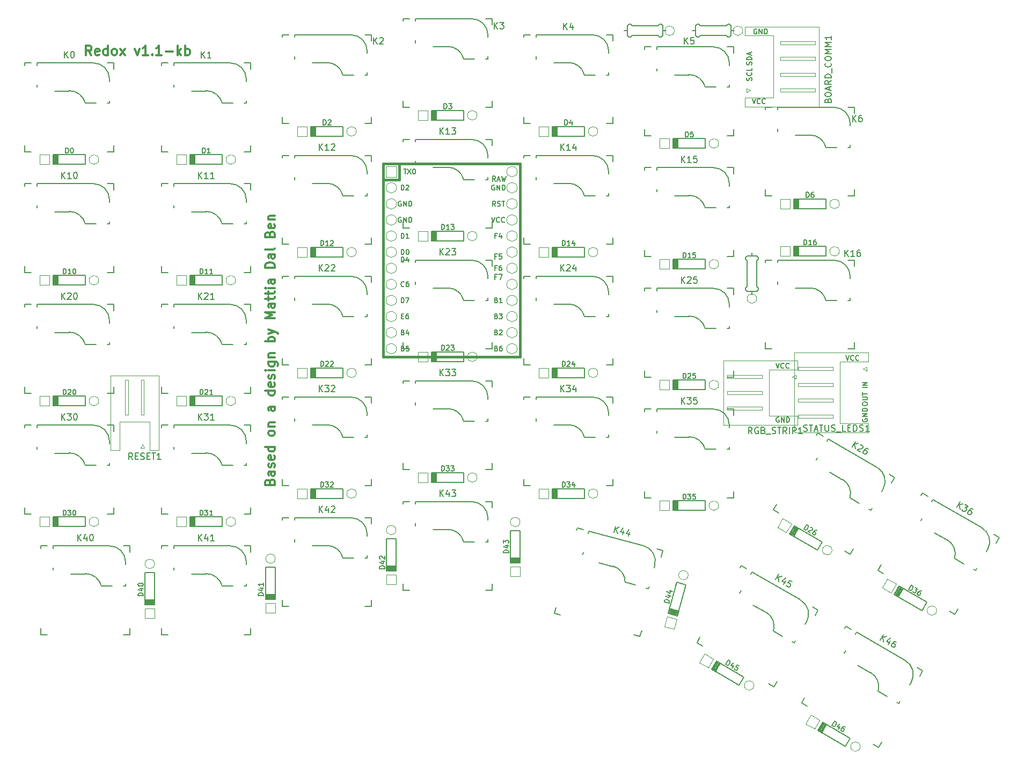
<source format=gbr>
G04 #@! TF.GenerationSoftware,KiCad,Pcbnew,(5.0.0)*
G04 #@! TF.CreationDate,2020-07-01T14:19:43-04:00*
G04 #@! TF.ProjectId,redox_rev1,7265646F785F726576312E6B69636164,1.0*
G04 #@! TF.SameCoordinates,Original*
G04 #@! TF.FileFunction,Legend,Top*
G04 #@! TF.FilePolarity,Positive*
%FSLAX46Y46*%
G04 Gerber Fmt 4.6, Leading zero omitted, Abs format (unit mm)*
G04 Created by KiCad (PCBNEW (5.0.0)) date 07/01/20 14:19:43*
%MOMM*%
%LPD*%
G01*
G04 APERTURE LIST*
%ADD10C,0.150000*%
%ADD11C,0.300000*%
%ADD12C,0.120000*%
%ADD13C,0.381000*%
%ADD14C,0.100000*%
G04 APERTURE END LIST*
D10*
X199073809Y-62452380D02*
X199111904Y-62338095D01*
X199111904Y-62147619D01*
X199073809Y-62071428D01*
X199035714Y-62033333D01*
X198959523Y-61995238D01*
X198883333Y-61995238D01*
X198807142Y-62033333D01*
X198769047Y-62071428D01*
X198730952Y-62147619D01*
X198692857Y-62300000D01*
X198654761Y-62376190D01*
X198616666Y-62414285D01*
X198540476Y-62452380D01*
X198464285Y-62452380D01*
X198388095Y-62414285D01*
X198350000Y-62376190D01*
X198311904Y-62300000D01*
X198311904Y-62109523D01*
X198350000Y-61995238D01*
X199035714Y-61195238D02*
X199073809Y-61233333D01*
X199111904Y-61347619D01*
X199111904Y-61423809D01*
X199073809Y-61538095D01*
X198997619Y-61614285D01*
X198921428Y-61652380D01*
X198769047Y-61690476D01*
X198654761Y-61690476D01*
X198502380Y-61652380D01*
X198426190Y-61614285D01*
X198350000Y-61538095D01*
X198311904Y-61423809D01*
X198311904Y-61347619D01*
X198350000Y-61233333D01*
X198388095Y-61195238D01*
X199111904Y-60471428D02*
X199111904Y-60852380D01*
X198311904Y-60852380D01*
X199073809Y-59971428D02*
X199111904Y-59857142D01*
X199111904Y-59666666D01*
X199073809Y-59590476D01*
X199035714Y-59552380D01*
X198959523Y-59514285D01*
X198883333Y-59514285D01*
X198807142Y-59552380D01*
X198769047Y-59590476D01*
X198730952Y-59666666D01*
X198692857Y-59819047D01*
X198654761Y-59895238D01*
X198616666Y-59933333D01*
X198540476Y-59971428D01*
X198464285Y-59971428D01*
X198388095Y-59933333D01*
X198350000Y-59895238D01*
X198311904Y-59819047D01*
X198311904Y-59628571D01*
X198350000Y-59514285D01*
X199111904Y-59171428D02*
X198311904Y-59171428D01*
X198311904Y-58980952D01*
X198350000Y-58866666D01*
X198426190Y-58790476D01*
X198502380Y-58752380D01*
X198654761Y-58714285D01*
X198769047Y-58714285D01*
X198921428Y-58752380D01*
X198997619Y-58790476D01*
X199073809Y-58866666D01*
X199111904Y-58980952D01*
X199111904Y-59171428D01*
X198883333Y-58409523D02*
X198883333Y-58028571D01*
X199111904Y-58485714D02*
X198311904Y-58219047D01*
X199111904Y-57952380D01*
X199890476Y-54350000D02*
X199814285Y-54311904D01*
X199700000Y-54311904D01*
X199585714Y-54350000D01*
X199509523Y-54426190D01*
X199471428Y-54502380D01*
X199433333Y-54654761D01*
X199433333Y-54769047D01*
X199471428Y-54921428D01*
X199509523Y-54997619D01*
X199585714Y-55073809D01*
X199700000Y-55111904D01*
X199776190Y-55111904D01*
X199890476Y-55073809D01*
X199928571Y-55035714D01*
X199928571Y-54769047D01*
X199776190Y-54769047D01*
X200271428Y-55111904D02*
X200271428Y-54311904D01*
X200728571Y-55111904D01*
X200728571Y-54311904D01*
X201109523Y-55111904D02*
X201109523Y-54311904D01*
X201300000Y-54311904D01*
X201414285Y-54350000D01*
X201490476Y-54426190D01*
X201528571Y-54502380D01*
X201566666Y-54654761D01*
X201566666Y-54769047D01*
X201528571Y-54921428D01*
X201490476Y-54997619D01*
X201414285Y-55073809D01*
X201300000Y-55111904D01*
X201109523Y-55111904D01*
X199183333Y-65311904D02*
X199450000Y-66111904D01*
X199716666Y-65311904D01*
X200440476Y-66035714D02*
X200402380Y-66073809D01*
X200288095Y-66111904D01*
X200211904Y-66111904D01*
X200097619Y-66073809D01*
X200021428Y-65997619D01*
X199983333Y-65921428D01*
X199945238Y-65769047D01*
X199945238Y-65654761D01*
X199983333Y-65502380D01*
X200021428Y-65426190D01*
X200097619Y-65350000D01*
X200211904Y-65311904D01*
X200288095Y-65311904D01*
X200402380Y-65350000D01*
X200440476Y-65388095D01*
X201240476Y-66035714D02*
X201202380Y-66073809D01*
X201088095Y-66111904D01*
X201011904Y-66111904D01*
X200897619Y-66073809D01*
X200821428Y-65997619D01*
X200783333Y-65921428D01*
X200745238Y-65769047D01*
X200745238Y-65654761D01*
X200783333Y-65502380D01*
X200821428Y-65426190D01*
X200897619Y-65350000D01*
X201011904Y-65311904D01*
X201088095Y-65311904D01*
X201202380Y-65350000D01*
X201240476Y-65388095D01*
X216561904Y-113550000D02*
X216561904Y-113397619D01*
X216600000Y-113321428D01*
X216676190Y-113245238D01*
X216828571Y-113207142D01*
X217095238Y-113207142D01*
X217247619Y-113245238D01*
X217323809Y-113321428D01*
X217361904Y-113397619D01*
X217361904Y-113550000D01*
X217323809Y-113626190D01*
X217247619Y-113702380D01*
X217095238Y-113740476D01*
X216828571Y-113740476D01*
X216676190Y-113702380D01*
X216600000Y-113626190D01*
X216561904Y-113550000D01*
X216561904Y-112864285D02*
X217209523Y-112864285D01*
X217285714Y-112826190D01*
X217323809Y-112788095D01*
X217361904Y-112711904D01*
X217361904Y-112559523D01*
X217323809Y-112483333D01*
X217285714Y-112445238D01*
X217209523Y-112407142D01*
X216561904Y-112407142D01*
X216561904Y-112140476D02*
X216561904Y-111683333D01*
X217361904Y-111911904D02*
X216561904Y-111911904D01*
X217361904Y-110919047D02*
X216561904Y-110919047D01*
X217361904Y-110538095D02*
X216561904Y-110538095D01*
X217361904Y-110080952D01*
X216561904Y-110080952D01*
X216600000Y-115859523D02*
X216561904Y-115935714D01*
X216561904Y-116050000D01*
X216600000Y-116164285D01*
X216676190Y-116240476D01*
X216752380Y-116278571D01*
X216904761Y-116316666D01*
X217019047Y-116316666D01*
X217171428Y-116278571D01*
X217247619Y-116240476D01*
X217323809Y-116164285D01*
X217361904Y-116050000D01*
X217361904Y-115973809D01*
X217323809Y-115859523D01*
X217285714Y-115821428D01*
X217019047Y-115821428D01*
X217019047Y-115973809D01*
X217361904Y-115478571D02*
X216561904Y-115478571D01*
X217361904Y-115021428D01*
X216561904Y-115021428D01*
X217361904Y-114640476D02*
X216561904Y-114640476D01*
X216561904Y-114450000D01*
X216600000Y-114335714D01*
X216676190Y-114259523D01*
X216752380Y-114221428D01*
X216904761Y-114183333D01*
X217019047Y-114183333D01*
X217171428Y-114221428D01*
X217247619Y-114259523D01*
X217323809Y-114335714D01*
X217361904Y-114450000D01*
X217361904Y-114640476D01*
X203390476Y-115600000D02*
X203314285Y-115561904D01*
X203200000Y-115561904D01*
X203085714Y-115600000D01*
X203009523Y-115676190D01*
X202971428Y-115752380D01*
X202933333Y-115904761D01*
X202933333Y-116019047D01*
X202971428Y-116171428D01*
X203009523Y-116247619D01*
X203085714Y-116323809D01*
X203200000Y-116361904D01*
X203276190Y-116361904D01*
X203390476Y-116323809D01*
X203428571Y-116285714D01*
X203428571Y-116019047D01*
X203276190Y-116019047D01*
X203771428Y-116361904D02*
X203771428Y-115561904D01*
X204228571Y-116361904D01*
X204228571Y-115561904D01*
X204609523Y-116361904D02*
X204609523Y-115561904D01*
X204800000Y-115561904D01*
X204914285Y-115600000D01*
X204990476Y-115676190D01*
X205028571Y-115752380D01*
X205066666Y-115904761D01*
X205066666Y-116019047D01*
X205028571Y-116171428D01*
X204990476Y-116247619D01*
X204914285Y-116323809D01*
X204800000Y-116361904D01*
X204609523Y-116361904D01*
X213933333Y-105811904D02*
X214200000Y-106611904D01*
X214466666Y-105811904D01*
X215190476Y-106535714D02*
X215152380Y-106573809D01*
X215038095Y-106611904D01*
X214961904Y-106611904D01*
X214847619Y-106573809D01*
X214771428Y-106497619D01*
X214733333Y-106421428D01*
X214695238Y-106269047D01*
X214695238Y-106154761D01*
X214733333Y-106002380D01*
X214771428Y-105926190D01*
X214847619Y-105850000D01*
X214961904Y-105811904D01*
X215038095Y-105811904D01*
X215152380Y-105850000D01*
X215190476Y-105888095D01*
X215990476Y-106535714D02*
X215952380Y-106573809D01*
X215838095Y-106611904D01*
X215761904Y-106611904D01*
X215647619Y-106573809D01*
X215571428Y-106497619D01*
X215533333Y-106421428D01*
X215495238Y-106269047D01*
X215495238Y-106154761D01*
X215533333Y-106002380D01*
X215571428Y-105926190D01*
X215647619Y-105850000D01*
X215761904Y-105811904D01*
X215838095Y-105811904D01*
X215952380Y-105850000D01*
X215990476Y-105888095D01*
X202933333Y-107061904D02*
X203200000Y-107861904D01*
X203466666Y-107061904D01*
X204190476Y-107785714D02*
X204152380Y-107823809D01*
X204038095Y-107861904D01*
X203961904Y-107861904D01*
X203847619Y-107823809D01*
X203771428Y-107747619D01*
X203733333Y-107671428D01*
X203695238Y-107519047D01*
X203695238Y-107404761D01*
X203733333Y-107252380D01*
X203771428Y-107176190D01*
X203847619Y-107100000D01*
X203961904Y-107061904D01*
X204038095Y-107061904D01*
X204152380Y-107100000D01*
X204190476Y-107138095D01*
X204990476Y-107785714D02*
X204952380Y-107823809D01*
X204838095Y-107861904D01*
X204761904Y-107861904D01*
X204647619Y-107823809D01*
X204571428Y-107747619D01*
X204533333Y-107671428D01*
X204495238Y-107519047D01*
X204495238Y-107404761D01*
X204533333Y-107252380D01*
X204571428Y-107176190D01*
X204647619Y-107100000D01*
X204761904Y-107061904D01*
X204838095Y-107061904D01*
X204952380Y-107100000D01*
X204990476Y-107138095D01*
D11*
X94949285Y-58463571D02*
X94449285Y-57749285D01*
X94092142Y-58463571D02*
X94092142Y-56963571D01*
X94663571Y-56963571D01*
X94806428Y-57035000D01*
X94877857Y-57106428D01*
X94949285Y-57249285D01*
X94949285Y-57463571D01*
X94877857Y-57606428D01*
X94806428Y-57677857D01*
X94663571Y-57749285D01*
X94092142Y-57749285D01*
X96163571Y-58392142D02*
X96020714Y-58463571D01*
X95735000Y-58463571D01*
X95592142Y-58392142D01*
X95520714Y-58249285D01*
X95520714Y-57677857D01*
X95592142Y-57535000D01*
X95735000Y-57463571D01*
X96020714Y-57463571D01*
X96163571Y-57535000D01*
X96235000Y-57677857D01*
X96235000Y-57820714D01*
X95520714Y-57963571D01*
X97520714Y-58463571D02*
X97520714Y-56963571D01*
X97520714Y-58392142D02*
X97377857Y-58463571D01*
X97092142Y-58463571D01*
X96949285Y-58392142D01*
X96877857Y-58320714D01*
X96806428Y-58177857D01*
X96806428Y-57749285D01*
X96877857Y-57606428D01*
X96949285Y-57535000D01*
X97092142Y-57463571D01*
X97377857Y-57463571D01*
X97520714Y-57535000D01*
X98449285Y-58463571D02*
X98306428Y-58392142D01*
X98235000Y-58320714D01*
X98163571Y-58177857D01*
X98163571Y-57749285D01*
X98235000Y-57606428D01*
X98306428Y-57535000D01*
X98449285Y-57463571D01*
X98663571Y-57463571D01*
X98806428Y-57535000D01*
X98877857Y-57606428D01*
X98949285Y-57749285D01*
X98949285Y-58177857D01*
X98877857Y-58320714D01*
X98806428Y-58392142D01*
X98663571Y-58463571D01*
X98449285Y-58463571D01*
X99449285Y-58463571D02*
X100235000Y-57463571D01*
X99449285Y-57463571D02*
X100235000Y-58463571D01*
X101806428Y-57463571D02*
X102163571Y-58463571D01*
X102520714Y-57463571D01*
X103877857Y-58463571D02*
X103020714Y-58463571D01*
X103449285Y-58463571D02*
X103449285Y-56963571D01*
X103306428Y-57177857D01*
X103163571Y-57320714D01*
X103020714Y-57392142D01*
X104520714Y-58320714D02*
X104592142Y-58392142D01*
X104520714Y-58463571D01*
X104449285Y-58392142D01*
X104520714Y-58320714D01*
X104520714Y-58463571D01*
X106020714Y-58463571D02*
X105163571Y-58463571D01*
X105592142Y-58463571D02*
X105592142Y-56963571D01*
X105449285Y-57177857D01*
X105306428Y-57320714D01*
X105163571Y-57392142D01*
X106663571Y-57892142D02*
X107806428Y-57892142D01*
X108520714Y-58463571D02*
X108520714Y-56963571D01*
X108663571Y-57892142D02*
X109092142Y-58463571D01*
X109092142Y-57463571D02*
X108520714Y-58035000D01*
X109735000Y-58463571D02*
X109735000Y-56963571D01*
X109735000Y-57535000D02*
X109877857Y-57463571D01*
X110163571Y-57463571D01*
X110306428Y-57535000D01*
X110377857Y-57606428D01*
X110449285Y-57749285D01*
X110449285Y-58177857D01*
X110377857Y-58320714D01*
X110306428Y-58392142D01*
X110163571Y-58463571D01*
X109877857Y-58463571D01*
X109735000Y-58392142D01*
X123082857Y-125779000D02*
X123154285Y-125564714D01*
X123225714Y-125493285D01*
X123368571Y-125421857D01*
X123582857Y-125421857D01*
X123725714Y-125493285D01*
X123797142Y-125564714D01*
X123868571Y-125707571D01*
X123868571Y-126279000D01*
X122368571Y-126279000D01*
X122368571Y-125779000D01*
X122440000Y-125636142D01*
X122511428Y-125564714D01*
X122654285Y-125493285D01*
X122797142Y-125493285D01*
X122940000Y-125564714D01*
X123011428Y-125636142D01*
X123082857Y-125779000D01*
X123082857Y-126279000D01*
X123868571Y-124136142D02*
X123082857Y-124136142D01*
X122940000Y-124207571D01*
X122868571Y-124350428D01*
X122868571Y-124636142D01*
X122940000Y-124779000D01*
X123797142Y-124136142D02*
X123868571Y-124279000D01*
X123868571Y-124636142D01*
X123797142Y-124779000D01*
X123654285Y-124850428D01*
X123511428Y-124850428D01*
X123368571Y-124779000D01*
X123297142Y-124636142D01*
X123297142Y-124279000D01*
X123225714Y-124136142D01*
X123797142Y-123493285D02*
X123868571Y-123350428D01*
X123868571Y-123064714D01*
X123797142Y-122921857D01*
X123654285Y-122850428D01*
X123582857Y-122850428D01*
X123440000Y-122921857D01*
X123368571Y-123064714D01*
X123368571Y-123279000D01*
X123297142Y-123421857D01*
X123154285Y-123493285D01*
X123082857Y-123493285D01*
X122940000Y-123421857D01*
X122868571Y-123279000D01*
X122868571Y-123064714D01*
X122940000Y-122921857D01*
X123797142Y-121636142D02*
X123868571Y-121779000D01*
X123868571Y-122064714D01*
X123797142Y-122207571D01*
X123654285Y-122279000D01*
X123082857Y-122279000D01*
X122940000Y-122207571D01*
X122868571Y-122064714D01*
X122868571Y-121779000D01*
X122940000Y-121636142D01*
X123082857Y-121564714D01*
X123225714Y-121564714D01*
X123368571Y-122279000D01*
X123868571Y-120279000D02*
X122368571Y-120279000D01*
X123797142Y-120279000D02*
X123868571Y-120421857D01*
X123868571Y-120707571D01*
X123797142Y-120850428D01*
X123725714Y-120921857D01*
X123582857Y-120993285D01*
X123154285Y-120993285D01*
X123011428Y-120921857D01*
X122940000Y-120850428D01*
X122868571Y-120707571D01*
X122868571Y-120421857D01*
X122940000Y-120279000D01*
X123868571Y-118207571D02*
X123797142Y-118350428D01*
X123725714Y-118421857D01*
X123582857Y-118493285D01*
X123154285Y-118493285D01*
X123011428Y-118421857D01*
X122940000Y-118350428D01*
X122868571Y-118207571D01*
X122868571Y-117993285D01*
X122940000Y-117850428D01*
X123011428Y-117779000D01*
X123154285Y-117707571D01*
X123582857Y-117707571D01*
X123725714Y-117779000D01*
X123797142Y-117850428D01*
X123868571Y-117993285D01*
X123868571Y-118207571D01*
X122868571Y-117064714D02*
X123868571Y-117064714D01*
X123011428Y-117064714D02*
X122940000Y-116993285D01*
X122868571Y-116850428D01*
X122868571Y-116636142D01*
X122940000Y-116493285D01*
X123082857Y-116421857D01*
X123868571Y-116421857D01*
X123868571Y-113921857D02*
X123082857Y-113921857D01*
X122940000Y-113993285D01*
X122868571Y-114136142D01*
X122868571Y-114421857D01*
X122940000Y-114564714D01*
X123797142Y-113921857D02*
X123868571Y-114064714D01*
X123868571Y-114421857D01*
X123797142Y-114564714D01*
X123654285Y-114636142D01*
X123511428Y-114636142D01*
X123368571Y-114564714D01*
X123297142Y-114421857D01*
X123297142Y-114064714D01*
X123225714Y-113921857D01*
X123868571Y-111421857D02*
X122368571Y-111421857D01*
X123797142Y-111421857D02*
X123868571Y-111564714D01*
X123868571Y-111850428D01*
X123797142Y-111993285D01*
X123725714Y-112064714D01*
X123582857Y-112136142D01*
X123154285Y-112136142D01*
X123011428Y-112064714D01*
X122940000Y-111993285D01*
X122868571Y-111850428D01*
X122868571Y-111564714D01*
X122940000Y-111421857D01*
X123797142Y-110136142D02*
X123868571Y-110279000D01*
X123868571Y-110564714D01*
X123797142Y-110707571D01*
X123654285Y-110779000D01*
X123082857Y-110779000D01*
X122940000Y-110707571D01*
X122868571Y-110564714D01*
X122868571Y-110279000D01*
X122940000Y-110136142D01*
X123082857Y-110064714D01*
X123225714Y-110064714D01*
X123368571Y-110779000D01*
X123797142Y-109493285D02*
X123868571Y-109350428D01*
X123868571Y-109064714D01*
X123797142Y-108921857D01*
X123654285Y-108850428D01*
X123582857Y-108850428D01*
X123440000Y-108921857D01*
X123368571Y-109064714D01*
X123368571Y-109279000D01*
X123297142Y-109421857D01*
X123154285Y-109493285D01*
X123082857Y-109493285D01*
X122940000Y-109421857D01*
X122868571Y-109279000D01*
X122868571Y-109064714D01*
X122940000Y-108921857D01*
X123868571Y-108207571D02*
X122868571Y-108207571D01*
X122368571Y-108207571D02*
X122440000Y-108279000D01*
X122511428Y-108207571D01*
X122440000Y-108136142D01*
X122368571Y-108207571D01*
X122511428Y-108207571D01*
X122868571Y-106850428D02*
X124082857Y-106850428D01*
X124225714Y-106921857D01*
X124297142Y-106993285D01*
X124368571Y-107136142D01*
X124368571Y-107350428D01*
X124297142Y-107493285D01*
X123797142Y-106850428D02*
X123868571Y-106993285D01*
X123868571Y-107279000D01*
X123797142Y-107421857D01*
X123725714Y-107493285D01*
X123582857Y-107564714D01*
X123154285Y-107564714D01*
X123011428Y-107493285D01*
X122940000Y-107421857D01*
X122868571Y-107279000D01*
X122868571Y-106993285D01*
X122940000Y-106850428D01*
X122868571Y-106136142D02*
X123868571Y-106136142D01*
X123011428Y-106136142D02*
X122940000Y-106064714D01*
X122868571Y-105921857D01*
X122868571Y-105707571D01*
X122940000Y-105564714D01*
X123082857Y-105493285D01*
X123868571Y-105493285D01*
X123868571Y-103636142D02*
X122368571Y-103636142D01*
X122940000Y-103636142D02*
X122868571Y-103493285D01*
X122868571Y-103207571D01*
X122940000Y-103064714D01*
X123011428Y-102993285D01*
X123154285Y-102921857D01*
X123582857Y-102921857D01*
X123725714Y-102993285D01*
X123797142Y-103064714D01*
X123868571Y-103207571D01*
X123868571Y-103493285D01*
X123797142Y-103636142D01*
X122868571Y-102421857D02*
X123868571Y-102064714D01*
X122868571Y-101707571D02*
X123868571Y-102064714D01*
X124225714Y-102207571D01*
X124297142Y-102279000D01*
X124368571Y-102421857D01*
X123868571Y-99993285D02*
X122368571Y-99993285D01*
X123440000Y-99493285D01*
X122368571Y-98993285D01*
X123868571Y-98993285D01*
X123868571Y-97636142D02*
X123082857Y-97636142D01*
X122940000Y-97707571D01*
X122868571Y-97850428D01*
X122868571Y-98136142D01*
X122940000Y-98279000D01*
X123797142Y-97636142D02*
X123868571Y-97779000D01*
X123868571Y-98136142D01*
X123797142Y-98279000D01*
X123654285Y-98350428D01*
X123511428Y-98350428D01*
X123368571Y-98279000D01*
X123297142Y-98136142D01*
X123297142Y-97779000D01*
X123225714Y-97636142D01*
X122868571Y-97136142D02*
X122868571Y-96564714D01*
X122368571Y-96921857D02*
X123654285Y-96921857D01*
X123797142Y-96850428D01*
X123868571Y-96707571D01*
X123868571Y-96564714D01*
X122868571Y-96279000D02*
X122868571Y-95707571D01*
X122368571Y-96064714D02*
X123654285Y-96064714D01*
X123797142Y-95993285D01*
X123868571Y-95850428D01*
X123868571Y-95707571D01*
X123868571Y-95207571D02*
X122868571Y-95207571D01*
X122368571Y-95207571D02*
X122440000Y-95279000D01*
X122511428Y-95207571D01*
X122440000Y-95136142D01*
X122368571Y-95207571D01*
X122511428Y-95207571D01*
X123868571Y-93850428D02*
X123082857Y-93850428D01*
X122940000Y-93921857D01*
X122868571Y-94064714D01*
X122868571Y-94350428D01*
X122940000Y-94493285D01*
X123797142Y-93850428D02*
X123868571Y-93993285D01*
X123868571Y-94350428D01*
X123797142Y-94493285D01*
X123654285Y-94564714D01*
X123511428Y-94564714D01*
X123368571Y-94493285D01*
X123297142Y-94350428D01*
X123297142Y-93993285D01*
X123225714Y-93850428D01*
X123868571Y-91993285D02*
X122368571Y-91993285D01*
X122368571Y-91636142D01*
X122440000Y-91421857D01*
X122582857Y-91279000D01*
X122725714Y-91207571D01*
X123011428Y-91136142D01*
X123225714Y-91136142D01*
X123511428Y-91207571D01*
X123654285Y-91279000D01*
X123797142Y-91421857D01*
X123868571Y-91636142D01*
X123868571Y-91993285D01*
X123868571Y-89850428D02*
X123082857Y-89850428D01*
X122940000Y-89921857D01*
X122868571Y-90064714D01*
X122868571Y-90350428D01*
X122940000Y-90493285D01*
X123797142Y-89850428D02*
X123868571Y-89993285D01*
X123868571Y-90350428D01*
X123797142Y-90493285D01*
X123654285Y-90564714D01*
X123511428Y-90564714D01*
X123368571Y-90493285D01*
X123297142Y-90350428D01*
X123297142Y-89993285D01*
X123225714Y-89850428D01*
X123868571Y-88921857D02*
X123797142Y-89064714D01*
X123654285Y-89136142D01*
X122368571Y-89136142D01*
X123082857Y-86707571D02*
X123154285Y-86493285D01*
X123225714Y-86421857D01*
X123368571Y-86350428D01*
X123582857Y-86350428D01*
X123725714Y-86421857D01*
X123797142Y-86493285D01*
X123868571Y-86636142D01*
X123868571Y-87207571D01*
X122368571Y-87207571D01*
X122368571Y-86707571D01*
X122440000Y-86564714D01*
X122511428Y-86493285D01*
X122654285Y-86421857D01*
X122797142Y-86421857D01*
X122940000Y-86493285D01*
X123011428Y-86564714D01*
X123082857Y-86707571D01*
X123082857Y-87207571D01*
X123797142Y-85136142D02*
X123868571Y-85279000D01*
X123868571Y-85564714D01*
X123797142Y-85707571D01*
X123654285Y-85779000D01*
X123082857Y-85779000D01*
X122940000Y-85707571D01*
X122868571Y-85564714D01*
X122868571Y-85279000D01*
X122940000Y-85136142D01*
X123082857Y-85064714D01*
X123225714Y-85064714D01*
X123368571Y-85779000D01*
X122868571Y-84421857D02*
X123868571Y-84421857D01*
X123011428Y-84421857D02*
X122940000Y-84350428D01*
X122868571Y-84207571D01*
X122868571Y-83993285D01*
X122940000Y-83850428D01*
X123082857Y-83779000D01*
X123868571Y-83779000D01*
D12*
G04 #@! TO.C,STATUS_LEDS1*
X205828000Y-111700000D02*
X205828000Y-105390000D01*
X205828000Y-105390000D02*
X217548000Y-105390000D01*
X217548000Y-105390000D02*
X217548000Y-106810000D01*
X217548000Y-106810000D02*
X213048000Y-106810000D01*
X213048000Y-106810000D02*
X213048000Y-111700000D01*
X205828000Y-111700000D02*
X205828000Y-118010000D01*
X205828000Y-118010000D02*
X217548000Y-118010000D01*
X217548000Y-118010000D02*
X217548000Y-116590000D01*
X217548000Y-116590000D02*
X213048000Y-116590000D01*
X213048000Y-116590000D02*
X213048000Y-111700000D01*
X211938000Y-107700000D02*
X206438000Y-107700000D01*
X206438000Y-107700000D02*
X206438000Y-108200000D01*
X206438000Y-108200000D02*
X211938000Y-108200000D01*
X211938000Y-108200000D02*
X211938000Y-107700000D01*
X211938000Y-110200000D02*
X206438000Y-110200000D01*
X206438000Y-110200000D02*
X206438000Y-110700000D01*
X206438000Y-110700000D02*
X211938000Y-110700000D01*
X211938000Y-110700000D02*
X211938000Y-110200000D01*
X211938000Y-112700000D02*
X206438000Y-112700000D01*
X206438000Y-112700000D02*
X206438000Y-113200000D01*
X206438000Y-113200000D02*
X211938000Y-113200000D01*
X211938000Y-113200000D02*
X211938000Y-112700000D01*
X211938000Y-115200000D02*
X206438000Y-115200000D01*
X206438000Y-115200000D02*
X206438000Y-115700000D01*
X206438000Y-115700000D02*
X211938000Y-115700000D01*
X211938000Y-115700000D02*
X211938000Y-115200000D01*
X216638000Y-107950000D02*
X217238000Y-107650000D01*
X217238000Y-107650000D02*
X217238000Y-108250000D01*
X217238000Y-108250000D02*
X216638000Y-107950000D01*
D10*
G04 #@! TO.C,R3*
X199136000Y-90170000D02*
X199136000Y-89662000D01*
X199136000Y-96266000D02*
X199136000Y-95758000D01*
X199898000Y-95758000D02*
X198374000Y-95758000D01*
X200152000Y-95504000D02*
X199898000Y-95758000D01*
X200152000Y-95250000D02*
X200152000Y-95504000D01*
X199898000Y-94996000D02*
X200152000Y-95250000D01*
X199898000Y-90932000D02*
X199898000Y-94996000D01*
X200152000Y-90678000D02*
X199898000Y-90932000D01*
X200152000Y-90424000D02*
X200152000Y-90678000D01*
X199898000Y-90170000D02*
X200152000Y-90424000D01*
X198374000Y-90170000D02*
X199898000Y-90170000D01*
X198120000Y-90424000D02*
X198374000Y-90170000D01*
X198120000Y-90678000D02*
X198120000Y-90424000D01*
X198374000Y-90932000D02*
X198120000Y-90678000D01*
X198374000Y-94996000D02*
X198374000Y-90932000D01*
X198120000Y-95250000D02*
X198374000Y-94996000D01*
X198120000Y-95504000D02*
X198120000Y-95250000D01*
X198374000Y-95758000D02*
X198120000Y-95504000D01*
G04 #@! TO.C,K46*
X213774822Y-148895768D02*
X213972822Y-148552822D01*
X213972822Y-148552822D02*
X214838848Y-149052822D01*
X207838848Y-161177178D02*
X206972822Y-160677178D01*
X206972822Y-160677178D02*
X207472822Y-159811152D01*
X219597178Y-166811152D02*
X219097178Y-167677178D01*
X219097178Y-167677178D02*
X218231152Y-167177178D01*
X225231152Y-155052822D02*
X226097178Y-155552822D01*
X226097178Y-155552822D02*
X225597178Y-156418848D01*
X223327057Y-153970813D02*
X215628091Y-149525813D01*
X215628091Y-149525813D02*
X215437591Y-149855768D01*
X213913591Y-152495414D02*
X213723091Y-152825369D01*
X215825266Y-154772295D02*
X217805000Y-155915295D01*
X219052205Y-158835074D02*
X220482012Y-159660574D01*
X222021806Y-160549574D02*
X222351761Y-160740074D01*
X222351761Y-160740074D02*
X222542261Y-160410118D01*
X224256761Y-157440517D02*
X224066261Y-157770473D01*
X217844086Y-155847598D02*
G75*
G02X219052203Y-158835074I-1309086J-2267402D01*
G01*
X223327057Y-153970813D02*
G75*
G02X224256761Y-157440517I-1270000J-2199704D01*
G01*
G04 #@! TO.C,K45*
X197264822Y-139370768D02*
X197462822Y-139027822D01*
X197462822Y-139027822D02*
X198328848Y-139527822D01*
X191328848Y-151652178D02*
X190462822Y-151152178D01*
X190462822Y-151152178D02*
X190962822Y-150286152D01*
X203087178Y-157286152D02*
X202587178Y-158152178D01*
X202587178Y-158152178D02*
X201721152Y-157652178D01*
X208721152Y-145527822D02*
X209587178Y-146027822D01*
X209587178Y-146027822D02*
X209087178Y-146893848D01*
X206817057Y-144445813D02*
X199118091Y-140000813D01*
X199118091Y-140000813D02*
X198927591Y-140330768D01*
X197403591Y-142970414D02*
X197213091Y-143300369D01*
X199315266Y-145247295D02*
X201295000Y-146390295D01*
X202542205Y-149310074D02*
X203972012Y-150135574D01*
X205511806Y-151024574D02*
X205841761Y-151215074D01*
X205841761Y-151215074D02*
X206032261Y-150885118D01*
X207746761Y-147915517D02*
X207556261Y-148245473D01*
X201334086Y-146322598D02*
G75*
G02X202542203Y-149310074I-1309086J-2267402D01*
G01*
X206817057Y-144445813D02*
G75*
G02X207746761Y-147915517I-1270000J-2199704D01*
G01*
G04 #@! TO.C,K44*
X171477760Y-133414293D02*
X171580253Y-133031786D01*
X171580253Y-133031786D02*
X172546178Y-133290605D01*
X168922712Y-146813567D02*
X167956786Y-146554747D01*
X167956786Y-146554747D02*
X168215605Y-145588822D01*
X181738567Y-149212288D02*
X181479747Y-150178214D01*
X181479747Y-150178214D02*
X180513822Y-149919395D01*
X184137288Y-136396433D02*
X185103214Y-136655253D01*
X185103214Y-136655253D02*
X184844395Y-137621178D01*
X182018028Y-135844109D02*
X173430948Y-133543207D01*
X173430948Y-133543207D02*
X173332338Y-133911225D01*
X172543457Y-136855367D02*
X172444847Y-137223385D01*
X174979294Y-138559888D02*
X177187400Y-139151548D01*
X179147802Y-141649037D02*
X180742545Y-142076348D01*
X182459961Y-142536528D02*
X182827979Y-142635138D01*
X182827979Y-142635138D02*
X182926589Y-142267120D01*
X183814080Y-138954961D02*
X183715470Y-139322978D01*
X177207633Y-139076042D02*
G75*
G02X179147800Y-141649038I-677633J-2528958D01*
G01*
X182018029Y-135844108D02*
G75*
G02X183814080Y-138954961I-657401J-2453452D01*
G01*
G04 #@! TO.C,K43*
X144130000Y-129286000D02*
X144130000Y-128890000D01*
X144130000Y-128890000D02*
X145130000Y-128890000D01*
X145130000Y-142890000D02*
X144130000Y-142890000D01*
X144130000Y-142890000D02*
X144130000Y-141890000D01*
X158130000Y-141890000D02*
X158130000Y-142890000D01*
X158130000Y-142890000D02*
X157130000Y-142890000D01*
X157130000Y-128890000D02*
X158130000Y-128890000D01*
X158130000Y-128890000D02*
X158130000Y-129890000D01*
X154940000Y-128905000D02*
X146050000Y-128905000D01*
X146050000Y-128905000D02*
X146050000Y-129286000D01*
X146050000Y-132334000D02*
X146050000Y-132715000D01*
X148844000Y-133350000D02*
X151130000Y-133350000D01*
X153670000Y-135255000D02*
X155321000Y-135255000D01*
X157099000Y-135255000D02*
X157480000Y-135255000D01*
X157480000Y-135255000D02*
X157480000Y-134874000D01*
X157480000Y-131445000D02*
X157480000Y-131826000D01*
X151130001Y-133271829D02*
G75*
G02X153669999Y-135255001I-1J-2618171D01*
G01*
X154940000Y-128905000D02*
G75*
G02X157480000Y-131445000I0J-2540000D01*
G01*
G04 #@! TO.C,K42*
X125080000Y-131826000D02*
X125080000Y-131430000D01*
X125080000Y-131430000D02*
X126080000Y-131430000D01*
X126080000Y-145430000D02*
X125080000Y-145430000D01*
X125080000Y-145430000D02*
X125080000Y-144430000D01*
X139080000Y-144430000D02*
X139080000Y-145430000D01*
X139080000Y-145430000D02*
X138080000Y-145430000D01*
X138080000Y-131430000D02*
X139080000Y-131430000D01*
X139080000Y-131430000D02*
X139080000Y-132430000D01*
X135890000Y-131445000D02*
X127000000Y-131445000D01*
X127000000Y-131445000D02*
X127000000Y-131826000D01*
X127000000Y-134874000D02*
X127000000Y-135255000D01*
X129794000Y-135890000D02*
X132080000Y-135890000D01*
X134620000Y-137795000D02*
X136271000Y-137795000D01*
X138049000Y-137795000D02*
X138430000Y-137795000D01*
X138430000Y-137795000D02*
X138430000Y-137414000D01*
X138430000Y-133985000D02*
X138430000Y-134366000D01*
X132080001Y-135811829D02*
G75*
G02X134619999Y-137795001I-1J-2618171D01*
G01*
X135890000Y-131445000D02*
G75*
G02X138430000Y-133985000I0J-2540000D01*
G01*
G04 #@! TO.C,K41*
X106030000Y-136271000D02*
X106030000Y-135875000D01*
X106030000Y-135875000D02*
X107030000Y-135875000D01*
X107030000Y-149875000D02*
X106030000Y-149875000D01*
X106030000Y-149875000D02*
X106030000Y-148875000D01*
X120030000Y-148875000D02*
X120030000Y-149875000D01*
X120030000Y-149875000D02*
X119030000Y-149875000D01*
X119030000Y-135875000D02*
X120030000Y-135875000D01*
X120030000Y-135875000D02*
X120030000Y-136875000D01*
X116840000Y-135890000D02*
X107950000Y-135890000D01*
X107950000Y-135890000D02*
X107950000Y-136271000D01*
X107950000Y-139319000D02*
X107950000Y-139700000D01*
X110744000Y-140335000D02*
X113030000Y-140335000D01*
X115570000Y-142240000D02*
X117221000Y-142240000D01*
X118999000Y-142240000D02*
X119380000Y-142240000D01*
X119380000Y-142240000D02*
X119380000Y-141859000D01*
X119380000Y-138430000D02*
X119380000Y-138811000D01*
X113030001Y-140256829D02*
G75*
G02X115569999Y-142240001I-1J-2618171D01*
G01*
X116840000Y-135890000D02*
G75*
G02X119380000Y-138430000I0J-2540000D01*
G01*
G04 #@! TO.C,K40*
X86980000Y-136271000D02*
X86980000Y-135875000D01*
X86980000Y-135875000D02*
X87980000Y-135875000D01*
X87980000Y-149875000D02*
X86980000Y-149875000D01*
X86980000Y-149875000D02*
X86980000Y-148875000D01*
X100980000Y-148875000D02*
X100980000Y-149875000D01*
X100980000Y-149875000D02*
X99980000Y-149875000D01*
X99980000Y-135875000D02*
X100980000Y-135875000D01*
X100980000Y-135875000D02*
X100980000Y-136875000D01*
X97790000Y-135890000D02*
X88900000Y-135890000D01*
X88900000Y-135890000D02*
X88900000Y-136271000D01*
X88900000Y-139319000D02*
X88900000Y-139700000D01*
X91694000Y-140335000D02*
X93980000Y-140335000D01*
X96520000Y-142240000D02*
X98171000Y-142240000D01*
X99949000Y-142240000D02*
X100330000Y-142240000D01*
X100330000Y-142240000D02*
X100330000Y-141859000D01*
X100330000Y-138430000D02*
X100330000Y-138811000D01*
X93980001Y-140256829D02*
G75*
G02X96519999Y-142240001I-1J-2618171D01*
G01*
X97790000Y-135890000D02*
G75*
G02X100330000Y-138430000I0J-2540000D01*
G01*
G04 #@! TO.C,K36*
X225839822Y-127940768D02*
X226037822Y-127597822D01*
X226037822Y-127597822D02*
X226903848Y-128097822D01*
X219903848Y-140222178D02*
X219037822Y-139722178D01*
X219037822Y-139722178D02*
X219537822Y-138856152D01*
X231662178Y-145856152D02*
X231162178Y-146722178D01*
X231162178Y-146722178D02*
X230296152Y-146222178D01*
X237296152Y-134097822D02*
X238162178Y-134597822D01*
X238162178Y-134597822D02*
X237662178Y-135463848D01*
X235392057Y-133015813D02*
X227693091Y-128570813D01*
X227693091Y-128570813D02*
X227502591Y-128900768D01*
X225978591Y-131540414D02*
X225788091Y-131870369D01*
X227890266Y-133817295D02*
X229870000Y-134960295D01*
X231117205Y-137880074D02*
X232547012Y-138705574D01*
X234086806Y-139594574D02*
X234416761Y-139785074D01*
X234416761Y-139785074D02*
X234607261Y-139455118D01*
X236321761Y-136485517D02*
X236131261Y-136815473D01*
X229909086Y-134892598D02*
G75*
G02X231117203Y-137880074I-1309086J-2267402D01*
G01*
X235392057Y-133015813D02*
G75*
G02X236321761Y-136485517I-1270000J-2199704D01*
G01*
G04 #@! TO.C,K35*
X182230000Y-114681000D02*
X182230000Y-114285000D01*
X182230000Y-114285000D02*
X183230000Y-114285000D01*
X183230000Y-128285000D02*
X182230000Y-128285000D01*
X182230000Y-128285000D02*
X182230000Y-127285000D01*
X196230000Y-127285000D02*
X196230000Y-128285000D01*
X196230000Y-128285000D02*
X195230000Y-128285000D01*
X195230000Y-114285000D02*
X196230000Y-114285000D01*
X196230000Y-114285000D02*
X196230000Y-115285000D01*
X193040000Y-114300000D02*
X184150000Y-114300000D01*
X184150000Y-114300000D02*
X184150000Y-114681000D01*
X184150000Y-117729000D02*
X184150000Y-118110000D01*
X186944000Y-118745000D02*
X189230000Y-118745000D01*
X191770000Y-120650000D02*
X193421000Y-120650000D01*
X195199000Y-120650000D02*
X195580000Y-120650000D01*
X195580000Y-120650000D02*
X195580000Y-120269000D01*
X195580000Y-116840000D02*
X195580000Y-117221000D01*
X189230001Y-118666829D02*
G75*
G02X191769999Y-120650001I-1J-2618171D01*
G01*
X193040000Y-114300000D02*
G75*
G02X195580000Y-116840000I0J-2540000D01*
G01*
G04 #@! TO.C,K34*
X163180000Y-112776000D02*
X163180000Y-112380000D01*
X163180000Y-112380000D02*
X164180000Y-112380000D01*
X164180000Y-126380000D02*
X163180000Y-126380000D01*
X163180000Y-126380000D02*
X163180000Y-125380000D01*
X177180000Y-125380000D02*
X177180000Y-126380000D01*
X177180000Y-126380000D02*
X176180000Y-126380000D01*
X176180000Y-112380000D02*
X177180000Y-112380000D01*
X177180000Y-112380000D02*
X177180000Y-113380000D01*
X173990000Y-112395000D02*
X165100000Y-112395000D01*
X165100000Y-112395000D02*
X165100000Y-112776000D01*
X165100000Y-115824000D02*
X165100000Y-116205000D01*
X167894000Y-116840000D02*
X170180000Y-116840000D01*
X172720000Y-118745000D02*
X174371000Y-118745000D01*
X176149000Y-118745000D02*
X176530000Y-118745000D01*
X176530000Y-118745000D02*
X176530000Y-118364000D01*
X176530000Y-114935000D02*
X176530000Y-115316000D01*
X170180001Y-116761829D02*
G75*
G02X172719999Y-118745001I-1J-2618171D01*
G01*
X173990000Y-112395000D02*
G75*
G02X176530000Y-114935000I0J-2540000D01*
G01*
G04 #@! TO.C,K33*
X144130000Y-110236000D02*
X144130000Y-109840000D01*
X144130000Y-109840000D02*
X145130000Y-109840000D01*
X145130000Y-123840000D02*
X144130000Y-123840000D01*
X144130000Y-123840000D02*
X144130000Y-122840000D01*
X158130000Y-122840000D02*
X158130000Y-123840000D01*
X158130000Y-123840000D02*
X157130000Y-123840000D01*
X157130000Y-109840000D02*
X158130000Y-109840000D01*
X158130000Y-109840000D02*
X158130000Y-110840000D01*
X154940000Y-109855000D02*
X146050000Y-109855000D01*
X146050000Y-109855000D02*
X146050000Y-110236000D01*
X146050000Y-113284000D02*
X146050000Y-113665000D01*
X148844000Y-114300000D02*
X151130000Y-114300000D01*
X153670000Y-116205000D02*
X155321000Y-116205000D01*
X157099000Y-116205000D02*
X157480000Y-116205000D01*
X157480000Y-116205000D02*
X157480000Y-115824000D01*
X157480000Y-112395000D02*
X157480000Y-112776000D01*
X151130001Y-114221829D02*
G75*
G02X153669999Y-116205001I-1J-2618171D01*
G01*
X154940000Y-109855000D02*
G75*
G02X157480000Y-112395000I0J-2540000D01*
G01*
G04 #@! TO.C,K32*
X125080000Y-112776000D02*
X125080000Y-112380000D01*
X125080000Y-112380000D02*
X126080000Y-112380000D01*
X126080000Y-126380000D02*
X125080000Y-126380000D01*
X125080000Y-126380000D02*
X125080000Y-125380000D01*
X139080000Y-125380000D02*
X139080000Y-126380000D01*
X139080000Y-126380000D02*
X138080000Y-126380000D01*
X138080000Y-112380000D02*
X139080000Y-112380000D01*
X139080000Y-112380000D02*
X139080000Y-113380000D01*
X135890000Y-112395000D02*
X127000000Y-112395000D01*
X127000000Y-112395000D02*
X127000000Y-112776000D01*
X127000000Y-115824000D02*
X127000000Y-116205000D01*
X129794000Y-116840000D02*
X132080000Y-116840000D01*
X134620000Y-118745000D02*
X136271000Y-118745000D01*
X138049000Y-118745000D02*
X138430000Y-118745000D01*
X138430000Y-118745000D02*
X138430000Y-118364000D01*
X138430000Y-114935000D02*
X138430000Y-115316000D01*
X132080001Y-116761829D02*
G75*
G02X134619999Y-118745001I-1J-2618171D01*
G01*
X135890000Y-112395000D02*
G75*
G02X138430000Y-114935000I0J-2540000D01*
G01*
G04 #@! TO.C,K31*
X106030000Y-117221000D02*
X106030000Y-116825000D01*
X106030000Y-116825000D02*
X107030000Y-116825000D01*
X107030000Y-130825000D02*
X106030000Y-130825000D01*
X106030000Y-130825000D02*
X106030000Y-129825000D01*
X120030000Y-129825000D02*
X120030000Y-130825000D01*
X120030000Y-130825000D02*
X119030000Y-130825000D01*
X119030000Y-116825000D02*
X120030000Y-116825000D01*
X120030000Y-116825000D02*
X120030000Y-117825000D01*
X116840000Y-116840000D02*
X107950000Y-116840000D01*
X107950000Y-116840000D02*
X107950000Y-117221000D01*
X107950000Y-120269000D02*
X107950000Y-120650000D01*
X110744000Y-121285000D02*
X113030000Y-121285000D01*
X115570000Y-123190000D02*
X117221000Y-123190000D01*
X118999000Y-123190000D02*
X119380000Y-123190000D01*
X119380000Y-123190000D02*
X119380000Y-122809000D01*
X119380000Y-119380000D02*
X119380000Y-119761000D01*
X113030001Y-121206829D02*
G75*
G02X115569999Y-123190001I-1J-2618171D01*
G01*
X116840000Y-116840000D02*
G75*
G02X119380000Y-119380000I0J-2540000D01*
G01*
G04 #@! TO.C,K30*
X84440000Y-117221000D02*
X84440000Y-116825000D01*
X84440000Y-116825000D02*
X85440000Y-116825000D01*
X85440000Y-130825000D02*
X84440000Y-130825000D01*
X84440000Y-130825000D02*
X84440000Y-129825000D01*
X98440000Y-129825000D02*
X98440000Y-130825000D01*
X98440000Y-130825000D02*
X97440000Y-130825000D01*
X97440000Y-116825000D02*
X98440000Y-116825000D01*
X98440000Y-116825000D02*
X98440000Y-117825000D01*
X95250000Y-116840000D02*
X86360000Y-116840000D01*
X86360000Y-116840000D02*
X86360000Y-117221000D01*
X86360000Y-120269000D02*
X86360000Y-120650000D01*
X89154000Y-121285000D02*
X91440000Y-121285000D01*
X93980000Y-123190000D02*
X95631000Y-123190000D01*
X97409000Y-123190000D02*
X97790000Y-123190000D01*
X97790000Y-123190000D02*
X97790000Y-122809000D01*
X97790000Y-119380000D02*
X97790000Y-119761000D01*
X91440001Y-121206829D02*
G75*
G02X93979999Y-123190001I-1J-2618171D01*
G01*
X95250000Y-116840000D02*
G75*
G02X97790000Y-119380000I0J-2540000D01*
G01*
G04 #@! TO.C,K26*
X209329822Y-118415768D02*
X209527822Y-118072822D01*
X209527822Y-118072822D02*
X210393848Y-118572822D01*
X203393848Y-130697178D02*
X202527822Y-130197178D01*
X202527822Y-130197178D02*
X203027822Y-129331152D01*
X215152178Y-136331152D02*
X214652178Y-137197178D01*
X214652178Y-137197178D02*
X213786152Y-136697178D01*
X220786152Y-124572822D02*
X221652178Y-125072822D01*
X221652178Y-125072822D02*
X221152178Y-125938848D01*
X218882057Y-123490813D02*
X211183091Y-119045813D01*
X211183091Y-119045813D02*
X210992591Y-119375768D01*
X209468591Y-122015414D02*
X209278091Y-122345369D01*
X211380266Y-124292295D02*
X213360000Y-125435295D01*
X214607205Y-128355074D02*
X216037012Y-129180574D01*
X217576806Y-130069574D02*
X217906761Y-130260074D01*
X217906761Y-130260074D02*
X218097261Y-129930118D01*
X219811761Y-126960517D02*
X219621261Y-127290473D01*
X213399086Y-125367598D02*
G75*
G02X214607203Y-128355074I-1309086J-2267402D01*
G01*
X218882057Y-123490813D02*
G75*
G02X219811761Y-126960517I-1270000J-2199704D01*
G01*
G04 #@! TO.C,K25*
X182230000Y-95631000D02*
X182230000Y-95235000D01*
X182230000Y-95235000D02*
X183230000Y-95235000D01*
X183230000Y-109235000D02*
X182230000Y-109235000D01*
X182230000Y-109235000D02*
X182230000Y-108235000D01*
X196230000Y-108235000D02*
X196230000Y-109235000D01*
X196230000Y-109235000D02*
X195230000Y-109235000D01*
X195230000Y-95235000D02*
X196230000Y-95235000D01*
X196230000Y-95235000D02*
X196230000Y-96235000D01*
X193040000Y-95250000D02*
X184150000Y-95250000D01*
X184150000Y-95250000D02*
X184150000Y-95631000D01*
X184150000Y-98679000D02*
X184150000Y-99060000D01*
X186944000Y-99695000D02*
X189230000Y-99695000D01*
X191770000Y-101600000D02*
X193421000Y-101600000D01*
X195199000Y-101600000D02*
X195580000Y-101600000D01*
X195580000Y-101600000D02*
X195580000Y-101219000D01*
X195580000Y-97790000D02*
X195580000Y-98171000D01*
X189230001Y-99616829D02*
G75*
G02X191769999Y-101600001I-1J-2618171D01*
G01*
X193040000Y-95250000D02*
G75*
G02X195580000Y-97790000I0J-2540000D01*
G01*
G04 #@! TO.C,K24*
X163180000Y-93726000D02*
X163180000Y-93330000D01*
X163180000Y-93330000D02*
X164180000Y-93330000D01*
X164180000Y-107330000D02*
X163180000Y-107330000D01*
X163180000Y-107330000D02*
X163180000Y-106330000D01*
X177180000Y-106330000D02*
X177180000Y-107330000D01*
X177180000Y-107330000D02*
X176180000Y-107330000D01*
X176180000Y-93330000D02*
X177180000Y-93330000D01*
X177180000Y-93330000D02*
X177180000Y-94330000D01*
X173990000Y-93345000D02*
X165100000Y-93345000D01*
X165100000Y-93345000D02*
X165100000Y-93726000D01*
X165100000Y-96774000D02*
X165100000Y-97155000D01*
X167894000Y-97790000D02*
X170180000Y-97790000D01*
X172720000Y-99695000D02*
X174371000Y-99695000D01*
X176149000Y-99695000D02*
X176530000Y-99695000D01*
X176530000Y-99695000D02*
X176530000Y-99314000D01*
X176530000Y-95885000D02*
X176530000Y-96266000D01*
X170180001Y-97711829D02*
G75*
G02X172719999Y-99695001I-1J-2618171D01*
G01*
X173990000Y-93345000D02*
G75*
G02X176530000Y-95885000I0J-2540000D01*
G01*
G04 #@! TO.C,K23*
X144130000Y-91186000D02*
X144130000Y-90790000D01*
X144130000Y-90790000D02*
X145130000Y-90790000D01*
X145130000Y-104790000D02*
X144130000Y-104790000D01*
X144130000Y-104790000D02*
X144130000Y-103790000D01*
X158130000Y-103790000D02*
X158130000Y-104790000D01*
X158130000Y-104790000D02*
X157130000Y-104790000D01*
X157130000Y-90790000D02*
X158130000Y-90790000D01*
X158130000Y-90790000D02*
X158130000Y-91790000D01*
X154940000Y-90805000D02*
X146050000Y-90805000D01*
X146050000Y-90805000D02*
X146050000Y-91186000D01*
X146050000Y-94234000D02*
X146050000Y-94615000D01*
X148844000Y-95250000D02*
X151130000Y-95250000D01*
X153670000Y-97155000D02*
X155321000Y-97155000D01*
X157099000Y-97155000D02*
X157480000Y-97155000D01*
X157480000Y-97155000D02*
X157480000Y-96774000D01*
X157480000Y-93345000D02*
X157480000Y-93726000D01*
X151130001Y-95171829D02*
G75*
G02X153669999Y-97155001I-1J-2618171D01*
G01*
X154940000Y-90805000D02*
G75*
G02X157480000Y-93345000I0J-2540000D01*
G01*
G04 #@! TO.C,K22*
X125080000Y-93726000D02*
X125080000Y-93330000D01*
X125080000Y-93330000D02*
X126080000Y-93330000D01*
X126080000Y-107330000D02*
X125080000Y-107330000D01*
X125080000Y-107330000D02*
X125080000Y-106330000D01*
X139080000Y-106330000D02*
X139080000Y-107330000D01*
X139080000Y-107330000D02*
X138080000Y-107330000D01*
X138080000Y-93330000D02*
X139080000Y-93330000D01*
X139080000Y-93330000D02*
X139080000Y-94330000D01*
X135890000Y-93345000D02*
X127000000Y-93345000D01*
X127000000Y-93345000D02*
X127000000Y-93726000D01*
X127000000Y-96774000D02*
X127000000Y-97155000D01*
X129794000Y-97790000D02*
X132080000Y-97790000D01*
X134620000Y-99695000D02*
X136271000Y-99695000D01*
X138049000Y-99695000D02*
X138430000Y-99695000D01*
X138430000Y-99695000D02*
X138430000Y-99314000D01*
X138430000Y-95885000D02*
X138430000Y-96266000D01*
X132080001Y-97711829D02*
G75*
G02X134619999Y-99695001I-1J-2618171D01*
G01*
X135890000Y-93345000D02*
G75*
G02X138430000Y-95885000I0J-2540000D01*
G01*
G04 #@! TO.C,K21*
X106030000Y-98171000D02*
X106030000Y-97775000D01*
X106030000Y-97775000D02*
X107030000Y-97775000D01*
X107030000Y-111775000D02*
X106030000Y-111775000D01*
X106030000Y-111775000D02*
X106030000Y-110775000D01*
X120030000Y-110775000D02*
X120030000Y-111775000D01*
X120030000Y-111775000D02*
X119030000Y-111775000D01*
X119030000Y-97775000D02*
X120030000Y-97775000D01*
X120030000Y-97775000D02*
X120030000Y-98775000D01*
X116840000Y-97790000D02*
X107950000Y-97790000D01*
X107950000Y-97790000D02*
X107950000Y-98171000D01*
X107950000Y-101219000D02*
X107950000Y-101600000D01*
X110744000Y-102235000D02*
X113030000Y-102235000D01*
X115570000Y-104140000D02*
X117221000Y-104140000D01*
X118999000Y-104140000D02*
X119380000Y-104140000D01*
X119380000Y-104140000D02*
X119380000Y-103759000D01*
X119380000Y-100330000D02*
X119380000Y-100711000D01*
X113030001Y-102156829D02*
G75*
G02X115569999Y-104140001I-1J-2618171D01*
G01*
X116840000Y-97790000D02*
G75*
G02X119380000Y-100330000I0J-2540000D01*
G01*
G04 #@! TO.C,K20*
X84440000Y-98171000D02*
X84440000Y-97775000D01*
X84440000Y-97775000D02*
X85440000Y-97775000D01*
X85440000Y-111775000D02*
X84440000Y-111775000D01*
X84440000Y-111775000D02*
X84440000Y-110775000D01*
X98440000Y-110775000D02*
X98440000Y-111775000D01*
X98440000Y-111775000D02*
X97440000Y-111775000D01*
X97440000Y-97775000D02*
X98440000Y-97775000D01*
X98440000Y-97775000D02*
X98440000Y-98775000D01*
X95250000Y-97790000D02*
X86360000Y-97790000D01*
X86360000Y-97790000D02*
X86360000Y-98171000D01*
X86360000Y-101219000D02*
X86360000Y-101600000D01*
X89154000Y-102235000D02*
X91440000Y-102235000D01*
X93980000Y-104140000D02*
X95631000Y-104140000D01*
X97409000Y-104140000D02*
X97790000Y-104140000D01*
X97790000Y-104140000D02*
X97790000Y-103759000D01*
X97790000Y-100330000D02*
X97790000Y-100711000D01*
X91440001Y-102156829D02*
G75*
G02X93979999Y-104140001I-1J-2618171D01*
G01*
X95250000Y-97790000D02*
G75*
G02X97790000Y-100330000I0J-2540000D01*
G01*
G04 #@! TO.C,K16*
X201280000Y-91186000D02*
X201280000Y-90790000D01*
X201280000Y-90790000D02*
X202280000Y-90790000D01*
X202280000Y-104790000D02*
X201280000Y-104790000D01*
X201280000Y-104790000D02*
X201280000Y-103790000D01*
X215280000Y-103790000D02*
X215280000Y-104790000D01*
X215280000Y-104790000D02*
X214280000Y-104790000D01*
X214280000Y-90790000D02*
X215280000Y-90790000D01*
X215280000Y-90790000D02*
X215280000Y-91790000D01*
X212090000Y-90805000D02*
X203200000Y-90805000D01*
X203200000Y-90805000D02*
X203200000Y-91186000D01*
X203200000Y-94234000D02*
X203200000Y-94615000D01*
X205994000Y-95250000D02*
X208280000Y-95250000D01*
X210820000Y-97155000D02*
X212471000Y-97155000D01*
X214249000Y-97155000D02*
X214630000Y-97155000D01*
X214630000Y-97155000D02*
X214630000Y-96774000D01*
X214630000Y-93345000D02*
X214630000Y-93726000D01*
X208280001Y-95171829D02*
G75*
G02X210819999Y-97155001I-1J-2618171D01*
G01*
X212090000Y-90805000D02*
G75*
G02X214630000Y-93345000I0J-2540000D01*
G01*
G04 #@! TO.C,K15*
X182230000Y-76581000D02*
X182230000Y-76185000D01*
X182230000Y-76185000D02*
X183230000Y-76185000D01*
X183230000Y-90185000D02*
X182230000Y-90185000D01*
X182230000Y-90185000D02*
X182230000Y-89185000D01*
X196230000Y-89185000D02*
X196230000Y-90185000D01*
X196230000Y-90185000D02*
X195230000Y-90185000D01*
X195230000Y-76185000D02*
X196230000Y-76185000D01*
X196230000Y-76185000D02*
X196230000Y-77185000D01*
X193040000Y-76200000D02*
X184150000Y-76200000D01*
X184150000Y-76200000D02*
X184150000Y-76581000D01*
X184150000Y-79629000D02*
X184150000Y-80010000D01*
X186944000Y-80645000D02*
X189230000Y-80645000D01*
X191770000Y-82550000D02*
X193421000Y-82550000D01*
X195199000Y-82550000D02*
X195580000Y-82550000D01*
X195580000Y-82550000D02*
X195580000Y-82169000D01*
X195580000Y-78740000D02*
X195580000Y-79121000D01*
X189230001Y-80566829D02*
G75*
G02X191769999Y-82550001I-1J-2618171D01*
G01*
X193040000Y-76200000D02*
G75*
G02X195580000Y-78740000I0J-2540000D01*
G01*
G04 #@! TO.C,K14*
X163180000Y-74676000D02*
X163180000Y-74280000D01*
X163180000Y-74280000D02*
X164180000Y-74280000D01*
X164180000Y-88280000D02*
X163180000Y-88280000D01*
X163180000Y-88280000D02*
X163180000Y-87280000D01*
X177180000Y-87280000D02*
X177180000Y-88280000D01*
X177180000Y-88280000D02*
X176180000Y-88280000D01*
X176180000Y-74280000D02*
X177180000Y-74280000D01*
X177180000Y-74280000D02*
X177180000Y-75280000D01*
X173990000Y-74295000D02*
X165100000Y-74295000D01*
X165100000Y-74295000D02*
X165100000Y-74676000D01*
X165100000Y-77724000D02*
X165100000Y-78105000D01*
X167894000Y-78740000D02*
X170180000Y-78740000D01*
X172720000Y-80645000D02*
X174371000Y-80645000D01*
X176149000Y-80645000D02*
X176530000Y-80645000D01*
X176530000Y-80645000D02*
X176530000Y-80264000D01*
X176530000Y-76835000D02*
X176530000Y-77216000D01*
X170180001Y-78661829D02*
G75*
G02X172719999Y-80645001I-1J-2618171D01*
G01*
X173990000Y-74295000D02*
G75*
G02X176530000Y-76835000I0J-2540000D01*
G01*
G04 #@! TO.C,K13*
X144130000Y-72136000D02*
X144130000Y-71740000D01*
X144130000Y-71740000D02*
X145130000Y-71740000D01*
X145130000Y-85740000D02*
X144130000Y-85740000D01*
X144130000Y-85740000D02*
X144130000Y-84740000D01*
X158130000Y-84740000D02*
X158130000Y-85740000D01*
X158130000Y-85740000D02*
X157130000Y-85740000D01*
X157130000Y-71740000D02*
X158130000Y-71740000D01*
X158130000Y-71740000D02*
X158130000Y-72740000D01*
X154940000Y-71755000D02*
X146050000Y-71755000D01*
X146050000Y-71755000D02*
X146050000Y-72136000D01*
X146050000Y-75184000D02*
X146050000Y-75565000D01*
X148844000Y-76200000D02*
X151130000Y-76200000D01*
X153670000Y-78105000D02*
X155321000Y-78105000D01*
X157099000Y-78105000D02*
X157480000Y-78105000D01*
X157480000Y-78105000D02*
X157480000Y-77724000D01*
X157480000Y-74295000D02*
X157480000Y-74676000D01*
X151130001Y-76121829D02*
G75*
G02X153669999Y-78105001I-1J-2618171D01*
G01*
X154940000Y-71755000D02*
G75*
G02X157480000Y-74295000I0J-2540000D01*
G01*
G04 #@! TO.C,K12*
X125080000Y-74676000D02*
X125080000Y-74280000D01*
X125080000Y-74280000D02*
X126080000Y-74280000D01*
X126080000Y-88280000D02*
X125080000Y-88280000D01*
X125080000Y-88280000D02*
X125080000Y-87280000D01*
X139080000Y-87280000D02*
X139080000Y-88280000D01*
X139080000Y-88280000D02*
X138080000Y-88280000D01*
X138080000Y-74280000D02*
X139080000Y-74280000D01*
X139080000Y-74280000D02*
X139080000Y-75280000D01*
X135890000Y-74295000D02*
X127000000Y-74295000D01*
X127000000Y-74295000D02*
X127000000Y-74676000D01*
X127000000Y-77724000D02*
X127000000Y-78105000D01*
X129794000Y-78740000D02*
X132080000Y-78740000D01*
X134620000Y-80645000D02*
X136271000Y-80645000D01*
X138049000Y-80645000D02*
X138430000Y-80645000D01*
X138430000Y-80645000D02*
X138430000Y-80264000D01*
X138430000Y-76835000D02*
X138430000Y-77216000D01*
X132080001Y-78661829D02*
G75*
G02X134619999Y-80645001I-1J-2618171D01*
G01*
X135890000Y-74295000D02*
G75*
G02X138430000Y-76835000I0J-2540000D01*
G01*
G04 #@! TO.C,K11*
X106030000Y-79121000D02*
X106030000Y-78725000D01*
X106030000Y-78725000D02*
X107030000Y-78725000D01*
X107030000Y-92725000D02*
X106030000Y-92725000D01*
X106030000Y-92725000D02*
X106030000Y-91725000D01*
X120030000Y-91725000D02*
X120030000Y-92725000D01*
X120030000Y-92725000D02*
X119030000Y-92725000D01*
X119030000Y-78725000D02*
X120030000Y-78725000D01*
X120030000Y-78725000D02*
X120030000Y-79725000D01*
X116840000Y-78740000D02*
X107950000Y-78740000D01*
X107950000Y-78740000D02*
X107950000Y-79121000D01*
X107950000Y-82169000D02*
X107950000Y-82550000D01*
X110744000Y-83185000D02*
X113030000Y-83185000D01*
X115570000Y-85090000D02*
X117221000Y-85090000D01*
X118999000Y-85090000D02*
X119380000Y-85090000D01*
X119380000Y-85090000D02*
X119380000Y-84709000D01*
X119380000Y-81280000D02*
X119380000Y-81661000D01*
X113030001Y-83106829D02*
G75*
G02X115569999Y-85090001I-1J-2618171D01*
G01*
X116840000Y-78740000D02*
G75*
G02X119380000Y-81280000I0J-2540000D01*
G01*
G04 #@! TO.C,K10*
X84440000Y-79121000D02*
X84440000Y-78725000D01*
X84440000Y-78725000D02*
X85440000Y-78725000D01*
X85440000Y-92725000D02*
X84440000Y-92725000D01*
X84440000Y-92725000D02*
X84440000Y-91725000D01*
X98440000Y-91725000D02*
X98440000Y-92725000D01*
X98440000Y-92725000D02*
X97440000Y-92725000D01*
X97440000Y-78725000D02*
X98440000Y-78725000D01*
X98440000Y-78725000D02*
X98440000Y-79725000D01*
X95250000Y-78740000D02*
X86360000Y-78740000D01*
X86360000Y-78740000D02*
X86360000Y-79121000D01*
X86360000Y-82169000D02*
X86360000Y-82550000D01*
X89154000Y-83185000D02*
X91440000Y-83185000D01*
X93980000Y-85090000D02*
X95631000Y-85090000D01*
X97409000Y-85090000D02*
X97790000Y-85090000D01*
X97790000Y-85090000D02*
X97790000Y-84709000D01*
X97790000Y-81280000D02*
X97790000Y-81661000D01*
X91440001Y-83106829D02*
G75*
G02X93979999Y-85090001I-1J-2618171D01*
G01*
X95250000Y-78740000D02*
G75*
G02X97790000Y-81280000I0J-2540000D01*
G01*
G04 #@! TO.C,K6*
X201280000Y-67056000D02*
X201280000Y-66660000D01*
X201280000Y-66660000D02*
X202280000Y-66660000D01*
X202280000Y-80660000D02*
X201280000Y-80660000D01*
X201280000Y-80660000D02*
X201280000Y-79660000D01*
X215280000Y-79660000D02*
X215280000Y-80660000D01*
X215280000Y-80660000D02*
X214280000Y-80660000D01*
X214280000Y-66660000D02*
X215280000Y-66660000D01*
X215280000Y-66660000D02*
X215280000Y-67660000D01*
X212090000Y-66675000D02*
X203200000Y-66675000D01*
X203200000Y-66675000D02*
X203200000Y-67056000D01*
X203200000Y-70104000D02*
X203200000Y-70485000D01*
X205994000Y-71120000D02*
X208280000Y-71120000D01*
X210820000Y-73025000D02*
X212471000Y-73025000D01*
X214249000Y-73025000D02*
X214630000Y-73025000D01*
X214630000Y-73025000D02*
X214630000Y-72644000D01*
X214630000Y-69215000D02*
X214630000Y-69596000D01*
X208280001Y-71041829D02*
G75*
G02X210819999Y-73025001I-1J-2618171D01*
G01*
X212090000Y-66675000D02*
G75*
G02X214630000Y-69215000I0J-2540000D01*
G01*
G04 #@! TO.C,K5*
X182230000Y-57531000D02*
X182230000Y-57135000D01*
X182230000Y-57135000D02*
X183230000Y-57135000D01*
X183230000Y-71135000D02*
X182230000Y-71135000D01*
X182230000Y-71135000D02*
X182230000Y-70135000D01*
X196230000Y-70135000D02*
X196230000Y-71135000D01*
X196230000Y-71135000D02*
X195230000Y-71135000D01*
X195230000Y-57135000D02*
X196230000Y-57135000D01*
X196230000Y-57135000D02*
X196230000Y-58135000D01*
X193040000Y-57150000D02*
X184150000Y-57150000D01*
X184150000Y-57150000D02*
X184150000Y-57531000D01*
X184150000Y-60579000D02*
X184150000Y-60960000D01*
X186944000Y-61595000D02*
X189230000Y-61595000D01*
X191770000Y-63500000D02*
X193421000Y-63500000D01*
X195199000Y-63500000D02*
X195580000Y-63500000D01*
X195580000Y-63500000D02*
X195580000Y-63119000D01*
X195580000Y-59690000D02*
X195580000Y-60071000D01*
X189230001Y-61516829D02*
G75*
G02X191769999Y-63500001I-1J-2618171D01*
G01*
X193040000Y-57150000D02*
G75*
G02X195580000Y-59690000I0J-2540000D01*
G01*
G04 #@! TO.C,K4*
X163180000Y-55626000D02*
X163180000Y-55230000D01*
X163180000Y-55230000D02*
X164180000Y-55230000D01*
X164180000Y-69230000D02*
X163180000Y-69230000D01*
X163180000Y-69230000D02*
X163180000Y-68230000D01*
X177180000Y-68230000D02*
X177180000Y-69230000D01*
X177180000Y-69230000D02*
X176180000Y-69230000D01*
X176180000Y-55230000D02*
X177180000Y-55230000D01*
X177180000Y-55230000D02*
X177180000Y-56230000D01*
X173990000Y-55245000D02*
X165100000Y-55245000D01*
X165100000Y-55245000D02*
X165100000Y-55626000D01*
X165100000Y-58674000D02*
X165100000Y-59055000D01*
X167894000Y-59690000D02*
X170180000Y-59690000D01*
X172720000Y-61595000D02*
X174371000Y-61595000D01*
X176149000Y-61595000D02*
X176530000Y-61595000D01*
X176530000Y-61595000D02*
X176530000Y-61214000D01*
X176530000Y-57785000D02*
X176530000Y-58166000D01*
X170180001Y-59611829D02*
G75*
G02X172719999Y-61595001I-1J-2618171D01*
G01*
X173990000Y-55245000D02*
G75*
G02X176530000Y-57785000I0J-2540000D01*
G01*
G04 #@! TO.C,K3*
X144130000Y-53086000D02*
X144130000Y-52690000D01*
X144130000Y-52690000D02*
X145130000Y-52690000D01*
X145130000Y-66690000D02*
X144130000Y-66690000D01*
X144130000Y-66690000D02*
X144130000Y-65690000D01*
X158130000Y-65690000D02*
X158130000Y-66690000D01*
X158130000Y-66690000D02*
X157130000Y-66690000D01*
X157130000Y-52690000D02*
X158130000Y-52690000D01*
X158130000Y-52690000D02*
X158130000Y-53690000D01*
X154940000Y-52705000D02*
X146050000Y-52705000D01*
X146050000Y-52705000D02*
X146050000Y-53086000D01*
X146050000Y-56134000D02*
X146050000Y-56515000D01*
X148844000Y-57150000D02*
X151130000Y-57150000D01*
X153670000Y-59055000D02*
X155321000Y-59055000D01*
X157099000Y-59055000D02*
X157480000Y-59055000D01*
X157480000Y-59055000D02*
X157480000Y-58674000D01*
X157480000Y-55245000D02*
X157480000Y-55626000D01*
X151130001Y-57071829D02*
G75*
G02X153669999Y-59055001I-1J-2618171D01*
G01*
X154940000Y-52705000D02*
G75*
G02X157480000Y-55245000I0J-2540000D01*
G01*
G04 #@! TO.C,K2*
X125080000Y-55626000D02*
X125080000Y-55230000D01*
X125080000Y-55230000D02*
X126080000Y-55230000D01*
X126080000Y-69230000D02*
X125080000Y-69230000D01*
X125080000Y-69230000D02*
X125080000Y-68230000D01*
X139080000Y-68230000D02*
X139080000Y-69230000D01*
X139080000Y-69230000D02*
X138080000Y-69230000D01*
X138080000Y-55230000D02*
X139080000Y-55230000D01*
X139080000Y-55230000D02*
X139080000Y-56230000D01*
X135890000Y-55245000D02*
X127000000Y-55245000D01*
X127000000Y-55245000D02*
X127000000Y-55626000D01*
X127000000Y-58674000D02*
X127000000Y-59055000D01*
X129794000Y-59690000D02*
X132080000Y-59690000D01*
X134620000Y-61595000D02*
X136271000Y-61595000D01*
X138049000Y-61595000D02*
X138430000Y-61595000D01*
X138430000Y-61595000D02*
X138430000Y-61214000D01*
X138430000Y-57785000D02*
X138430000Y-58166000D01*
X132080001Y-59611829D02*
G75*
G02X134619999Y-61595001I-1J-2618171D01*
G01*
X135890000Y-55245000D02*
G75*
G02X138430000Y-57785000I0J-2540000D01*
G01*
G04 #@! TO.C,K1*
X106030000Y-60071000D02*
X106030000Y-59675000D01*
X106030000Y-59675000D02*
X107030000Y-59675000D01*
X107030000Y-73675000D02*
X106030000Y-73675000D01*
X106030000Y-73675000D02*
X106030000Y-72675000D01*
X120030000Y-72675000D02*
X120030000Y-73675000D01*
X120030000Y-73675000D02*
X119030000Y-73675000D01*
X119030000Y-59675000D02*
X120030000Y-59675000D01*
X120030000Y-59675000D02*
X120030000Y-60675000D01*
X116840000Y-59690000D02*
X107950000Y-59690000D01*
X107950000Y-59690000D02*
X107950000Y-60071000D01*
X107950000Y-63119000D02*
X107950000Y-63500000D01*
X110744000Y-64135000D02*
X113030000Y-64135000D01*
X115570000Y-66040000D02*
X117221000Y-66040000D01*
X118999000Y-66040000D02*
X119380000Y-66040000D01*
X119380000Y-66040000D02*
X119380000Y-65659000D01*
X119380000Y-62230000D02*
X119380000Y-62611000D01*
X113030001Y-64056829D02*
G75*
G02X115569999Y-66040001I-1J-2618171D01*
G01*
X116840000Y-59690000D02*
G75*
G02X119380000Y-62230000I0J-2540000D01*
G01*
G04 #@! TO.C,K0*
X84440000Y-60071000D02*
X84440000Y-59675000D01*
X84440000Y-59675000D02*
X85440000Y-59675000D01*
X85440000Y-73675000D02*
X84440000Y-73675000D01*
X84440000Y-73675000D02*
X84440000Y-72675000D01*
X98440000Y-72675000D02*
X98440000Y-73675000D01*
X98440000Y-73675000D02*
X97440000Y-73675000D01*
X97440000Y-59675000D02*
X98440000Y-59675000D01*
X98440000Y-59675000D02*
X98440000Y-60675000D01*
X95250000Y-59690000D02*
X86360000Y-59690000D01*
X86360000Y-59690000D02*
X86360000Y-60071000D01*
X86360000Y-63119000D02*
X86360000Y-63500000D01*
X89154000Y-64135000D02*
X91440000Y-64135000D01*
X93980000Y-66040000D02*
X95631000Y-66040000D01*
X97409000Y-66040000D02*
X97790000Y-66040000D01*
X97790000Y-66040000D02*
X97790000Y-65659000D01*
X97790000Y-62230000D02*
X97790000Y-62611000D01*
X91440001Y-64056829D02*
G75*
G02X93979999Y-66040001I-1J-2618171D01*
G01*
X95250000Y-59690000D02*
G75*
G02X97790000Y-62230000I0J-2540000D01*
G01*
D13*
G04 #@! TO.C,U1*
X143510000Y-78105000D02*
X140970000Y-78105000D01*
X143510000Y-75565000D02*
X143510000Y-78105000D01*
X162560000Y-106045000D02*
X162560000Y-75565000D01*
X140970000Y-106045000D02*
X162560000Y-106045000D01*
X140970000Y-75565000D02*
X140970000Y-106045000D01*
X162560000Y-75565000D02*
X140970000Y-75565000D01*
D10*
G04 #@! TO.C,D0*
X93980000Y-74168000D02*
X88900000Y-74168000D01*
X88900000Y-74168000D02*
X88900000Y-75692000D01*
X88900000Y-75692000D02*
X93980000Y-75692000D01*
X93980000Y-75692000D02*
X93980000Y-74168000D01*
X93980000Y-74168000D02*
X93472000Y-74168000D01*
X89281000Y-74168000D02*
X89281000Y-75692000D01*
X89154000Y-75692000D02*
X89154000Y-74168000D01*
X89027000Y-74168000D02*
X89027000Y-75692000D01*
X89408000Y-75692000D02*
X89408000Y-74168000D01*
X89535000Y-74168000D02*
X89535000Y-75692000D01*
X89662000Y-74168000D02*
X89662000Y-75692000D01*
D12*
G04 #@! TO.C,RGB_STRIP1*
X194652000Y-111720000D02*
X194652000Y-106660000D01*
X194652000Y-106660000D02*
X206372000Y-106660000D01*
X206372000Y-106660000D02*
X206372000Y-108080000D01*
X206372000Y-108080000D02*
X201872000Y-108080000D01*
X201872000Y-108080000D02*
X201872000Y-111720000D01*
X194652000Y-111720000D02*
X194652000Y-116780000D01*
X194652000Y-116780000D02*
X206372000Y-116780000D01*
X206372000Y-116780000D02*
X206372000Y-115360000D01*
X206372000Y-115360000D02*
X201872000Y-115360000D01*
X201872000Y-115360000D02*
X201872000Y-111720000D01*
X200762000Y-108970000D02*
X195262000Y-108970000D01*
X195262000Y-108970000D02*
X195262000Y-109470000D01*
X195262000Y-109470000D02*
X200762000Y-109470000D01*
X200762000Y-109470000D02*
X200762000Y-108970000D01*
X200762000Y-111470000D02*
X195262000Y-111470000D01*
X195262000Y-111470000D02*
X195262000Y-111970000D01*
X195262000Y-111970000D02*
X200762000Y-111970000D01*
X200762000Y-111970000D02*
X200762000Y-111470000D01*
X200762000Y-113970000D02*
X195262000Y-113970000D01*
X195262000Y-113970000D02*
X195262000Y-114470000D01*
X195262000Y-114470000D02*
X200762000Y-114470000D01*
X200762000Y-114470000D02*
X200762000Y-113970000D01*
X205462000Y-109220000D02*
X206062000Y-108920000D01*
X206062000Y-108920000D02*
X206062000Y-109520000D01*
X206062000Y-109520000D02*
X205462000Y-109220000D01*
G04 #@! TO.C,RESET1*
X101747000Y-109054000D02*
X105557000Y-109054000D01*
X105557000Y-109054000D02*
X105557000Y-120774000D01*
X105557000Y-120774000D02*
X104137000Y-120774000D01*
X104137000Y-120774000D02*
X104137000Y-116274000D01*
X104137000Y-116274000D02*
X101747000Y-116274000D01*
X101747000Y-109054000D02*
X97937000Y-109054000D01*
X97937000Y-109054000D02*
X97937000Y-120774000D01*
X97937000Y-120774000D02*
X99357000Y-120774000D01*
X99357000Y-120774000D02*
X99357000Y-116274000D01*
X99357000Y-116274000D02*
X101747000Y-116274000D01*
X103247000Y-115164000D02*
X103247000Y-109664000D01*
X103247000Y-109664000D02*
X102747000Y-109664000D01*
X102747000Y-109664000D02*
X102747000Y-115164000D01*
X102747000Y-115164000D02*
X103247000Y-115164000D01*
X100747000Y-115164000D02*
X100747000Y-109664000D01*
X100747000Y-109664000D02*
X100247000Y-109664000D01*
X100247000Y-109664000D02*
X100247000Y-115164000D01*
X100247000Y-115164000D02*
X100747000Y-115164000D01*
X102997000Y-119864000D02*
X103297000Y-120464000D01*
X103297000Y-120464000D02*
X102697000Y-120464000D01*
X102697000Y-120464000D02*
X102997000Y-119864000D01*
G04 #@! TO.C,BOARD_COMM1*
X209716001Y-60258000D02*
X209716000Y-66567999D01*
X209716000Y-66567999D02*
X197996000Y-66568000D01*
X197996000Y-66568000D02*
X197996000Y-65148000D01*
X197996000Y-65148000D02*
X202496000Y-65148000D01*
X202496000Y-65148000D02*
X202496000Y-60258000D01*
X209716001Y-60258000D02*
X209716000Y-53948000D01*
X209716000Y-53948000D02*
X197996000Y-53948000D01*
X197996000Y-53948000D02*
X197996000Y-55368000D01*
X197996000Y-55368000D02*
X202496000Y-55368000D01*
X202496000Y-55368000D02*
X202496000Y-60258000D01*
X203606000Y-64258000D02*
X209106000Y-64258000D01*
X209106000Y-64258000D02*
X209106000Y-63758000D01*
X209106000Y-63758000D02*
X203606000Y-63758000D01*
X203606000Y-63758000D02*
X203606000Y-64258000D01*
X203606000Y-61758000D02*
X209106000Y-61758000D01*
X209106000Y-61758000D02*
X209106000Y-61258000D01*
X209106000Y-61258000D02*
X203606000Y-61258000D01*
X203606000Y-61258000D02*
X203606000Y-61758000D01*
X203606000Y-59258000D02*
X209106000Y-59258000D01*
X209106000Y-59258000D02*
X209106000Y-58757999D01*
X209106000Y-58757999D02*
X203606000Y-58758000D01*
X203606000Y-58758000D02*
X203606000Y-59258000D01*
X203606000Y-56758000D02*
X209106000Y-56758000D01*
X209106000Y-56758000D02*
X209106000Y-56257999D01*
X209106000Y-56257999D02*
X203606000Y-56258000D01*
X203606000Y-56258000D02*
X203606000Y-56758000D01*
X198906000Y-64008000D02*
X198306000Y-64308000D01*
X198306000Y-64308000D02*
X198306000Y-63708000D01*
X198306000Y-63708000D02*
X198906000Y-64008000D01*
D10*
G04 #@! TO.C,D1*
X111252000Y-74168000D02*
X111252000Y-75692000D01*
X111125000Y-74168000D02*
X111125000Y-75692000D01*
X110998000Y-75692000D02*
X110998000Y-74168000D01*
X110617000Y-74168000D02*
X110617000Y-75692000D01*
X110744000Y-75692000D02*
X110744000Y-74168000D01*
X110871000Y-74168000D02*
X110871000Y-75692000D01*
X115570000Y-74168000D02*
X115062000Y-74168000D01*
X115570000Y-75692000D02*
X115570000Y-74168000D01*
X110490000Y-75692000D02*
X115570000Y-75692000D01*
X110490000Y-74168000D02*
X110490000Y-75692000D01*
X115570000Y-74168000D02*
X110490000Y-74168000D01*
G04 #@! TO.C,D2*
X130302000Y-69723000D02*
X130302000Y-71247000D01*
X130175000Y-69723000D02*
X130175000Y-71247000D01*
X130048000Y-71247000D02*
X130048000Y-69723000D01*
X129667000Y-69723000D02*
X129667000Y-71247000D01*
X129794000Y-71247000D02*
X129794000Y-69723000D01*
X129921000Y-69723000D02*
X129921000Y-71247000D01*
X134620000Y-69723000D02*
X134112000Y-69723000D01*
X134620000Y-71247000D02*
X134620000Y-69723000D01*
X129540000Y-71247000D02*
X134620000Y-71247000D01*
X129540000Y-69723000D02*
X129540000Y-71247000D01*
X134620000Y-69723000D02*
X129540000Y-69723000D01*
G04 #@! TO.C,D3*
X149352000Y-67183000D02*
X149352000Y-68707000D01*
X149225000Y-67183000D02*
X149225000Y-68707000D01*
X149098000Y-68707000D02*
X149098000Y-67183000D01*
X148717000Y-67183000D02*
X148717000Y-68707000D01*
X148844000Y-68707000D02*
X148844000Y-67183000D01*
X148971000Y-67183000D02*
X148971000Y-68707000D01*
X153670000Y-67183000D02*
X153162000Y-67183000D01*
X153670000Y-68707000D02*
X153670000Y-67183000D01*
X148590000Y-68707000D02*
X153670000Y-68707000D01*
X148590000Y-67183000D02*
X148590000Y-68707000D01*
X153670000Y-67183000D02*
X148590000Y-67183000D01*
G04 #@! TO.C,D4*
X168402000Y-69723000D02*
X168402000Y-71247000D01*
X168275000Y-69723000D02*
X168275000Y-71247000D01*
X168148000Y-71247000D02*
X168148000Y-69723000D01*
X167767000Y-69723000D02*
X167767000Y-71247000D01*
X167894000Y-71247000D02*
X167894000Y-69723000D01*
X168021000Y-69723000D02*
X168021000Y-71247000D01*
X172720000Y-69723000D02*
X172212000Y-69723000D01*
X172720000Y-71247000D02*
X172720000Y-69723000D01*
X167640000Y-71247000D02*
X172720000Y-71247000D01*
X167640000Y-69723000D02*
X167640000Y-71247000D01*
X172720000Y-69723000D02*
X167640000Y-69723000D01*
G04 #@! TO.C,D5*
X187452000Y-71628000D02*
X187452000Y-73152000D01*
X187325000Y-71628000D02*
X187325000Y-73152000D01*
X187198000Y-73152000D02*
X187198000Y-71628000D01*
X186817000Y-71628000D02*
X186817000Y-73152000D01*
X186944000Y-73152000D02*
X186944000Y-71628000D01*
X187071000Y-71628000D02*
X187071000Y-73152000D01*
X191770000Y-71628000D02*
X191262000Y-71628000D01*
X191770000Y-73152000D02*
X191770000Y-71628000D01*
X186690000Y-73152000D02*
X191770000Y-73152000D01*
X186690000Y-71628000D02*
X186690000Y-73152000D01*
X191770000Y-71628000D02*
X186690000Y-71628000D01*
G04 #@! TO.C,D6*
X206502000Y-81153000D02*
X206502000Y-82677000D01*
X206375000Y-81153000D02*
X206375000Y-82677000D01*
X206248000Y-82677000D02*
X206248000Y-81153000D01*
X205867000Y-81153000D02*
X205867000Y-82677000D01*
X205994000Y-82677000D02*
X205994000Y-81153000D01*
X206121000Y-81153000D02*
X206121000Y-82677000D01*
X210820000Y-81153000D02*
X210312000Y-81153000D01*
X210820000Y-82677000D02*
X210820000Y-81153000D01*
X205740000Y-82677000D02*
X210820000Y-82677000D01*
X205740000Y-81153000D02*
X205740000Y-82677000D01*
X210820000Y-81153000D02*
X205740000Y-81153000D01*
G04 #@! TO.C,D10*
X89662000Y-93218000D02*
X89662000Y-94742000D01*
X89535000Y-93218000D02*
X89535000Y-94742000D01*
X89408000Y-94742000D02*
X89408000Y-93218000D01*
X89027000Y-93218000D02*
X89027000Y-94742000D01*
X89154000Y-94742000D02*
X89154000Y-93218000D01*
X89281000Y-93218000D02*
X89281000Y-94742000D01*
X93980000Y-93218000D02*
X93472000Y-93218000D01*
X93980000Y-94742000D02*
X93980000Y-93218000D01*
X88900000Y-94742000D02*
X93980000Y-94742000D01*
X88900000Y-93218000D02*
X88900000Y-94742000D01*
X93980000Y-93218000D02*
X88900000Y-93218000D01*
G04 #@! TO.C,D11*
X111252000Y-93218000D02*
X111252000Y-94742000D01*
X111125000Y-93218000D02*
X111125000Y-94742000D01*
X110998000Y-94742000D02*
X110998000Y-93218000D01*
X110617000Y-93218000D02*
X110617000Y-94742000D01*
X110744000Y-94742000D02*
X110744000Y-93218000D01*
X110871000Y-93218000D02*
X110871000Y-94742000D01*
X115570000Y-93218000D02*
X115062000Y-93218000D01*
X115570000Y-94742000D02*
X115570000Y-93218000D01*
X110490000Y-94742000D02*
X115570000Y-94742000D01*
X110490000Y-93218000D02*
X110490000Y-94742000D01*
X115570000Y-93218000D02*
X110490000Y-93218000D01*
G04 #@! TO.C,D12*
X130302000Y-88773000D02*
X130302000Y-90297000D01*
X130175000Y-88773000D02*
X130175000Y-90297000D01*
X130048000Y-90297000D02*
X130048000Y-88773000D01*
X129667000Y-88773000D02*
X129667000Y-90297000D01*
X129794000Y-90297000D02*
X129794000Y-88773000D01*
X129921000Y-88773000D02*
X129921000Y-90297000D01*
X134620000Y-88773000D02*
X134112000Y-88773000D01*
X134620000Y-90297000D02*
X134620000Y-88773000D01*
X129540000Y-90297000D02*
X134620000Y-90297000D01*
X129540000Y-88773000D02*
X129540000Y-90297000D01*
X134620000Y-88773000D02*
X129540000Y-88773000D01*
G04 #@! TO.C,D13*
X149352000Y-86233000D02*
X149352000Y-87757000D01*
X149225000Y-86233000D02*
X149225000Y-87757000D01*
X149098000Y-87757000D02*
X149098000Y-86233000D01*
X148717000Y-86233000D02*
X148717000Y-87757000D01*
X148844000Y-87757000D02*
X148844000Y-86233000D01*
X148971000Y-86233000D02*
X148971000Y-87757000D01*
X153670000Y-86233000D02*
X153162000Y-86233000D01*
X153670000Y-87757000D02*
X153670000Y-86233000D01*
X148590000Y-87757000D02*
X153670000Y-87757000D01*
X148590000Y-86233000D02*
X148590000Y-87757000D01*
X153670000Y-86233000D02*
X148590000Y-86233000D01*
G04 #@! TO.C,D14*
X168402000Y-88773000D02*
X168402000Y-90297000D01*
X168275000Y-88773000D02*
X168275000Y-90297000D01*
X168148000Y-90297000D02*
X168148000Y-88773000D01*
X167767000Y-88773000D02*
X167767000Y-90297000D01*
X167894000Y-90297000D02*
X167894000Y-88773000D01*
X168021000Y-88773000D02*
X168021000Y-90297000D01*
X172720000Y-88773000D02*
X172212000Y-88773000D01*
X172720000Y-90297000D02*
X172720000Y-88773000D01*
X167640000Y-90297000D02*
X172720000Y-90297000D01*
X167640000Y-88773000D02*
X167640000Y-90297000D01*
X172720000Y-88773000D02*
X167640000Y-88773000D01*
G04 #@! TO.C,D15*
X187452000Y-90678000D02*
X187452000Y-92202000D01*
X187325000Y-90678000D02*
X187325000Y-92202000D01*
X187198000Y-92202000D02*
X187198000Y-90678000D01*
X186817000Y-90678000D02*
X186817000Y-92202000D01*
X186944000Y-92202000D02*
X186944000Y-90678000D01*
X187071000Y-90678000D02*
X187071000Y-92202000D01*
X191770000Y-90678000D02*
X191262000Y-90678000D01*
X191770000Y-92202000D02*
X191770000Y-90678000D01*
X186690000Y-92202000D02*
X191770000Y-92202000D01*
X186690000Y-90678000D02*
X186690000Y-92202000D01*
X191770000Y-90678000D02*
X186690000Y-90678000D01*
G04 #@! TO.C,D16*
X206502000Y-88646000D02*
X206502000Y-90170000D01*
X206375000Y-88646000D02*
X206375000Y-90170000D01*
X206248000Y-90170000D02*
X206248000Y-88646000D01*
X205867000Y-88646000D02*
X205867000Y-90170000D01*
X205994000Y-90170000D02*
X205994000Y-88646000D01*
X206121000Y-88646000D02*
X206121000Y-90170000D01*
X210820000Y-88646000D02*
X210312000Y-88646000D01*
X210820000Y-90170000D02*
X210820000Y-88646000D01*
X205740000Y-90170000D02*
X210820000Y-90170000D01*
X205740000Y-88646000D02*
X205740000Y-90170000D01*
X210820000Y-88646000D02*
X205740000Y-88646000D01*
G04 #@! TO.C,D20*
X89662000Y-112268000D02*
X89662000Y-113792000D01*
X89535000Y-112268000D02*
X89535000Y-113792000D01*
X89408000Y-113792000D02*
X89408000Y-112268000D01*
X89027000Y-112268000D02*
X89027000Y-113792000D01*
X89154000Y-113792000D02*
X89154000Y-112268000D01*
X89281000Y-112268000D02*
X89281000Y-113792000D01*
X93980000Y-112268000D02*
X93472000Y-112268000D01*
X93980000Y-113792000D02*
X93980000Y-112268000D01*
X88900000Y-113792000D02*
X93980000Y-113792000D01*
X88900000Y-112268000D02*
X88900000Y-113792000D01*
X93980000Y-112268000D02*
X88900000Y-112268000D01*
G04 #@! TO.C,D21*
X111252000Y-112268000D02*
X111252000Y-113792000D01*
X111125000Y-112268000D02*
X111125000Y-113792000D01*
X110998000Y-113792000D02*
X110998000Y-112268000D01*
X110617000Y-112268000D02*
X110617000Y-113792000D01*
X110744000Y-113792000D02*
X110744000Y-112268000D01*
X110871000Y-112268000D02*
X110871000Y-113792000D01*
X115570000Y-112268000D02*
X115062000Y-112268000D01*
X115570000Y-113792000D02*
X115570000Y-112268000D01*
X110490000Y-113792000D02*
X115570000Y-113792000D01*
X110490000Y-112268000D02*
X110490000Y-113792000D01*
X115570000Y-112268000D02*
X110490000Y-112268000D01*
G04 #@! TO.C,D22*
X130302000Y-107823000D02*
X130302000Y-109347000D01*
X130175000Y-107823000D02*
X130175000Y-109347000D01*
X130048000Y-109347000D02*
X130048000Y-107823000D01*
X129667000Y-107823000D02*
X129667000Y-109347000D01*
X129794000Y-109347000D02*
X129794000Y-107823000D01*
X129921000Y-107823000D02*
X129921000Y-109347000D01*
X134620000Y-107823000D02*
X134112000Y-107823000D01*
X134620000Y-109347000D02*
X134620000Y-107823000D01*
X129540000Y-109347000D02*
X134620000Y-109347000D01*
X129540000Y-107823000D02*
X129540000Y-109347000D01*
X134620000Y-107823000D02*
X129540000Y-107823000D01*
G04 #@! TO.C,D23*
X149352000Y-105283000D02*
X149352000Y-106807000D01*
X149225000Y-105283000D02*
X149225000Y-106807000D01*
X149098000Y-106807000D02*
X149098000Y-105283000D01*
X148717000Y-105283000D02*
X148717000Y-106807000D01*
X148844000Y-106807000D02*
X148844000Y-105283000D01*
X148971000Y-105283000D02*
X148971000Y-106807000D01*
X153670000Y-105283000D02*
X153162000Y-105283000D01*
X153670000Y-106807000D02*
X153670000Y-105283000D01*
X148590000Y-106807000D02*
X153670000Y-106807000D01*
X148590000Y-105283000D02*
X148590000Y-106807000D01*
X153670000Y-105283000D02*
X148590000Y-105283000D01*
G04 #@! TO.C,D24*
X168402000Y-107823000D02*
X168402000Y-109347000D01*
X168275000Y-107823000D02*
X168275000Y-109347000D01*
X168148000Y-109347000D02*
X168148000Y-107823000D01*
X167767000Y-107823000D02*
X167767000Y-109347000D01*
X167894000Y-109347000D02*
X167894000Y-107823000D01*
X168021000Y-107823000D02*
X168021000Y-109347000D01*
X172720000Y-107823000D02*
X172212000Y-107823000D01*
X172720000Y-109347000D02*
X172720000Y-107823000D01*
X167640000Y-109347000D02*
X172720000Y-109347000D01*
X167640000Y-107823000D02*
X167640000Y-109347000D01*
X172720000Y-107823000D02*
X167640000Y-107823000D01*
G04 #@! TO.C,D25*
X187452000Y-109728000D02*
X187452000Y-111252000D01*
X187325000Y-109728000D02*
X187325000Y-111252000D01*
X187198000Y-111252000D02*
X187198000Y-109728000D01*
X186817000Y-109728000D02*
X186817000Y-111252000D01*
X186944000Y-111252000D02*
X186944000Y-109728000D01*
X187071000Y-109728000D02*
X187071000Y-111252000D01*
X191770000Y-109728000D02*
X191262000Y-109728000D01*
X191770000Y-111252000D02*
X191770000Y-109728000D01*
X186690000Y-111252000D02*
X191770000Y-111252000D01*
X186690000Y-109728000D02*
X186690000Y-111252000D01*
X191770000Y-109728000D02*
X186690000Y-109728000D01*
G04 #@! TO.C,D26*
X206486207Y-133071089D02*
X205724207Y-134390911D01*
X206376222Y-133007589D02*
X205614222Y-134327411D01*
X205504236Y-134263911D02*
X206266236Y-132944089D01*
X205936281Y-132753589D02*
X205174281Y-134073411D01*
X205284266Y-134136911D02*
X206046266Y-132817089D01*
X206156251Y-132880589D02*
X205394251Y-134200411D01*
X210225705Y-135230089D02*
X209785764Y-134976089D01*
X209463705Y-136549911D02*
X210225705Y-135230089D01*
X205064295Y-134009911D02*
X209463705Y-136549911D01*
X205826295Y-132690089D02*
X205064295Y-134009911D01*
X210225705Y-135230089D02*
X205826295Y-132690089D01*
G04 #@! TO.C,D30*
X89662000Y-131318000D02*
X89662000Y-132842000D01*
X89535000Y-131318000D02*
X89535000Y-132842000D01*
X89408000Y-132842000D02*
X89408000Y-131318000D01*
X89027000Y-131318000D02*
X89027000Y-132842000D01*
X89154000Y-132842000D02*
X89154000Y-131318000D01*
X89281000Y-131318000D02*
X89281000Y-132842000D01*
X93980000Y-131318000D02*
X93472000Y-131318000D01*
X93980000Y-132842000D02*
X93980000Y-131318000D01*
X88900000Y-132842000D02*
X93980000Y-132842000D01*
X88900000Y-131318000D02*
X88900000Y-132842000D01*
X93980000Y-131318000D02*
X88900000Y-131318000D01*
G04 #@! TO.C,D31*
X111252000Y-131318000D02*
X111252000Y-132842000D01*
X111125000Y-131318000D02*
X111125000Y-132842000D01*
X110998000Y-132842000D02*
X110998000Y-131318000D01*
X110617000Y-131318000D02*
X110617000Y-132842000D01*
X110744000Y-132842000D02*
X110744000Y-131318000D01*
X110871000Y-131318000D02*
X110871000Y-132842000D01*
X115570000Y-131318000D02*
X115062000Y-131318000D01*
X115570000Y-132842000D02*
X115570000Y-131318000D01*
X110490000Y-132842000D02*
X115570000Y-132842000D01*
X110490000Y-131318000D02*
X110490000Y-132842000D01*
X115570000Y-131318000D02*
X110490000Y-131318000D01*
G04 #@! TO.C,D32*
X130302000Y-126873000D02*
X130302000Y-128397000D01*
X130175000Y-126873000D02*
X130175000Y-128397000D01*
X130048000Y-128397000D02*
X130048000Y-126873000D01*
X129667000Y-126873000D02*
X129667000Y-128397000D01*
X129794000Y-128397000D02*
X129794000Y-126873000D01*
X129921000Y-126873000D02*
X129921000Y-128397000D01*
X134620000Y-126873000D02*
X134112000Y-126873000D01*
X134620000Y-128397000D02*
X134620000Y-126873000D01*
X129540000Y-128397000D02*
X134620000Y-128397000D01*
X129540000Y-126873000D02*
X129540000Y-128397000D01*
X134620000Y-126873000D02*
X129540000Y-126873000D01*
G04 #@! TO.C,D33*
X149352000Y-124333000D02*
X149352000Y-125857000D01*
X149225000Y-124333000D02*
X149225000Y-125857000D01*
X149098000Y-125857000D02*
X149098000Y-124333000D01*
X148717000Y-124333000D02*
X148717000Y-125857000D01*
X148844000Y-125857000D02*
X148844000Y-124333000D01*
X148971000Y-124333000D02*
X148971000Y-125857000D01*
X153670000Y-124333000D02*
X153162000Y-124333000D01*
X153670000Y-125857000D02*
X153670000Y-124333000D01*
X148590000Y-125857000D02*
X153670000Y-125857000D01*
X148590000Y-124333000D02*
X148590000Y-125857000D01*
X153670000Y-124333000D02*
X148590000Y-124333000D01*
G04 #@! TO.C,D34*
X168402000Y-126873000D02*
X168402000Y-128397000D01*
X168275000Y-126873000D02*
X168275000Y-128397000D01*
X168148000Y-128397000D02*
X168148000Y-126873000D01*
X167767000Y-126873000D02*
X167767000Y-128397000D01*
X167894000Y-128397000D02*
X167894000Y-126873000D01*
X168021000Y-126873000D02*
X168021000Y-128397000D01*
X172720000Y-126873000D02*
X172212000Y-126873000D01*
X172720000Y-128397000D02*
X172720000Y-126873000D01*
X167640000Y-128397000D02*
X172720000Y-128397000D01*
X167640000Y-126873000D02*
X167640000Y-128397000D01*
X172720000Y-126873000D02*
X167640000Y-126873000D01*
G04 #@! TO.C,D35*
X187452000Y-128778000D02*
X187452000Y-130302000D01*
X187325000Y-128778000D02*
X187325000Y-130302000D01*
X187198000Y-130302000D02*
X187198000Y-128778000D01*
X186817000Y-128778000D02*
X186817000Y-130302000D01*
X186944000Y-130302000D02*
X186944000Y-128778000D01*
X187071000Y-128778000D02*
X187071000Y-130302000D01*
X191770000Y-128778000D02*
X191262000Y-128778000D01*
X191770000Y-130302000D02*
X191770000Y-128778000D01*
X186690000Y-130302000D02*
X191770000Y-130302000D01*
X186690000Y-128778000D02*
X186690000Y-130302000D01*
X191770000Y-128778000D02*
X186690000Y-128778000D01*
G04 #@! TO.C,D36*
X222996207Y-142596089D02*
X222234207Y-143915911D01*
X222886222Y-142532589D02*
X222124222Y-143852411D01*
X222014236Y-143788911D02*
X222776236Y-142469089D01*
X222446281Y-142278589D02*
X221684281Y-143598411D01*
X221794266Y-143661911D02*
X222556266Y-142342089D01*
X222666251Y-142405589D02*
X221904251Y-143725411D01*
X226735705Y-144755089D02*
X226295764Y-144501089D01*
X225973705Y-146074911D02*
X226735705Y-144755089D01*
X221574295Y-143534911D02*
X225973705Y-146074911D01*
X222336295Y-142215089D02*
X221574295Y-143534911D01*
X226735705Y-144755089D02*
X222336295Y-142215089D01*
G04 #@! TO.C,D40*
X103378000Y-144399000D02*
X104902000Y-144399000D01*
X103378000Y-144526000D02*
X104902000Y-144526000D01*
X104902000Y-144653000D02*
X103378000Y-144653000D01*
X103378000Y-145034000D02*
X104902000Y-145034000D01*
X104902000Y-144907000D02*
X103378000Y-144907000D01*
X103378000Y-144780000D02*
X104902000Y-144780000D01*
X103378000Y-140081000D02*
X103378000Y-140589000D01*
X104902000Y-140081000D02*
X103378000Y-140081000D01*
X104902000Y-145161000D02*
X104902000Y-140081000D01*
X103378000Y-145161000D02*
X104902000Y-145161000D01*
X103378000Y-140081000D02*
X103378000Y-145161000D01*
G04 #@! TO.C,D41*
X122428000Y-143586000D02*
X123952000Y-143586000D01*
X122428000Y-143713000D02*
X123952000Y-143713000D01*
X123952000Y-143840000D02*
X122428000Y-143840000D01*
X122428000Y-144221000D02*
X123952000Y-144221000D01*
X123952000Y-144094000D02*
X122428000Y-144094000D01*
X122428000Y-143967000D02*
X123952000Y-143967000D01*
X122428000Y-139268000D02*
X122428000Y-139776000D01*
X123952000Y-139268000D02*
X122428000Y-139268000D01*
X123952000Y-144348000D02*
X123952000Y-139268000D01*
X122428000Y-144348000D02*
X123952000Y-144348000D01*
X122428000Y-139268000D02*
X122428000Y-144348000D01*
G04 #@! TO.C,D42*
X141478000Y-139065000D02*
X143002000Y-139065000D01*
X141478000Y-139192000D02*
X143002000Y-139192000D01*
X143002000Y-139319000D02*
X141478000Y-139319000D01*
X141478000Y-139700000D02*
X143002000Y-139700000D01*
X143002000Y-139573000D02*
X141478000Y-139573000D01*
X141478000Y-139446000D02*
X143002000Y-139446000D01*
X141478000Y-134747000D02*
X141478000Y-135255000D01*
X143002000Y-134747000D02*
X141478000Y-134747000D01*
X143002000Y-139827000D02*
X143002000Y-134747000D01*
X141478000Y-139827000D02*
X143002000Y-139827000D01*
X141478000Y-134747000D02*
X141478000Y-139827000D01*
G04 #@! TO.C,D43*
X161036000Y-137795000D02*
X162560000Y-137795000D01*
X161036000Y-137922000D02*
X162560000Y-137922000D01*
X162560000Y-138049000D02*
X161036000Y-138049000D01*
X161036000Y-138430000D02*
X162560000Y-138430000D01*
X162560000Y-138303000D02*
X161036000Y-138303000D01*
X161036000Y-138176000D02*
X162560000Y-138176000D01*
X161036000Y-133477000D02*
X161036000Y-133985000D01*
X162560000Y-133477000D02*
X161036000Y-133477000D01*
X162560000Y-138557000D02*
X162560000Y-133477000D01*
X161036000Y-138557000D02*
X162560000Y-138557000D01*
X161036000Y-133477000D02*
X161036000Y-138557000D01*
G04 #@! TO.C,D44*
X186128784Y-145792196D02*
X187600855Y-146186636D01*
X186095914Y-145914869D02*
X187567985Y-146309309D01*
X187535115Y-146431981D02*
X186063044Y-146037541D01*
X185964434Y-146405559D02*
X187436505Y-146799999D01*
X187469375Y-146677327D02*
X185997304Y-146282886D01*
X186030174Y-146160214D02*
X187502245Y-146554654D01*
X187246365Y-141621328D02*
X187114885Y-142112019D01*
X188718436Y-142015769D02*
X187246365Y-141621328D01*
X187403635Y-146922672D02*
X188718436Y-142015769D01*
X185931564Y-146528231D02*
X187403635Y-146922672D01*
X187246365Y-141621328D02*
X185931564Y-146528231D01*
G04 #@! TO.C,D45*
X194167207Y-154407089D02*
X193405207Y-155726911D01*
X194057222Y-154343589D02*
X193295222Y-155663411D01*
X193185236Y-155599911D02*
X193947236Y-154280089D01*
X193617281Y-154089589D02*
X192855281Y-155409411D01*
X192965266Y-155472911D02*
X193727266Y-154153089D01*
X193837251Y-154216589D02*
X193075251Y-155536411D01*
X197906705Y-156566089D02*
X197466764Y-156312089D01*
X197144705Y-157885911D02*
X197906705Y-156566089D01*
X192745295Y-155345911D02*
X197144705Y-157885911D01*
X193507295Y-154026089D02*
X192745295Y-155345911D01*
X197906705Y-156566089D02*
X193507295Y-154026089D01*
G04 #@! TO.C,D46*
X210931207Y-164059089D02*
X210169207Y-165378911D01*
X210821222Y-163995589D02*
X210059222Y-165315411D01*
X209949236Y-165251911D02*
X210711236Y-163932089D01*
X210381281Y-163741589D02*
X209619281Y-165061411D01*
X209729266Y-165124911D02*
X210491266Y-163805089D01*
X210601251Y-163868589D02*
X209839251Y-165188411D01*
X214670705Y-166218089D02*
X214230764Y-165964089D01*
X213908705Y-167537911D02*
X214670705Y-166218089D01*
X209509295Y-164997911D02*
X213908705Y-167537911D01*
X210271295Y-163678089D02*
X209509295Y-164997911D01*
X214670705Y-166218089D02*
X210271295Y-163678089D01*
G04 #@! TO.C,R1*
X179451000Y-54610000D02*
X178943000Y-54610000D01*
X185547000Y-54610000D02*
X185039000Y-54610000D01*
X185039000Y-53848000D02*
X185039000Y-55372000D01*
X184785000Y-53594000D02*
X185039000Y-53848000D01*
X184531000Y-53594000D02*
X184785000Y-53594000D01*
X184277000Y-53848000D02*
X184531000Y-53594000D01*
X180213000Y-53848000D02*
X184277000Y-53848000D01*
X179959000Y-53594000D02*
X180213000Y-53848000D01*
X179705000Y-53594000D02*
X179959000Y-53594000D01*
X179451000Y-53848000D02*
X179705000Y-53594000D01*
X179451000Y-55372000D02*
X179451000Y-53848000D01*
X179705000Y-55626000D02*
X179451000Y-55372000D01*
X179959000Y-55626000D02*
X179705000Y-55626000D01*
X180213000Y-55372000D02*
X179959000Y-55626000D01*
X184277000Y-55372000D02*
X180213000Y-55372000D01*
X184531000Y-55626000D02*
X184277000Y-55372000D01*
X184785000Y-55626000D02*
X184531000Y-55626000D01*
X185039000Y-55372000D02*
X184785000Y-55626000D01*
G04 #@! TO.C,R2*
X190246000Y-54610000D02*
X189738000Y-54610000D01*
X196342000Y-54610000D02*
X195834000Y-54610000D01*
X195834000Y-53848000D02*
X195834000Y-55372000D01*
X195580000Y-53594000D02*
X195834000Y-53848000D01*
X195326000Y-53594000D02*
X195580000Y-53594000D01*
X195072000Y-53848000D02*
X195326000Y-53594000D01*
X191008000Y-53848000D02*
X195072000Y-53848000D01*
X190754000Y-53594000D02*
X191008000Y-53848000D01*
X190500000Y-53594000D02*
X190754000Y-53594000D01*
X190246000Y-53848000D02*
X190500000Y-53594000D01*
X190246000Y-55372000D02*
X190246000Y-53848000D01*
X190500000Y-55626000D02*
X190246000Y-55372000D01*
X190754000Y-55626000D02*
X190500000Y-55626000D01*
X191008000Y-55372000D02*
X190754000Y-55626000D01*
X195072000Y-55372000D02*
X191008000Y-55372000D01*
X195326000Y-55626000D02*
X195072000Y-55372000D01*
X195580000Y-55626000D02*
X195326000Y-55626000D01*
X195834000Y-55372000D02*
X195580000Y-55626000D01*
G04 #@! TD*
D14*
G04 #@! TO.C,R3*
X199886000Y-96864000D02*
G75*
G03X199886000Y-96864000I-750000J0D01*
G01*
G04 #@! TD*
G04 #@! TO.C,U1*
X141413700Y-76008700D02*
X141413700Y-77661300D01*
X143066300Y-77661300D01*
X143066300Y-76008700D01*
X141413700Y-76008700D01*
X143066300Y-79375000D02*
G75*
G03X143066300Y-79375000I-826300J0D01*
G01*
X143066300Y-81915000D02*
G75*
G03X143066300Y-81915000I-826300J0D01*
G01*
X143066300Y-84455000D02*
G75*
G03X143066300Y-84455000I-826300J0D01*
G01*
X143066300Y-86995000D02*
G75*
G03X143066300Y-86995000I-826300J0D01*
G01*
X143066300Y-89535000D02*
G75*
G03X143066300Y-89535000I-826300J0D01*
G01*
X143066300Y-92075000D02*
G75*
G03X143066300Y-92075000I-826300J0D01*
G01*
X143066300Y-94615000D02*
G75*
G03X143066300Y-94615000I-826300J0D01*
G01*
X143066300Y-97155000D02*
G75*
G03X143066300Y-97155000I-826300J0D01*
G01*
X143066300Y-99695000D02*
G75*
G03X143066300Y-99695000I-826300J0D01*
G01*
X143066300Y-102235000D02*
G75*
G03X143066300Y-102235000I-826300J0D01*
G01*
X162116300Y-104775000D02*
G75*
G03X162116300Y-104775000I-826300J0D01*
G01*
X162116300Y-102235000D02*
G75*
G03X162116300Y-102235000I-826300J0D01*
G01*
X162116300Y-99695000D02*
G75*
G03X162116300Y-99695000I-826300J0D01*
G01*
X162116300Y-97155000D02*
G75*
G03X162116300Y-97155000I-826300J0D01*
G01*
X162116300Y-94615000D02*
G75*
G03X162116300Y-94615000I-826300J0D01*
G01*
X162116300Y-92075000D02*
G75*
G03X162116300Y-92075000I-826300J0D01*
G01*
X162116300Y-89535000D02*
G75*
G03X162116300Y-89535000I-826300J0D01*
G01*
X162116300Y-86995000D02*
G75*
G03X162116300Y-86995000I-826300J0D01*
G01*
X162116300Y-84455000D02*
G75*
G03X162116300Y-84455000I-826300J0D01*
G01*
X162116300Y-81915000D02*
G75*
G03X162116300Y-81915000I-826300J0D01*
G01*
X162116300Y-79375000D02*
G75*
G03X162116300Y-79375000I-826300J0D01*
G01*
X143066300Y-104775000D02*
G75*
G03X143066300Y-104775000I-826300J0D01*
G01*
X162116300Y-76835000D02*
G75*
G03X162116300Y-76835000I-826300J0D01*
G01*
G04 #@! TD*
G04 #@! TO.C,D0*
X86790000Y-74180000D02*
X86790000Y-75680000D01*
X88290000Y-75680000D01*
X88290000Y-74180000D01*
X86790000Y-74180000D01*
X96090000Y-74930000D02*
G75*
G03X96090000Y-74930000I-750000J0D01*
G01*
G04 #@! TD*
G04 #@! TO.C,D1*
X117680000Y-74930000D02*
G75*
G03X117680000Y-74930000I-750000J0D01*
G01*
X108380000Y-74180000D02*
X108380000Y-75680000D01*
X109880000Y-75680000D01*
X109880000Y-74180000D01*
X108380000Y-74180000D01*
G04 #@! TD*
G04 #@! TO.C,D2*
X136730000Y-70485000D02*
G75*
G03X136730000Y-70485000I-750000J0D01*
G01*
X127430000Y-69735000D02*
X127430000Y-71235000D01*
X128930000Y-71235000D01*
X128930000Y-69735000D01*
X127430000Y-69735000D01*
G04 #@! TD*
G04 #@! TO.C,D3*
X155780000Y-67945000D02*
G75*
G03X155780000Y-67945000I-750000J0D01*
G01*
X146480000Y-67195000D02*
X146480000Y-68695000D01*
X147980000Y-68695000D01*
X147980000Y-67195000D01*
X146480000Y-67195000D01*
G04 #@! TD*
G04 #@! TO.C,D4*
X174830000Y-70485000D02*
G75*
G03X174830000Y-70485000I-750000J0D01*
G01*
X165530000Y-69735000D02*
X165530000Y-71235000D01*
X167030000Y-71235000D01*
X167030000Y-69735000D01*
X165530000Y-69735000D01*
G04 #@! TD*
G04 #@! TO.C,D5*
X193880000Y-72390000D02*
G75*
G03X193880000Y-72390000I-750000J0D01*
G01*
X184580000Y-71640000D02*
X184580000Y-73140000D01*
X186080000Y-73140000D01*
X186080000Y-71640000D01*
X184580000Y-71640000D01*
G04 #@! TD*
G04 #@! TO.C,D6*
X212930000Y-81915000D02*
G75*
G03X212930000Y-81915000I-750000J0D01*
G01*
X203630000Y-81165000D02*
X203630000Y-82665000D01*
X205130000Y-82665000D01*
X205130000Y-81165000D01*
X203630000Y-81165000D01*
G04 #@! TD*
G04 #@! TO.C,D10*
X96090000Y-93980000D02*
G75*
G03X96090000Y-93980000I-750000J0D01*
G01*
X86790000Y-93230000D02*
X86790000Y-94730000D01*
X88290000Y-94730000D01*
X88290000Y-93230000D01*
X86790000Y-93230000D01*
G04 #@! TD*
G04 #@! TO.C,D11*
X117680000Y-93980000D02*
G75*
G03X117680000Y-93980000I-750000J0D01*
G01*
X108380000Y-93230000D02*
X108380000Y-94730000D01*
X109880000Y-94730000D01*
X109880000Y-93230000D01*
X108380000Y-93230000D01*
G04 #@! TD*
G04 #@! TO.C,D12*
X136730000Y-89535000D02*
G75*
G03X136730000Y-89535000I-750000J0D01*
G01*
X127430000Y-88785000D02*
X127430000Y-90285000D01*
X128930000Y-90285000D01*
X128930000Y-88785000D01*
X127430000Y-88785000D01*
G04 #@! TD*
G04 #@! TO.C,D13*
X155780000Y-86995000D02*
G75*
G03X155780000Y-86995000I-750000J0D01*
G01*
X146480000Y-86245000D02*
X146480000Y-87745000D01*
X147980000Y-87745000D01*
X147980000Y-86245000D01*
X146480000Y-86245000D01*
G04 #@! TD*
G04 #@! TO.C,D14*
X174830000Y-89535000D02*
G75*
G03X174830000Y-89535000I-750000J0D01*
G01*
X165530000Y-88785000D02*
X165530000Y-90285000D01*
X167030000Y-90285000D01*
X167030000Y-88785000D01*
X165530000Y-88785000D01*
G04 #@! TD*
G04 #@! TO.C,D15*
X193880000Y-91440000D02*
G75*
G03X193880000Y-91440000I-750000J0D01*
G01*
X184580000Y-90690000D02*
X184580000Y-92190000D01*
X186080000Y-92190000D01*
X186080000Y-90690000D01*
X184580000Y-90690000D01*
G04 #@! TD*
G04 #@! TO.C,D16*
X212930000Y-89408000D02*
G75*
G03X212930000Y-89408000I-750000J0D01*
G01*
X203630000Y-88658000D02*
X203630000Y-90158000D01*
X205130000Y-90158000D01*
X205130000Y-88658000D01*
X203630000Y-88658000D01*
G04 #@! TD*
G04 #@! TO.C,D20*
X96090000Y-113030000D02*
G75*
G03X96090000Y-113030000I-750000J0D01*
G01*
X86790000Y-112280000D02*
X86790000Y-113780000D01*
X88290000Y-113780000D01*
X88290000Y-112280000D01*
X86790000Y-112280000D01*
G04 #@! TD*
G04 #@! TO.C,D21*
X117680000Y-113030000D02*
G75*
G03X117680000Y-113030000I-750000J0D01*
G01*
X108380000Y-112280000D02*
X108380000Y-113780000D01*
X109880000Y-113780000D01*
X109880000Y-112280000D01*
X108380000Y-112280000D01*
G04 #@! TD*
G04 #@! TO.C,D22*
X136730000Y-108585000D02*
G75*
G03X136730000Y-108585000I-750000J0D01*
G01*
X127430000Y-107835000D02*
X127430000Y-109335000D01*
X128930000Y-109335000D01*
X128930000Y-107835000D01*
X127430000Y-107835000D01*
G04 #@! TD*
G04 #@! TO.C,D23*
X155780000Y-106045000D02*
G75*
G03X155780000Y-106045000I-750000J0D01*
G01*
X146480000Y-105295000D02*
X146480000Y-106795000D01*
X147980000Y-106795000D01*
X147980000Y-105295000D01*
X146480000Y-105295000D01*
G04 #@! TD*
G04 #@! TO.C,D24*
X174830000Y-108585000D02*
G75*
G03X174830000Y-108585000I-750000J0D01*
G01*
X165530000Y-107835000D02*
X165530000Y-109335000D01*
X167030000Y-109335000D01*
X167030000Y-107835000D01*
X165530000Y-107835000D01*
G04 #@! TD*
G04 #@! TO.C,D25*
X193880000Y-110490000D02*
G75*
G03X193880000Y-110490000I-750000J0D01*
G01*
X184580000Y-109740000D02*
X184580000Y-111240000D01*
X186080000Y-111240000D01*
X186080000Y-109740000D01*
X184580000Y-109740000D01*
G04 #@! TD*
G04 #@! TO.C,D26*
X211772499Y-136570000D02*
G75*
G03X211772499Y-136570000I-750000J0D01*
G01*
X205360321Y-132377180D02*
X204560321Y-133762820D01*
X203174681Y-132962820D01*
X203974681Y-131577180D01*
X205360321Y-132377180D01*
G04 #@! TD*
G04 #@! TO.C,D30*
X96090000Y-132080000D02*
G75*
G03X96090000Y-132080000I-750000J0D01*
G01*
X86790000Y-131330000D02*
X86790000Y-132830000D01*
X88290000Y-132830000D01*
X88290000Y-131330000D01*
X86790000Y-131330000D01*
G04 #@! TD*
G04 #@! TO.C,D31*
X117680000Y-132080000D02*
G75*
G03X117680000Y-132080000I-750000J0D01*
G01*
X108380000Y-131330000D02*
X108380000Y-132830000D01*
X109880000Y-132830000D01*
X109880000Y-131330000D01*
X108380000Y-131330000D01*
G04 #@! TD*
G04 #@! TO.C,D32*
X136730000Y-127635000D02*
G75*
G03X136730000Y-127635000I-750000J0D01*
G01*
X127430000Y-126885000D02*
X127430000Y-128385000D01*
X128930000Y-128385000D01*
X128930000Y-126885000D01*
X127430000Y-126885000D01*
G04 #@! TD*
G04 #@! TO.C,D33*
X155780000Y-125095000D02*
G75*
G03X155780000Y-125095000I-750000J0D01*
G01*
X146480000Y-124345000D02*
X146480000Y-125845000D01*
X147980000Y-125845000D01*
X147980000Y-124345000D01*
X146480000Y-124345000D01*
G04 #@! TD*
G04 #@! TO.C,D34*
X174830000Y-127635000D02*
G75*
G03X174830000Y-127635000I-750000J0D01*
G01*
X165530000Y-126885000D02*
X165530000Y-128385000D01*
X167030000Y-128385000D01*
X167030000Y-126885000D01*
X165530000Y-126885000D01*
G04 #@! TD*
G04 #@! TO.C,D35*
X193880000Y-129540000D02*
G75*
G03X193880000Y-129540000I-750000J0D01*
G01*
X184580000Y-128790000D02*
X184580000Y-130290000D01*
X186080000Y-130290000D01*
X186080000Y-128790000D01*
X184580000Y-128790000D01*
G04 #@! TD*
G04 #@! TO.C,D36*
X228282499Y-146095000D02*
G75*
G03X228282499Y-146095000I-750000J0D01*
G01*
X221870321Y-141902180D02*
X221070321Y-143287820D01*
X219684681Y-142487820D01*
X220484681Y-141102180D01*
X221870321Y-141902180D01*
G04 #@! TD*
G04 #@! TO.C,D40*
X104890000Y-138721000D02*
G75*
G03X104890000Y-138721000I-750000J0D01*
G01*
X103390000Y-145771000D02*
X103390000Y-147271000D01*
X104890000Y-147271000D01*
X104890000Y-145771000D01*
X103390000Y-145771000D01*
G04 #@! TD*
G04 #@! TO.C,D41*
X123940000Y-137908000D02*
G75*
G03X123940000Y-137908000I-750000J0D01*
G01*
X122440000Y-144958000D02*
X122440000Y-146458000D01*
X123940000Y-146458000D01*
X123940000Y-144958000D01*
X122440000Y-144958000D01*
G04 #@! TD*
G04 #@! TO.C,D42*
X142990000Y-133387000D02*
G75*
G03X142990000Y-133387000I-750000J0D01*
G01*
X141490000Y-140437000D02*
X141490000Y-141937000D01*
X142990000Y-141937000D01*
X142990000Y-140437000D01*
X141490000Y-140437000D01*
G04 #@! TD*
G04 #@! TO.C,D43*
X162548000Y-132117000D02*
G75*
G03X162548000Y-132117000I-750000J0D01*
G01*
X161048000Y-139167000D02*
X161048000Y-140667000D01*
X162548000Y-140667000D01*
X162548000Y-139167000D01*
X161048000Y-139167000D01*
G04 #@! TD*
G04 #@! TO.C,D44*
X189084394Y-140504889D02*
G75*
G03X189084394Y-140504889I-750000J0D01*
G01*
X185749921Y-147059315D02*
X187295402Y-147473426D01*
X186881291Y-149018907D01*
X185335810Y-148604796D01*
X185749921Y-147059315D01*
G04 #@! TD*
G04 #@! TO.C,D45*
X199453499Y-157906000D02*
G75*
G03X199453499Y-157906000I-750000J0D01*
G01*
X193041321Y-153713180D02*
X192241321Y-155098820D01*
X190855681Y-154298820D01*
X191655681Y-152913180D01*
X193041321Y-153713180D01*
G04 #@! TD*
G04 #@! TO.C,D46*
X216217499Y-167558000D02*
G75*
G03X216217499Y-167558000I-750000J0D01*
G01*
X209805321Y-163365180D02*
X209005321Y-164750820D01*
X207619681Y-163950820D01*
X208419681Y-162565180D01*
X209805321Y-163365180D01*
G04 #@! TD*
G04 #@! TO.C,R1*
X186895000Y-54610000D02*
G75*
G03X186895000Y-54610000I-750000J0D01*
G01*
G04 #@! TD*
G04 #@! TO.C,R2*
X197690000Y-54610000D02*
G75*
G03X197690000Y-54610000I-750000J0D01*
G01*
G04 #@! TD*
G04 #@! TO.C,STATUS_LEDS1*
D10*
X207304333Y-117752761D02*
X207447190Y-117800380D01*
X207685285Y-117800380D01*
X207780523Y-117752761D01*
X207828142Y-117705142D01*
X207875761Y-117609904D01*
X207875761Y-117514666D01*
X207828142Y-117419428D01*
X207780523Y-117371809D01*
X207685285Y-117324190D01*
X207494809Y-117276571D01*
X207399571Y-117228952D01*
X207351952Y-117181333D01*
X207304333Y-117086095D01*
X207304333Y-116990857D01*
X207351952Y-116895619D01*
X207399571Y-116848000D01*
X207494809Y-116800380D01*
X207732904Y-116800380D01*
X207875761Y-116848000D01*
X208161476Y-116800380D02*
X208732904Y-116800380D01*
X208447190Y-117800380D02*
X208447190Y-116800380D01*
X209018619Y-117514666D02*
X209494809Y-117514666D01*
X208923380Y-117800380D02*
X209256714Y-116800380D01*
X209590047Y-117800380D01*
X209780523Y-116800380D02*
X210351952Y-116800380D01*
X210066238Y-117800380D02*
X210066238Y-116800380D01*
X210685285Y-116800380D02*
X210685285Y-117609904D01*
X210732904Y-117705142D01*
X210780523Y-117752761D01*
X210875761Y-117800380D01*
X211066238Y-117800380D01*
X211161476Y-117752761D01*
X211209095Y-117705142D01*
X211256714Y-117609904D01*
X211256714Y-116800380D01*
X211685285Y-117752761D02*
X211828142Y-117800380D01*
X212066238Y-117800380D01*
X212161476Y-117752761D01*
X212209095Y-117705142D01*
X212256714Y-117609904D01*
X212256714Y-117514666D01*
X212209095Y-117419428D01*
X212161476Y-117371809D01*
X212066238Y-117324190D01*
X211875761Y-117276571D01*
X211780523Y-117228952D01*
X211732904Y-117181333D01*
X211685285Y-117086095D01*
X211685285Y-116990857D01*
X211732904Y-116895619D01*
X211780523Y-116848000D01*
X211875761Y-116800380D01*
X212113857Y-116800380D01*
X212256714Y-116848000D01*
X212447190Y-117895619D02*
X213209095Y-117895619D01*
X213923380Y-117800380D02*
X213447190Y-117800380D01*
X213447190Y-116800380D01*
X214256714Y-117276571D02*
X214590047Y-117276571D01*
X214732904Y-117800380D02*
X214256714Y-117800380D01*
X214256714Y-116800380D01*
X214732904Y-116800380D01*
X215161476Y-117800380D02*
X215161476Y-116800380D01*
X215399571Y-116800380D01*
X215542428Y-116848000D01*
X215637666Y-116943238D01*
X215685285Y-117038476D01*
X215732904Y-117228952D01*
X215732904Y-117371809D01*
X215685285Y-117562285D01*
X215637666Y-117657523D01*
X215542428Y-117752761D01*
X215399571Y-117800380D01*
X215161476Y-117800380D01*
X216113857Y-117752761D02*
X216256714Y-117800380D01*
X216494809Y-117800380D01*
X216590047Y-117752761D01*
X216637666Y-117705142D01*
X216685285Y-117609904D01*
X216685285Y-117514666D01*
X216637666Y-117419428D01*
X216590047Y-117371809D01*
X216494809Y-117324190D01*
X216304333Y-117276571D01*
X216209095Y-117228952D01*
X216161476Y-117181333D01*
X216113857Y-117086095D01*
X216113857Y-116990857D01*
X216161476Y-116895619D01*
X216209095Y-116848000D01*
X216304333Y-116800380D01*
X216542428Y-116800380D01*
X216685285Y-116848000D01*
X217637666Y-117800380D02*
X217066238Y-117800380D01*
X217351952Y-117800380D02*
X217351952Y-116800380D01*
X217256714Y-116943238D01*
X217161476Y-117038476D01*
X217066238Y-117086095D01*
G04 #@! TO.C,K46*
X219384707Y-150750590D02*
X219884707Y-149884565D01*
X219879578Y-151036304D02*
X219794139Y-150327147D01*
X220379578Y-150170279D02*
X219598992Y-150379436D01*
X220955219Y-150887525D02*
X220621886Y-151464876D01*
X220939499Y-150438563D02*
X220376160Y-150938105D01*
X220912270Y-151247629D01*
X221946672Y-151075041D02*
X221781715Y-150979803D01*
X221675427Y-150973423D01*
X221610378Y-150990853D01*
X221456471Y-151066952D01*
X221319993Y-151208099D01*
X221129517Y-151538014D01*
X221123137Y-151644302D01*
X221140567Y-151709351D01*
X221199236Y-151798209D01*
X221364193Y-151893447D01*
X221470482Y-151899827D01*
X221535530Y-151882397D01*
X221624389Y-151823728D01*
X221743436Y-151617532D01*
X221749816Y-151511243D01*
X221732386Y-151446195D01*
X221673717Y-151357336D01*
X221508760Y-151262098D01*
X221402472Y-151255718D01*
X221337423Y-151273148D01*
X221248565Y-151331817D01*
G04 #@! TO.C,K45*
X202874707Y-141225590D02*
X203374707Y-140359565D01*
X203369578Y-141511304D02*
X203284139Y-140802147D01*
X203869578Y-140645279D02*
X203088992Y-140854436D01*
X204445219Y-141362525D02*
X204111886Y-141939876D01*
X204429499Y-140913563D02*
X203866160Y-141413105D01*
X204402270Y-141722629D01*
X205477911Y-141573850D02*
X205065518Y-141335755D01*
X204786184Y-141724339D01*
X204851233Y-141706909D01*
X204957521Y-141713289D01*
X205163717Y-141832336D01*
X205222386Y-141921195D01*
X205239816Y-141986243D01*
X205233436Y-142092532D01*
X205114389Y-142298728D01*
X205025530Y-142357397D01*
X204960482Y-142374827D01*
X204854193Y-142368447D01*
X204647997Y-142249400D01*
X204589328Y-142160541D01*
X204571898Y-142095492D01*
G04 #@! TO.C,K44*
X177376556Y-133753968D02*
X177635375Y-132788042D01*
X177928513Y-133901864D02*
X177662442Y-133238984D01*
X178187332Y-132935938D02*
X177487478Y-133339999D01*
X178928996Y-133479759D02*
X178756450Y-134123709D01*
X178797611Y-133050163D02*
X178382758Y-133678487D01*
X178980712Y-133838708D01*
X179848925Y-133726253D02*
X179676379Y-134370203D01*
X179717541Y-133296658D02*
X179302687Y-133924981D01*
X179900642Y-134085202D01*
G04 #@! TO.C,K43*
X149915714Y-128087380D02*
X149915714Y-127087380D01*
X150487142Y-128087380D02*
X150058571Y-127515952D01*
X150487142Y-127087380D02*
X149915714Y-127658809D01*
X151344285Y-127420714D02*
X151344285Y-128087380D01*
X151106190Y-127039761D02*
X150868095Y-127754047D01*
X151487142Y-127754047D01*
X151772857Y-127087380D02*
X152391904Y-127087380D01*
X152058571Y-127468333D01*
X152201428Y-127468333D01*
X152296666Y-127515952D01*
X152344285Y-127563571D01*
X152391904Y-127658809D01*
X152391904Y-127896904D01*
X152344285Y-127992142D01*
X152296666Y-128039761D01*
X152201428Y-128087380D01*
X151915714Y-128087380D01*
X151820476Y-128039761D01*
X151772857Y-127992142D01*
G04 #@! TO.C,K42*
X130865714Y-130627380D02*
X130865714Y-129627380D01*
X131437142Y-130627380D02*
X131008571Y-130055952D01*
X131437142Y-129627380D02*
X130865714Y-130198809D01*
X132294285Y-129960714D02*
X132294285Y-130627380D01*
X132056190Y-129579761D02*
X131818095Y-130294047D01*
X132437142Y-130294047D01*
X132770476Y-129722619D02*
X132818095Y-129675000D01*
X132913333Y-129627380D01*
X133151428Y-129627380D01*
X133246666Y-129675000D01*
X133294285Y-129722619D01*
X133341904Y-129817857D01*
X133341904Y-129913095D01*
X133294285Y-130055952D01*
X132722857Y-130627380D01*
X133341904Y-130627380D01*
G04 #@! TO.C,K41*
X111815714Y-135072380D02*
X111815714Y-134072380D01*
X112387142Y-135072380D02*
X111958571Y-134500952D01*
X112387142Y-134072380D02*
X111815714Y-134643809D01*
X113244285Y-134405714D02*
X113244285Y-135072380D01*
X113006190Y-134024761D02*
X112768095Y-134739047D01*
X113387142Y-134739047D01*
X114291904Y-135072380D02*
X113720476Y-135072380D01*
X114006190Y-135072380D02*
X114006190Y-134072380D01*
X113910952Y-134215238D01*
X113815714Y-134310476D01*
X113720476Y-134358095D01*
G04 #@! TO.C,K40*
X92765714Y-135072380D02*
X92765714Y-134072380D01*
X93337142Y-135072380D02*
X92908571Y-134500952D01*
X93337142Y-134072380D02*
X92765714Y-134643809D01*
X94194285Y-134405714D02*
X94194285Y-135072380D01*
X93956190Y-134024761D02*
X93718095Y-134739047D01*
X94337142Y-134739047D01*
X94908571Y-134072380D02*
X95003809Y-134072380D01*
X95099047Y-134120000D01*
X95146666Y-134167619D01*
X95194285Y-134262857D01*
X95241904Y-134453333D01*
X95241904Y-134691428D01*
X95194285Y-134881904D01*
X95146666Y-134977142D01*
X95099047Y-135024761D01*
X95003809Y-135072380D01*
X94908571Y-135072380D01*
X94813333Y-135024761D01*
X94765714Y-134977142D01*
X94718095Y-134881904D01*
X94670476Y-134691428D01*
X94670476Y-134453333D01*
X94718095Y-134262857D01*
X94765714Y-134167619D01*
X94813333Y-134120000D01*
X94908571Y-134072380D01*
G04 #@! TO.C,K36*
X231449707Y-129795590D02*
X231949707Y-128929565D01*
X231944578Y-130081304D02*
X231859139Y-129372147D01*
X232444578Y-129215279D02*
X231663992Y-129424436D01*
X232733254Y-129381946D02*
X233269365Y-129691469D01*
X232790213Y-129854717D01*
X232913931Y-129926146D01*
X232972600Y-130015004D01*
X232990030Y-130080053D01*
X232983650Y-130186341D01*
X232864603Y-130392538D01*
X232775744Y-130451207D01*
X232710695Y-130468636D01*
X232604407Y-130462257D01*
X232356971Y-130319400D01*
X232298302Y-130230541D01*
X232280873Y-130165492D01*
X234011672Y-130120041D02*
X233846715Y-130024803D01*
X233740427Y-130018423D01*
X233675378Y-130035853D01*
X233521471Y-130111952D01*
X233384993Y-130253099D01*
X233194517Y-130583014D01*
X233188137Y-130689302D01*
X233205567Y-130754351D01*
X233264236Y-130843209D01*
X233429193Y-130938447D01*
X233535482Y-130944827D01*
X233600530Y-130927397D01*
X233689389Y-130868728D01*
X233808436Y-130662532D01*
X233814816Y-130556243D01*
X233797386Y-130491195D01*
X233738717Y-130402336D01*
X233573760Y-130307098D01*
X233467472Y-130300718D01*
X233402423Y-130318148D01*
X233313565Y-130376817D01*
G04 #@! TO.C,K35*
X188015714Y-113482380D02*
X188015714Y-112482380D01*
X188587142Y-113482380D02*
X188158571Y-112910952D01*
X188587142Y-112482380D02*
X188015714Y-113053809D01*
X188920476Y-112482380D02*
X189539523Y-112482380D01*
X189206190Y-112863333D01*
X189349047Y-112863333D01*
X189444285Y-112910952D01*
X189491904Y-112958571D01*
X189539523Y-113053809D01*
X189539523Y-113291904D01*
X189491904Y-113387142D01*
X189444285Y-113434761D01*
X189349047Y-113482380D01*
X189063333Y-113482380D01*
X188968095Y-113434761D01*
X188920476Y-113387142D01*
X190444285Y-112482380D02*
X189968095Y-112482380D01*
X189920476Y-112958571D01*
X189968095Y-112910952D01*
X190063333Y-112863333D01*
X190301428Y-112863333D01*
X190396666Y-112910952D01*
X190444285Y-112958571D01*
X190491904Y-113053809D01*
X190491904Y-113291904D01*
X190444285Y-113387142D01*
X190396666Y-113434761D01*
X190301428Y-113482380D01*
X190063333Y-113482380D01*
X189968095Y-113434761D01*
X189920476Y-113387142D01*
G04 #@! TO.C,K34*
X168965714Y-111577380D02*
X168965714Y-110577380D01*
X169537142Y-111577380D02*
X169108571Y-111005952D01*
X169537142Y-110577380D02*
X168965714Y-111148809D01*
X169870476Y-110577380D02*
X170489523Y-110577380D01*
X170156190Y-110958333D01*
X170299047Y-110958333D01*
X170394285Y-111005952D01*
X170441904Y-111053571D01*
X170489523Y-111148809D01*
X170489523Y-111386904D01*
X170441904Y-111482142D01*
X170394285Y-111529761D01*
X170299047Y-111577380D01*
X170013333Y-111577380D01*
X169918095Y-111529761D01*
X169870476Y-111482142D01*
X171346666Y-110910714D02*
X171346666Y-111577380D01*
X171108571Y-110529761D02*
X170870476Y-111244047D01*
X171489523Y-111244047D01*
G04 #@! TO.C,K33*
X149915714Y-109037380D02*
X149915714Y-108037380D01*
X150487142Y-109037380D02*
X150058571Y-108465952D01*
X150487142Y-108037380D02*
X149915714Y-108608809D01*
X150820476Y-108037380D02*
X151439523Y-108037380D01*
X151106190Y-108418333D01*
X151249047Y-108418333D01*
X151344285Y-108465952D01*
X151391904Y-108513571D01*
X151439523Y-108608809D01*
X151439523Y-108846904D01*
X151391904Y-108942142D01*
X151344285Y-108989761D01*
X151249047Y-109037380D01*
X150963333Y-109037380D01*
X150868095Y-108989761D01*
X150820476Y-108942142D01*
X151772857Y-108037380D02*
X152391904Y-108037380D01*
X152058571Y-108418333D01*
X152201428Y-108418333D01*
X152296666Y-108465952D01*
X152344285Y-108513571D01*
X152391904Y-108608809D01*
X152391904Y-108846904D01*
X152344285Y-108942142D01*
X152296666Y-108989761D01*
X152201428Y-109037380D01*
X151915714Y-109037380D01*
X151820476Y-108989761D01*
X151772857Y-108942142D01*
G04 #@! TO.C,K32*
X130865714Y-111577380D02*
X130865714Y-110577380D01*
X131437142Y-111577380D02*
X131008571Y-111005952D01*
X131437142Y-110577380D02*
X130865714Y-111148809D01*
X131770476Y-110577380D02*
X132389523Y-110577380D01*
X132056190Y-110958333D01*
X132199047Y-110958333D01*
X132294285Y-111005952D01*
X132341904Y-111053571D01*
X132389523Y-111148809D01*
X132389523Y-111386904D01*
X132341904Y-111482142D01*
X132294285Y-111529761D01*
X132199047Y-111577380D01*
X131913333Y-111577380D01*
X131818095Y-111529761D01*
X131770476Y-111482142D01*
X132770476Y-110672619D02*
X132818095Y-110625000D01*
X132913333Y-110577380D01*
X133151428Y-110577380D01*
X133246666Y-110625000D01*
X133294285Y-110672619D01*
X133341904Y-110767857D01*
X133341904Y-110863095D01*
X133294285Y-111005952D01*
X132722857Y-111577380D01*
X133341904Y-111577380D01*
G04 #@! TO.C,K31*
X111815714Y-116022380D02*
X111815714Y-115022380D01*
X112387142Y-116022380D02*
X111958571Y-115450952D01*
X112387142Y-115022380D02*
X111815714Y-115593809D01*
X112720476Y-115022380D02*
X113339523Y-115022380D01*
X113006190Y-115403333D01*
X113149047Y-115403333D01*
X113244285Y-115450952D01*
X113291904Y-115498571D01*
X113339523Y-115593809D01*
X113339523Y-115831904D01*
X113291904Y-115927142D01*
X113244285Y-115974761D01*
X113149047Y-116022380D01*
X112863333Y-116022380D01*
X112768095Y-115974761D01*
X112720476Y-115927142D01*
X114291904Y-116022380D02*
X113720476Y-116022380D01*
X114006190Y-116022380D02*
X114006190Y-115022380D01*
X113910952Y-115165238D01*
X113815714Y-115260476D01*
X113720476Y-115308095D01*
G04 #@! TO.C,K30*
X90225714Y-116022380D02*
X90225714Y-115022380D01*
X90797142Y-116022380D02*
X90368571Y-115450952D01*
X90797142Y-115022380D02*
X90225714Y-115593809D01*
X91130476Y-115022380D02*
X91749523Y-115022380D01*
X91416190Y-115403333D01*
X91559047Y-115403333D01*
X91654285Y-115450952D01*
X91701904Y-115498571D01*
X91749523Y-115593809D01*
X91749523Y-115831904D01*
X91701904Y-115927142D01*
X91654285Y-115974761D01*
X91559047Y-116022380D01*
X91273333Y-116022380D01*
X91178095Y-115974761D01*
X91130476Y-115927142D01*
X92368571Y-115022380D02*
X92463809Y-115022380D01*
X92559047Y-115070000D01*
X92606666Y-115117619D01*
X92654285Y-115212857D01*
X92701904Y-115403333D01*
X92701904Y-115641428D01*
X92654285Y-115831904D01*
X92606666Y-115927142D01*
X92559047Y-115974761D01*
X92463809Y-116022380D01*
X92368571Y-116022380D01*
X92273333Y-115974761D01*
X92225714Y-115927142D01*
X92178095Y-115831904D01*
X92130476Y-115641428D01*
X92130476Y-115403333D01*
X92178095Y-115212857D01*
X92225714Y-115117619D01*
X92273333Y-115070000D01*
X92368571Y-115022380D01*
G04 #@! TO.C,K26*
X214939707Y-120270590D02*
X215439707Y-119404565D01*
X215434578Y-120556304D02*
X215349139Y-119847147D01*
X215934578Y-119690279D02*
X215153992Y-119899436D01*
X216216874Y-119963234D02*
X216281923Y-119945804D01*
X216388211Y-119952184D01*
X216594407Y-120071231D01*
X216653076Y-120160090D01*
X216670506Y-120225138D01*
X216664126Y-120331427D01*
X216616507Y-120413905D01*
X216503839Y-120513814D01*
X215723254Y-120722971D01*
X216259365Y-121032495D01*
X217501672Y-120595041D02*
X217336715Y-120499803D01*
X217230427Y-120493423D01*
X217165378Y-120510853D01*
X217011471Y-120586952D01*
X216874993Y-120728099D01*
X216684517Y-121058014D01*
X216678137Y-121164302D01*
X216695567Y-121229351D01*
X216754236Y-121318209D01*
X216919193Y-121413447D01*
X217025482Y-121419827D01*
X217090530Y-121402397D01*
X217179389Y-121343728D01*
X217298436Y-121137532D01*
X217304816Y-121031243D01*
X217287386Y-120966195D01*
X217228717Y-120877336D01*
X217063760Y-120782098D01*
X216957472Y-120775718D01*
X216892423Y-120793148D01*
X216803565Y-120851817D01*
G04 #@! TO.C,K25*
X188015714Y-94432380D02*
X188015714Y-93432380D01*
X188587142Y-94432380D02*
X188158571Y-93860952D01*
X188587142Y-93432380D02*
X188015714Y-94003809D01*
X188968095Y-93527619D02*
X189015714Y-93480000D01*
X189110952Y-93432380D01*
X189349047Y-93432380D01*
X189444285Y-93480000D01*
X189491904Y-93527619D01*
X189539523Y-93622857D01*
X189539523Y-93718095D01*
X189491904Y-93860952D01*
X188920476Y-94432380D01*
X189539523Y-94432380D01*
X190444285Y-93432380D02*
X189968095Y-93432380D01*
X189920476Y-93908571D01*
X189968095Y-93860952D01*
X190063333Y-93813333D01*
X190301428Y-93813333D01*
X190396666Y-93860952D01*
X190444285Y-93908571D01*
X190491904Y-94003809D01*
X190491904Y-94241904D01*
X190444285Y-94337142D01*
X190396666Y-94384761D01*
X190301428Y-94432380D01*
X190063333Y-94432380D01*
X189968095Y-94384761D01*
X189920476Y-94337142D01*
G04 #@! TO.C,K24*
X168965714Y-92527380D02*
X168965714Y-91527380D01*
X169537142Y-92527380D02*
X169108571Y-91955952D01*
X169537142Y-91527380D02*
X168965714Y-92098809D01*
X169918095Y-91622619D02*
X169965714Y-91575000D01*
X170060952Y-91527380D01*
X170299047Y-91527380D01*
X170394285Y-91575000D01*
X170441904Y-91622619D01*
X170489523Y-91717857D01*
X170489523Y-91813095D01*
X170441904Y-91955952D01*
X169870476Y-92527380D01*
X170489523Y-92527380D01*
X171346666Y-91860714D02*
X171346666Y-92527380D01*
X171108571Y-91479761D02*
X170870476Y-92194047D01*
X171489523Y-92194047D01*
G04 #@! TO.C,K23*
X149915714Y-89987380D02*
X149915714Y-88987380D01*
X150487142Y-89987380D02*
X150058571Y-89415952D01*
X150487142Y-88987380D02*
X149915714Y-89558809D01*
X150868095Y-89082619D02*
X150915714Y-89035000D01*
X151010952Y-88987380D01*
X151249047Y-88987380D01*
X151344285Y-89035000D01*
X151391904Y-89082619D01*
X151439523Y-89177857D01*
X151439523Y-89273095D01*
X151391904Y-89415952D01*
X150820476Y-89987380D01*
X151439523Y-89987380D01*
X151772857Y-88987380D02*
X152391904Y-88987380D01*
X152058571Y-89368333D01*
X152201428Y-89368333D01*
X152296666Y-89415952D01*
X152344285Y-89463571D01*
X152391904Y-89558809D01*
X152391904Y-89796904D01*
X152344285Y-89892142D01*
X152296666Y-89939761D01*
X152201428Y-89987380D01*
X151915714Y-89987380D01*
X151820476Y-89939761D01*
X151772857Y-89892142D01*
G04 #@! TO.C,K22*
X130865714Y-92527380D02*
X130865714Y-91527380D01*
X131437142Y-92527380D02*
X131008571Y-91955952D01*
X131437142Y-91527380D02*
X130865714Y-92098809D01*
X131818095Y-91622619D02*
X131865714Y-91575000D01*
X131960952Y-91527380D01*
X132199047Y-91527380D01*
X132294285Y-91575000D01*
X132341904Y-91622619D01*
X132389523Y-91717857D01*
X132389523Y-91813095D01*
X132341904Y-91955952D01*
X131770476Y-92527380D01*
X132389523Y-92527380D01*
X132770476Y-91622619D02*
X132818095Y-91575000D01*
X132913333Y-91527380D01*
X133151428Y-91527380D01*
X133246666Y-91575000D01*
X133294285Y-91622619D01*
X133341904Y-91717857D01*
X133341904Y-91813095D01*
X133294285Y-91955952D01*
X132722857Y-92527380D01*
X133341904Y-92527380D01*
G04 #@! TO.C,K21*
X111815714Y-96972380D02*
X111815714Y-95972380D01*
X112387142Y-96972380D02*
X111958571Y-96400952D01*
X112387142Y-95972380D02*
X111815714Y-96543809D01*
X112768095Y-96067619D02*
X112815714Y-96020000D01*
X112910952Y-95972380D01*
X113149047Y-95972380D01*
X113244285Y-96020000D01*
X113291904Y-96067619D01*
X113339523Y-96162857D01*
X113339523Y-96258095D01*
X113291904Y-96400952D01*
X112720476Y-96972380D01*
X113339523Y-96972380D01*
X114291904Y-96972380D02*
X113720476Y-96972380D01*
X114006190Y-96972380D02*
X114006190Y-95972380D01*
X113910952Y-96115238D01*
X113815714Y-96210476D01*
X113720476Y-96258095D01*
G04 #@! TO.C,K20*
X90225714Y-96972380D02*
X90225714Y-95972380D01*
X90797142Y-96972380D02*
X90368571Y-96400952D01*
X90797142Y-95972380D02*
X90225714Y-96543809D01*
X91178095Y-96067619D02*
X91225714Y-96020000D01*
X91320952Y-95972380D01*
X91559047Y-95972380D01*
X91654285Y-96020000D01*
X91701904Y-96067619D01*
X91749523Y-96162857D01*
X91749523Y-96258095D01*
X91701904Y-96400952D01*
X91130476Y-96972380D01*
X91749523Y-96972380D01*
X92368571Y-95972380D02*
X92463809Y-95972380D01*
X92559047Y-96020000D01*
X92606666Y-96067619D01*
X92654285Y-96162857D01*
X92701904Y-96353333D01*
X92701904Y-96591428D01*
X92654285Y-96781904D01*
X92606666Y-96877142D01*
X92559047Y-96924761D01*
X92463809Y-96972380D01*
X92368571Y-96972380D01*
X92273333Y-96924761D01*
X92225714Y-96877142D01*
X92178095Y-96781904D01*
X92130476Y-96591428D01*
X92130476Y-96353333D01*
X92178095Y-96162857D01*
X92225714Y-96067619D01*
X92273333Y-96020000D01*
X92368571Y-95972380D01*
G04 #@! TO.C,K16*
X213785714Y-90202380D02*
X213785714Y-89202380D01*
X214357142Y-90202380D02*
X213928571Y-89630952D01*
X214357142Y-89202380D02*
X213785714Y-89773809D01*
X215309523Y-90202380D02*
X214738095Y-90202380D01*
X215023809Y-90202380D02*
X215023809Y-89202380D01*
X214928571Y-89345238D01*
X214833333Y-89440476D01*
X214738095Y-89488095D01*
X216166666Y-89202380D02*
X215976190Y-89202380D01*
X215880952Y-89250000D01*
X215833333Y-89297619D01*
X215738095Y-89440476D01*
X215690476Y-89630952D01*
X215690476Y-90011904D01*
X215738095Y-90107142D01*
X215785714Y-90154761D01*
X215880952Y-90202380D01*
X216071428Y-90202380D01*
X216166666Y-90154761D01*
X216214285Y-90107142D01*
X216261904Y-90011904D01*
X216261904Y-89773809D01*
X216214285Y-89678571D01*
X216166666Y-89630952D01*
X216071428Y-89583333D01*
X215880952Y-89583333D01*
X215785714Y-89630952D01*
X215738095Y-89678571D01*
X215690476Y-89773809D01*
G04 #@! TO.C,K15*
X188015714Y-75382380D02*
X188015714Y-74382380D01*
X188587142Y-75382380D02*
X188158571Y-74810952D01*
X188587142Y-74382380D02*
X188015714Y-74953809D01*
X189539523Y-75382380D02*
X188968095Y-75382380D01*
X189253809Y-75382380D02*
X189253809Y-74382380D01*
X189158571Y-74525238D01*
X189063333Y-74620476D01*
X188968095Y-74668095D01*
X190444285Y-74382380D02*
X189968095Y-74382380D01*
X189920476Y-74858571D01*
X189968095Y-74810952D01*
X190063333Y-74763333D01*
X190301428Y-74763333D01*
X190396666Y-74810952D01*
X190444285Y-74858571D01*
X190491904Y-74953809D01*
X190491904Y-75191904D01*
X190444285Y-75287142D01*
X190396666Y-75334761D01*
X190301428Y-75382380D01*
X190063333Y-75382380D01*
X189968095Y-75334761D01*
X189920476Y-75287142D01*
G04 #@! TO.C,K14*
X168965714Y-73477380D02*
X168965714Y-72477380D01*
X169537142Y-73477380D02*
X169108571Y-72905952D01*
X169537142Y-72477380D02*
X168965714Y-73048809D01*
X170489523Y-73477380D02*
X169918095Y-73477380D01*
X170203809Y-73477380D02*
X170203809Y-72477380D01*
X170108571Y-72620238D01*
X170013333Y-72715476D01*
X169918095Y-72763095D01*
X171346666Y-72810714D02*
X171346666Y-73477380D01*
X171108571Y-72429761D02*
X170870476Y-73144047D01*
X171489523Y-73144047D01*
G04 #@! TO.C,K13*
X149915714Y-70937380D02*
X149915714Y-69937380D01*
X150487142Y-70937380D02*
X150058571Y-70365952D01*
X150487142Y-69937380D02*
X149915714Y-70508809D01*
X151439523Y-70937380D02*
X150868095Y-70937380D01*
X151153809Y-70937380D02*
X151153809Y-69937380D01*
X151058571Y-70080238D01*
X150963333Y-70175476D01*
X150868095Y-70223095D01*
X151772857Y-69937380D02*
X152391904Y-69937380D01*
X152058571Y-70318333D01*
X152201428Y-70318333D01*
X152296666Y-70365952D01*
X152344285Y-70413571D01*
X152391904Y-70508809D01*
X152391904Y-70746904D01*
X152344285Y-70842142D01*
X152296666Y-70889761D01*
X152201428Y-70937380D01*
X151915714Y-70937380D01*
X151820476Y-70889761D01*
X151772857Y-70842142D01*
G04 #@! TO.C,K12*
X130865714Y-73477380D02*
X130865714Y-72477380D01*
X131437142Y-73477380D02*
X131008571Y-72905952D01*
X131437142Y-72477380D02*
X130865714Y-73048809D01*
X132389523Y-73477380D02*
X131818095Y-73477380D01*
X132103809Y-73477380D02*
X132103809Y-72477380D01*
X132008571Y-72620238D01*
X131913333Y-72715476D01*
X131818095Y-72763095D01*
X132770476Y-72572619D02*
X132818095Y-72525000D01*
X132913333Y-72477380D01*
X133151428Y-72477380D01*
X133246666Y-72525000D01*
X133294285Y-72572619D01*
X133341904Y-72667857D01*
X133341904Y-72763095D01*
X133294285Y-72905952D01*
X132722857Y-73477380D01*
X133341904Y-73477380D01*
G04 #@! TO.C,K11*
X111815714Y-77922380D02*
X111815714Y-76922380D01*
X112387142Y-77922380D02*
X111958571Y-77350952D01*
X112387142Y-76922380D02*
X111815714Y-77493809D01*
X113339523Y-77922380D02*
X112768095Y-77922380D01*
X113053809Y-77922380D02*
X113053809Y-76922380D01*
X112958571Y-77065238D01*
X112863333Y-77160476D01*
X112768095Y-77208095D01*
X114291904Y-77922380D02*
X113720476Y-77922380D01*
X114006190Y-77922380D02*
X114006190Y-76922380D01*
X113910952Y-77065238D01*
X113815714Y-77160476D01*
X113720476Y-77208095D01*
G04 #@! TO.C,K10*
X90225714Y-77922380D02*
X90225714Y-76922380D01*
X90797142Y-77922380D02*
X90368571Y-77350952D01*
X90797142Y-76922380D02*
X90225714Y-77493809D01*
X91749523Y-77922380D02*
X91178095Y-77922380D01*
X91463809Y-77922380D02*
X91463809Y-76922380D01*
X91368571Y-77065238D01*
X91273333Y-77160476D01*
X91178095Y-77208095D01*
X92368571Y-76922380D02*
X92463809Y-76922380D01*
X92559047Y-76970000D01*
X92606666Y-77017619D01*
X92654285Y-77112857D01*
X92701904Y-77303333D01*
X92701904Y-77541428D01*
X92654285Y-77731904D01*
X92606666Y-77827142D01*
X92559047Y-77874761D01*
X92463809Y-77922380D01*
X92368571Y-77922380D01*
X92273333Y-77874761D01*
X92225714Y-77827142D01*
X92178095Y-77731904D01*
X92130476Y-77541428D01*
X92130476Y-77303333D01*
X92178095Y-77112857D01*
X92225714Y-77017619D01*
X92273333Y-76970000D01*
X92368571Y-76922380D01*
G04 #@! TO.C,K6*
X215011904Y-68952380D02*
X215011904Y-67952380D01*
X215583333Y-68952380D02*
X215154761Y-68380952D01*
X215583333Y-67952380D02*
X215011904Y-68523809D01*
X216440476Y-67952380D02*
X216250000Y-67952380D01*
X216154761Y-68000000D01*
X216107142Y-68047619D01*
X216011904Y-68190476D01*
X215964285Y-68380952D01*
X215964285Y-68761904D01*
X216011904Y-68857142D01*
X216059523Y-68904761D01*
X216154761Y-68952380D01*
X216345238Y-68952380D01*
X216440476Y-68904761D01*
X216488095Y-68857142D01*
X216535714Y-68761904D01*
X216535714Y-68523809D01*
X216488095Y-68428571D01*
X216440476Y-68380952D01*
X216345238Y-68333333D01*
X216154761Y-68333333D01*
X216059523Y-68380952D01*
X216011904Y-68428571D01*
X215964285Y-68523809D01*
G04 #@! TO.C,K5*
X188491904Y-56702380D02*
X188491904Y-55702380D01*
X189063333Y-56702380D02*
X188634761Y-56130952D01*
X189063333Y-55702380D02*
X188491904Y-56273809D01*
X189968095Y-55702380D02*
X189491904Y-55702380D01*
X189444285Y-56178571D01*
X189491904Y-56130952D01*
X189587142Y-56083333D01*
X189825238Y-56083333D01*
X189920476Y-56130952D01*
X189968095Y-56178571D01*
X190015714Y-56273809D01*
X190015714Y-56511904D01*
X189968095Y-56607142D01*
X189920476Y-56654761D01*
X189825238Y-56702380D01*
X189587142Y-56702380D01*
X189491904Y-56654761D01*
X189444285Y-56607142D01*
G04 #@! TO.C,K4*
X169441904Y-54427380D02*
X169441904Y-53427380D01*
X170013333Y-54427380D02*
X169584761Y-53855952D01*
X170013333Y-53427380D02*
X169441904Y-53998809D01*
X170870476Y-53760714D02*
X170870476Y-54427380D01*
X170632380Y-53379761D02*
X170394285Y-54094047D01*
X171013333Y-54094047D01*
G04 #@! TO.C,K3*
X158461904Y-54302380D02*
X158461904Y-53302380D01*
X159033333Y-54302380D02*
X158604761Y-53730952D01*
X159033333Y-53302380D02*
X158461904Y-53873809D01*
X159366666Y-53302380D02*
X159985714Y-53302380D01*
X159652380Y-53683333D01*
X159795238Y-53683333D01*
X159890476Y-53730952D01*
X159938095Y-53778571D01*
X159985714Y-53873809D01*
X159985714Y-54111904D01*
X159938095Y-54207142D01*
X159890476Y-54254761D01*
X159795238Y-54302380D01*
X159509523Y-54302380D01*
X159414285Y-54254761D01*
X159366666Y-54207142D01*
G04 #@! TO.C,K2*
X139469904Y-56713380D02*
X139469904Y-55713380D01*
X140041333Y-56713380D02*
X139612761Y-56141952D01*
X140041333Y-55713380D02*
X139469904Y-56284809D01*
X140422285Y-55808619D02*
X140469904Y-55761000D01*
X140565142Y-55713380D01*
X140803238Y-55713380D01*
X140898476Y-55761000D01*
X140946095Y-55808619D01*
X140993714Y-55903857D01*
X140993714Y-55999095D01*
X140946095Y-56141952D01*
X140374666Y-56713380D01*
X140993714Y-56713380D01*
G04 #@! TO.C,K1*
X112291904Y-58872380D02*
X112291904Y-57872380D01*
X112863333Y-58872380D02*
X112434761Y-58300952D01*
X112863333Y-57872380D02*
X112291904Y-58443809D01*
X113815714Y-58872380D02*
X113244285Y-58872380D01*
X113530000Y-58872380D02*
X113530000Y-57872380D01*
X113434761Y-58015238D01*
X113339523Y-58110476D01*
X113244285Y-58158095D01*
G04 #@! TO.C,K0*
X90701904Y-58872380D02*
X90701904Y-57872380D01*
X91273333Y-58872380D02*
X90844761Y-58300952D01*
X91273333Y-57872380D02*
X90701904Y-58443809D01*
X91892380Y-57872380D02*
X91987619Y-57872380D01*
X92082857Y-57920000D01*
X92130476Y-57967619D01*
X92178095Y-58062857D01*
X92225714Y-58253333D01*
X92225714Y-58491428D01*
X92178095Y-58681904D01*
X92130476Y-58777142D01*
X92082857Y-58824761D01*
X91987619Y-58872380D01*
X91892380Y-58872380D01*
X91797142Y-58824761D01*
X91749523Y-58777142D01*
X91701904Y-58681904D01*
X91654285Y-58491428D01*
X91654285Y-58253333D01*
X91701904Y-58062857D01*
X91749523Y-57967619D01*
X91797142Y-57920000D01*
X91892380Y-57872380D01*
G04 #@! TO.C,U1*
X158807190Y-102177857D02*
X158921476Y-102215952D01*
X158959571Y-102254047D01*
X158997666Y-102330238D01*
X158997666Y-102444523D01*
X158959571Y-102520714D01*
X158921476Y-102558809D01*
X158845285Y-102596904D01*
X158540523Y-102596904D01*
X158540523Y-101796904D01*
X158807190Y-101796904D01*
X158883380Y-101835000D01*
X158921476Y-101873095D01*
X158959571Y-101949285D01*
X158959571Y-102025476D01*
X158921476Y-102101666D01*
X158883380Y-102139761D01*
X158807190Y-102177857D01*
X158540523Y-102177857D01*
X159302428Y-101873095D02*
X159340523Y-101835000D01*
X159416714Y-101796904D01*
X159607190Y-101796904D01*
X159683380Y-101835000D01*
X159721476Y-101873095D01*
X159759571Y-101949285D01*
X159759571Y-102025476D01*
X159721476Y-102139761D01*
X159264333Y-102596904D01*
X159759571Y-102596904D01*
X158864333Y-93442857D02*
X158597666Y-93442857D01*
X158597666Y-93861904D02*
X158597666Y-93061904D01*
X158978619Y-93061904D01*
X159207190Y-93061904D02*
X159740523Y-93061904D01*
X159397666Y-93861904D01*
X158864333Y-92017857D02*
X158597666Y-92017857D01*
X158597666Y-92436904D02*
X158597666Y-91636904D01*
X158978619Y-91636904D01*
X159626238Y-91636904D02*
X159473857Y-91636904D01*
X159397666Y-91675000D01*
X159359571Y-91713095D01*
X159283380Y-91827380D01*
X159245285Y-91979761D01*
X159245285Y-92284523D01*
X159283380Y-92360714D01*
X159321476Y-92398809D01*
X159397666Y-92436904D01*
X159550047Y-92436904D01*
X159626238Y-92398809D01*
X159664333Y-92360714D01*
X159702428Y-92284523D01*
X159702428Y-92094047D01*
X159664333Y-92017857D01*
X159626238Y-91979761D01*
X159550047Y-91941666D01*
X159397666Y-91941666D01*
X159321476Y-91979761D01*
X159283380Y-92017857D01*
X159245285Y-92094047D01*
X158864333Y-90192857D02*
X158597666Y-90192857D01*
X158597666Y-90611904D02*
X158597666Y-89811904D01*
X158978619Y-89811904D01*
X159664333Y-89811904D02*
X159283380Y-89811904D01*
X159245285Y-90192857D01*
X159283380Y-90154761D01*
X159359571Y-90116666D01*
X159550047Y-90116666D01*
X159626238Y-90154761D01*
X159664333Y-90192857D01*
X159702428Y-90269047D01*
X159702428Y-90459523D01*
X159664333Y-90535714D01*
X159626238Y-90573809D01*
X159550047Y-90611904D01*
X159359571Y-90611904D01*
X159283380Y-90573809D01*
X159245285Y-90535714D01*
X158697619Y-78361904D02*
X158430952Y-77980952D01*
X158240476Y-78361904D02*
X158240476Y-77561904D01*
X158545238Y-77561904D01*
X158621428Y-77600000D01*
X158659523Y-77638095D01*
X158697619Y-77714285D01*
X158697619Y-77828571D01*
X158659523Y-77904761D01*
X158621428Y-77942857D01*
X158545238Y-77980952D01*
X158240476Y-77980952D01*
X159002380Y-78133333D02*
X159383333Y-78133333D01*
X158926190Y-78361904D02*
X159192857Y-77561904D01*
X159459523Y-78361904D01*
X159650000Y-77561904D02*
X159840476Y-78361904D01*
X159992857Y-77790476D01*
X160145238Y-78361904D01*
X160335714Y-77561904D01*
X158521476Y-78975000D02*
X158445285Y-78936904D01*
X158331000Y-78936904D01*
X158216714Y-78975000D01*
X158140523Y-79051190D01*
X158102428Y-79127380D01*
X158064333Y-79279761D01*
X158064333Y-79394047D01*
X158102428Y-79546428D01*
X158140523Y-79622619D01*
X158216714Y-79698809D01*
X158331000Y-79736904D01*
X158407190Y-79736904D01*
X158521476Y-79698809D01*
X158559571Y-79660714D01*
X158559571Y-79394047D01*
X158407190Y-79394047D01*
X158902428Y-79736904D02*
X158902428Y-78936904D01*
X159359571Y-79736904D01*
X159359571Y-78936904D01*
X159740523Y-79736904D02*
X159740523Y-78936904D01*
X159931000Y-78936904D01*
X160045285Y-78975000D01*
X160121476Y-79051190D01*
X160159571Y-79127380D01*
X160197666Y-79279761D01*
X160197666Y-79394047D01*
X160159571Y-79546428D01*
X160121476Y-79622619D01*
X160045285Y-79698809D01*
X159931000Y-79736904D01*
X159740523Y-79736904D01*
X158692904Y-82276904D02*
X158426238Y-81895952D01*
X158235761Y-82276904D02*
X158235761Y-81476904D01*
X158540523Y-81476904D01*
X158616714Y-81515000D01*
X158654809Y-81553095D01*
X158692904Y-81629285D01*
X158692904Y-81743571D01*
X158654809Y-81819761D01*
X158616714Y-81857857D01*
X158540523Y-81895952D01*
X158235761Y-81895952D01*
X158997666Y-82238809D02*
X159111952Y-82276904D01*
X159302428Y-82276904D01*
X159378619Y-82238809D01*
X159416714Y-82200714D01*
X159454809Y-82124523D01*
X159454809Y-82048333D01*
X159416714Y-81972142D01*
X159378619Y-81934047D01*
X159302428Y-81895952D01*
X159150047Y-81857857D01*
X159073857Y-81819761D01*
X159035761Y-81781666D01*
X158997666Y-81705476D01*
X158997666Y-81629285D01*
X159035761Y-81553095D01*
X159073857Y-81515000D01*
X159150047Y-81476904D01*
X159340523Y-81476904D01*
X159454809Y-81515000D01*
X159683380Y-81476904D02*
X160140523Y-81476904D01*
X159911952Y-82276904D02*
X159911952Y-81476904D01*
X158064333Y-84016904D02*
X158331000Y-84816904D01*
X158597666Y-84016904D01*
X159321476Y-84740714D02*
X159283380Y-84778809D01*
X159169095Y-84816904D01*
X159092904Y-84816904D01*
X158978619Y-84778809D01*
X158902428Y-84702619D01*
X158864333Y-84626428D01*
X158826238Y-84474047D01*
X158826238Y-84359761D01*
X158864333Y-84207380D01*
X158902428Y-84131190D01*
X158978619Y-84055000D01*
X159092904Y-84016904D01*
X159169095Y-84016904D01*
X159283380Y-84055000D01*
X159321476Y-84093095D01*
X160121476Y-84740714D02*
X160083380Y-84778809D01*
X159969095Y-84816904D01*
X159892904Y-84816904D01*
X159778619Y-84778809D01*
X159702428Y-84702619D01*
X159664333Y-84626428D01*
X159626238Y-84474047D01*
X159626238Y-84359761D01*
X159664333Y-84207380D01*
X159702428Y-84131190D01*
X159778619Y-84055000D01*
X159892904Y-84016904D01*
X159969095Y-84016904D01*
X160083380Y-84055000D01*
X160121476Y-84093095D01*
X158864333Y-86937857D02*
X158597666Y-86937857D01*
X158597666Y-87356904D02*
X158597666Y-86556904D01*
X158978619Y-86556904D01*
X159626238Y-86823571D02*
X159626238Y-87356904D01*
X159435761Y-86518809D02*
X159245285Y-87090238D01*
X159740523Y-87090238D01*
X158807190Y-97097857D02*
X158921476Y-97135952D01*
X158959571Y-97174047D01*
X158997666Y-97250238D01*
X158997666Y-97364523D01*
X158959571Y-97440714D01*
X158921476Y-97478809D01*
X158845285Y-97516904D01*
X158540523Y-97516904D01*
X158540523Y-96716904D01*
X158807190Y-96716904D01*
X158883380Y-96755000D01*
X158921476Y-96793095D01*
X158959571Y-96869285D01*
X158959571Y-96945476D01*
X158921476Y-97021666D01*
X158883380Y-97059761D01*
X158807190Y-97097857D01*
X158540523Y-97097857D01*
X159759571Y-97516904D02*
X159302428Y-97516904D01*
X159531000Y-97516904D02*
X159531000Y-96716904D01*
X159454809Y-96831190D01*
X159378619Y-96907380D01*
X159302428Y-96945476D01*
X158807190Y-99637857D02*
X158921476Y-99675952D01*
X158959571Y-99714047D01*
X158997666Y-99790238D01*
X158997666Y-99904523D01*
X158959571Y-99980714D01*
X158921476Y-100018809D01*
X158845285Y-100056904D01*
X158540523Y-100056904D01*
X158540523Y-99256904D01*
X158807190Y-99256904D01*
X158883380Y-99295000D01*
X158921476Y-99333095D01*
X158959571Y-99409285D01*
X158959571Y-99485476D01*
X158921476Y-99561666D01*
X158883380Y-99599761D01*
X158807190Y-99637857D01*
X158540523Y-99637857D01*
X159264333Y-99256904D02*
X159759571Y-99256904D01*
X159492904Y-99561666D01*
X159607190Y-99561666D01*
X159683380Y-99599761D01*
X159721476Y-99637857D01*
X159759571Y-99714047D01*
X159759571Y-99904523D01*
X159721476Y-99980714D01*
X159683380Y-100018809D01*
X159607190Y-100056904D01*
X159378619Y-100056904D01*
X159302428Y-100018809D01*
X159264333Y-99980714D01*
X158807190Y-104717857D02*
X158921476Y-104755952D01*
X158959571Y-104794047D01*
X158997666Y-104870238D01*
X158997666Y-104984523D01*
X158959571Y-105060714D01*
X158921476Y-105098809D01*
X158845285Y-105136904D01*
X158540523Y-105136904D01*
X158540523Y-104336904D01*
X158807190Y-104336904D01*
X158883380Y-104375000D01*
X158921476Y-104413095D01*
X158959571Y-104489285D01*
X158959571Y-104565476D01*
X158921476Y-104641666D01*
X158883380Y-104679761D01*
X158807190Y-104717857D01*
X158540523Y-104717857D01*
X159683380Y-104336904D02*
X159531000Y-104336904D01*
X159454809Y-104375000D01*
X159416714Y-104413095D01*
X159340523Y-104527380D01*
X159302428Y-104679761D01*
X159302428Y-104984523D01*
X159340523Y-105060714D01*
X159378619Y-105098809D01*
X159454809Y-105136904D01*
X159607190Y-105136904D01*
X159683380Y-105098809D01*
X159721476Y-105060714D01*
X159759571Y-104984523D01*
X159759571Y-104794047D01*
X159721476Y-104717857D01*
X159683380Y-104679761D01*
X159607190Y-104641666D01*
X159454809Y-104641666D01*
X159378619Y-104679761D01*
X159340523Y-104717857D01*
X159302428Y-104794047D01*
X144075190Y-104717857D02*
X144189476Y-104755952D01*
X144227571Y-104794047D01*
X144265666Y-104870238D01*
X144265666Y-104984523D01*
X144227571Y-105060714D01*
X144189476Y-105098809D01*
X144113285Y-105136904D01*
X143808523Y-105136904D01*
X143808523Y-104336904D01*
X144075190Y-104336904D01*
X144151380Y-104375000D01*
X144189476Y-104413095D01*
X144227571Y-104489285D01*
X144227571Y-104565476D01*
X144189476Y-104641666D01*
X144151380Y-104679761D01*
X144075190Y-104717857D01*
X143808523Y-104717857D01*
X144989476Y-104336904D02*
X144608523Y-104336904D01*
X144570428Y-104717857D01*
X144608523Y-104679761D01*
X144684714Y-104641666D01*
X144875190Y-104641666D01*
X144951380Y-104679761D01*
X144989476Y-104717857D01*
X145027571Y-104794047D01*
X145027571Y-104984523D01*
X144989476Y-105060714D01*
X144951380Y-105098809D01*
X144875190Y-105136904D01*
X144684714Y-105136904D01*
X144608523Y-105098809D01*
X144570428Y-105060714D01*
X144075190Y-102177857D02*
X144189476Y-102215952D01*
X144227571Y-102254047D01*
X144265666Y-102330238D01*
X144265666Y-102444523D01*
X144227571Y-102520714D01*
X144189476Y-102558809D01*
X144113285Y-102596904D01*
X143808523Y-102596904D01*
X143808523Y-101796904D01*
X144075190Y-101796904D01*
X144151380Y-101835000D01*
X144189476Y-101873095D01*
X144227571Y-101949285D01*
X144227571Y-102025476D01*
X144189476Y-102101666D01*
X144151380Y-102139761D01*
X144075190Y-102177857D01*
X143808523Y-102177857D01*
X144951380Y-102063571D02*
X144951380Y-102596904D01*
X144760904Y-101758809D02*
X144570428Y-102330238D01*
X145065666Y-102330238D01*
X143846619Y-99637857D02*
X144113285Y-99637857D01*
X144227571Y-100056904D02*
X143846619Y-100056904D01*
X143846619Y-99256904D01*
X144227571Y-99256904D01*
X144913285Y-99256904D02*
X144760904Y-99256904D01*
X144684714Y-99295000D01*
X144646619Y-99333095D01*
X144570428Y-99447380D01*
X144532333Y-99599761D01*
X144532333Y-99904523D01*
X144570428Y-99980714D01*
X144608523Y-100018809D01*
X144684714Y-100056904D01*
X144837095Y-100056904D01*
X144913285Y-100018809D01*
X144951380Y-99980714D01*
X144989476Y-99904523D01*
X144989476Y-99714047D01*
X144951380Y-99637857D01*
X144913285Y-99599761D01*
X144837095Y-99561666D01*
X144684714Y-99561666D01*
X144608523Y-99599761D01*
X144570428Y-99637857D01*
X144532333Y-99714047D01*
X143808523Y-97516904D02*
X143808523Y-96716904D01*
X143999000Y-96716904D01*
X144113285Y-96755000D01*
X144189476Y-96831190D01*
X144227571Y-96907380D01*
X144265666Y-97059761D01*
X144265666Y-97174047D01*
X144227571Y-97326428D01*
X144189476Y-97402619D01*
X144113285Y-97478809D01*
X143999000Y-97516904D01*
X143808523Y-97516904D01*
X144532333Y-96716904D02*
X145065666Y-96716904D01*
X144722809Y-97516904D01*
X144265666Y-94900714D02*
X144227571Y-94938809D01*
X144113285Y-94976904D01*
X144037095Y-94976904D01*
X143922809Y-94938809D01*
X143846619Y-94862619D01*
X143808523Y-94786428D01*
X143770428Y-94634047D01*
X143770428Y-94519761D01*
X143808523Y-94367380D01*
X143846619Y-94291190D01*
X143922809Y-94215000D01*
X144037095Y-94176904D01*
X144113285Y-94176904D01*
X144227571Y-94215000D01*
X144265666Y-94253095D01*
X144951380Y-94176904D02*
X144799000Y-94176904D01*
X144722809Y-94215000D01*
X144684714Y-94253095D01*
X144608523Y-94367380D01*
X144570428Y-94519761D01*
X144570428Y-94824523D01*
X144608523Y-94900714D01*
X144646619Y-94938809D01*
X144722809Y-94976904D01*
X144875190Y-94976904D01*
X144951380Y-94938809D01*
X144989476Y-94900714D01*
X145027571Y-94824523D01*
X145027571Y-94634047D01*
X144989476Y-94557857D01*
X144951380Y-94519761D01*
X144875190Y-94481666D01*
X144722809Y-94481666D01*
X144646619Y-94519761D01*
X144608523Y-94557857D01*
X144570428Y-94634047D01*
X143808523Y-91111904D02*
X143808523Y-90311904D01*
X143999000Y-90311904D01*
X144113285Y-90350000D01*
X144189476Y-90426190D01*
X144227571Y-90502380D01*
X144265666Y-90654761D01*
X144265666Y-90769047D01*
X144227571Y-90921428D01*
X144189476Y-90997619D01*
X144113285Y-91073809D01*
X143999000Y-91111904D01*
X143808523Y-91111904D01*
X144951380Y-90578571D02*
X144951380Y-91111904D01*
X144760904Y-90273809D02*
X144570428Y-90845238D01*
X145065666Y-90845238D01*
X143789476Y-81515000D02*
X143713285Y-81476904D01*
X143599000Y-81476904D01*
X143484714Y-81515000D01*
X143408523Y-81591190D01*
X143370428Y-81667380D01*
X143332333Y-81819761D01*
X143332333Y-81934047D01*
X143370428Y-82086428D01*
X143408523Y-82162619D01*
X143484714Y-82238809D01*
X143599000Y-82276904D01*
X143675190Y-82276904D01*
X143789476Y-82238809D01*
X143827571Y-82200714D01*
X143827571Y-81934047D01*
X143675190Y-81934047D01*
X144170428Y-82276904D02*
X144170428Y-81476904D01*
X144627571Y-82276904D01*
X144627571Y-81476904D01*
X145008523Y-82276904D02*
X145008523Y-81476904D01*
X145199000Y-81476904D01*
X145313285Y-81515000D01*
X145389476Y-81591190D01*
X145427571Y-81667380D01*
X145465666Y-81819761D01*
X145465666Y-81934047D01*
X145427571Y-82086428D01*
X145389476Y-82162619D01*
X145313285Y-82238809D01*
X145199000Y-82276904D01*
X145008523Y-82276904D01*
X143789476Y-84055000D02*
X143713285Y-84016904D01*
X143599000Y-84016904D01*
X143484714Y-84055000D01*
X143408523Y-84131190D01*
X143370428Y-84207380D01*
X143332333Y-84359761D01*
X143332333Y-84474047D01*
X143370428Y-84626428D01*
X143408523Y-84702619D01*
X143484714Y-84778809D01*
X143599000Y-84816904D01*
X143675190Y-84816904D01*
X143789476Y-84778809D01*
X143827571Y-84740714D01*
X143827571Y-84474047D01*
X143675190Y-84474047D01*
X144170428Y-84816904D02*
X144170428Y-84016904D01*
X144627571Y-84816904D01*
X144627571Y-84016904D01*
X145008523Y-84816904D02*
X145008523Y-84016904D01*
X145199000Y-84016904D01*
X145313285Y-84055000D01*
X145389476Y-84131190D01*
X145427571Y-84207380D01*
X145465666Y-84359761D01*
X145465666Y-84474047D01*
X145427571Y-84626428D01*
X145389476Y-84702619D01*
X145313285Y-84778809D01*
X145199000Y-84816904D01*
X145008523Y-84816904D01*
X143808523Y-87356904D02*
X143808523Y-86556904D01*
X143999000Y-86556904D01*
X144113285Y-86595000D01*
X144189476Y-86671190D01*
X144227571Y-86747380D01*
X144265666Y-86899761D01*
X144265666Y-87014047D01*
X144227571Y-87166428D01*
X144189476Y-87242619D01*
X144113285Y-87318809D01*
X143999000Y-87356904D01*
X143808523Y-87356904D01*
X145027571Y-87356904D02*
X144570428Y-87356904D01*
X144799000Y-87356904D02*
X144799000Y-86556904D01*
X144722809Y-86671190D01*
X144646619Y-86747380D01*
X144570428Y-86785476D01*
X143808523Y-89896904D02*
X143808523Y-89096904D01*
X143999000Y-89096904D01*
X144113285Y-89135000D01*
X144189476Y-89211190D01*
X144227571Y-89287380D01*
X144265666Y-89439761D01*
X144265666Y-89554047D01*
X144227571Y-89706428D01*
X144189476Y-89782619D01*
X144113285Y-89858809D01*
X143999000Y-89896904D01*
X143808523Y-89896904D01*
X144760904Y-89096904D02*
X144837095Y-89096904D01*
X144913285Y-89135000D01*
X144951380Y-89173095D01*
X144989476Y-89249285D01*
X145027571Y-89401666D01*
X145027571Y-89592142D01*
X144989476Y-89744523D01*
X144951380Y-89820714D01*
X144913285Y-89858809D01*
X144837095Y-89896904D01*
X144760904Y-89896904D01*
X144684714Y-89858809D01*
X144646619Y-89820714D01*
X144608523Y-89744523D01*
X144570428Y-89592142D01*
X144570428Y-89401666D01*
X144608523Y-89249285D01*
X144646619Y-89173095D01*
X144684714Y-89135000D01*
X144760904Y-89096904D01*
X143808523Y-79736904D02*
X143808523Y-78936904D01*
X143999000Y-78936904D01*
X144113285Y-78975000D01*
X144189476Y-79051190D01*
X144227571Y-79127380D01*
X144265666Y-79279761D01*
X144265666Y-79394047D01*
X144227571Y-79546428D01*
X144189476Y-79622619D01*
X144113285Y-79698809D01*
X143999000Y-79736904D01*
X143808523Y-79736904D01*
X144570428Y-79013095D02*
X144608523Y-78975000D01*
X144684714Y-78936904D01*
X144875190Y-78936904D01*
X144951380Y-78975000D01*
X144989476Y-79013095D01*
X145027571Y-79089285D01*
X145027571Y-79165476D01*
X144989476Y-79279761D01*
X144532333Y-79736904D01*
X145027571Y-79736904D01*
X144170523Y-76396904D02*
X144627666Y-76396904D01*
X144399095Y-77196904D02*
X144399095Y-76396904D01*
X144818142Y-76396904D02*
X145351476Y-77196904D01*
X145351476Y-76396904D02*
X144818142Y-77196904D01*
X145808619Y-76396904D02*
X145884809Y-76396904D01*
X145961000Y-76435000D01*
X145999095Y-76473095D01*
X146037190Y-76549285D01*
X146075285Y-76701666D01*
X146075285Y-76892142D01*
X146037190Y-77044523D01*
X145999095Y-77120714D01*
X145961000Y-77158809D01*
X145884809Y-77196904D01*
X145808619Y-77196904D01*
X145732428Y-77158809D01*
X145694333Y-77120714D01*
X145656238Y-77044523D01*
X145618142Y-76892142D01*
X145618142Y-76701666D01*
X145656238Y-76549285D01*
X145694333Y-76473095D01*
X145732428Y-76435000D01*
X145808619Y-76396904D01*
G04 #@! TO.C,D0*
X90874923Y-73891904D02*
X90874923Y-73091904D01*
X91065400Y-73091904D01*
X91179685Y-73130000D01*
X91255876Y-73206190D01*
X91293971Y-73282380D01*
X91332066Y-73434761D01*
X91332066Y-73549047D01*
X91293971Y-73701428D01*
X91255876Y-73777619D01*
X91179685Y-73853809D01*
X91065400Y-73891904D01*
X90874923Y-73891904D01*
X91827304Y-73091904D02*
X91903495Y-73091904D01*
X91979685Y-73130000D01*
X92017780Y-73168095D01*
X92055876Y-73244285D01*
X92093971Y-73396666D01*
X92093971Y-73587142D01*
X92055876Y-73739523D01*
X92017780Y-73815714D01*
X91979685Y-73853809D01*
X91903495Y-73891904D01*
X91827304Y-73891904D01*
X91751114Y-73853809D01*
X91713019Y-73815714D01*
X91674923Y-73739523D01*
X91636828Y-73587142D01*
X91636828Y-73396666D01*
X91674923Y-73244285D01*
X91713019Y-73168095D01*
X91751114Y-73130000D01*
X91827304Y-73091904D01*
G04 #@! TO.C,RGB_STRIP1*
X199176142Y-118181380D02*
X198842809Y-117705190D01*
X198604714Y-118181380D02*
X198604714Y-117181380D01*
X198985666Y-117181380D01*
X199080904Y-117229000D01*
X199128523Y-117276619D01*
X199176142Y-117371857D01*
X199176142Y-117514714D01*
X199128523Y-117609952D01*
X199080904Y-117657571D01*
X198985666Y-117705190D01*
X198604714Y-117705190D01*
X200128523Y-117229000D02*
X200033285Y-117181380D01*
X199890428Y-117181380D01*
X199747571Y-117229000D01*
X199652333Y-117324238D01*
X199604714Y-117419476D01*
X199557095Y-117609952D01*
X199557095Y-117752809D01*
X199604714Y-117943285D01*
X199652333Y-118038523D01*
X199747571Y-118133761D01*
X199890428Y-118181380D01*
X199985666Y-118181380D01*
X200128523Y-118133761D01*
X200176142Y-118086142D01*
X200176142Y-117752809D01*
X199985666Y-117752809D01*
X200938047Y-117657571D02*
X201080904Y-117705190D01*
X201128523Y-117752809D01*
X201176142Y-117848047D01*
X201176142Y-117990904D01*
X201128523Y-118086142D01*
X201080904Y-118133761D01*
X200985666Y-118181380D01*
X200604714Y-118181380D01*
X200604714Y-117181380D01*
X200938047Y-117181380D01*
X201033285Y-117229000D01*
X201080904Y-117276619D01*
X201128523Y-117371857D01*
X201128523Y-117467095D01*
X201080904Y-117562333D01*
X201033285Y-117609952D01*
X200938047Y-117657571D01*
X200604714Y-117657571D01*
X201366619Y-118276619D02*
X202128523Y-118276619D01*
X202319000Y-118133761D02*
X202461857Y-118181380D01*
X202699952Y-118181380D01*
X202795190Y-118133761D01*
X202842809Y-118086142D01*
X202890428Y-117990904D01*
X202890428Y-117895666D01*
X202842809Y-117800428D01*
X202795190Y-117752809D01*
X202699952Y-117705190D01*
X202509476Y-117657571D01*
X202414238Y-117609952D01*
X202366619Y-117562333D01*
X202319000Y-117467095D01*
X202319000Y-117371857D01*
X202366619Y-117276619D01*
X202414238Y-117229000D01*
X202509476Y-117181380D01*
X202747571Y-117181380D01*
X202890428Y-117229000D01*
X203176142Y-117181380D02*
X203747571Y-117181380D01*
X203461857Y-118181380D02*
X203461857Y-117181380D01*
X204652333Y-118181380D02*
X204319000Y-117705190D01*
X204080904Y-118181380D02*
X204080904Y-117181380D01*
X204461857Y-117181380D01*
X204557095Y-117229000D01*
X204604714Y-117276619D01*
X204652333Y-117371857D01*
X204652333Y-117514714D01*
X204604714Y-117609952D01*
X204557095Y-117657571D01*
X204461857Y-117705190D01*
X204080904Y-117705190D01*
X205080904Y-118181380D02*
X205080904Y-117181380D01*
X205557095Y-118181380D02*
X205557095Y-117181380D01*
X205938047Y-117181380D01*
X206033285Y-117229000D01*
X206080904Y-117276619D01*
X206128523Y-117371857D01*
X206128523Y-117514714D01*
X206080904Y-117609952D01*
X206033285Y-117657571D01*
X205938047Y-117705190D01*
X205557095Y-117705190D01*
X207080904Y-118181380D02*
X206509476Y-118181380D01*
X206795190Y-118181380D02*
X206795190Y-117181380D01*
X206699952Y-117324238D01*
X206604714Y-117419476D01*
X206509476Y-117467095D01*
G04 #@! TO.C,RESET1*
X101421428Y-122252380D02*
X101088095Y-121776190D01*
X100850000Y-122252380D02*
X100850000Y-121252380D01*
X101230952Y-121252380D01*
X101326190Y-121300000D01*
X101373809Y-121347619D01*
X101421428Y-121442857D01*
X101421428Y-121585714D01*
X101373809Y-121680952D01*
X101326190Y-121728571D01*
X101230952Y-121776190D01*
X100850000Y-121776190D01*
X101850000Y-121728571D02*
X102183333Y-121728571D01*
X102326190Y-122252380D02*
X101850000Y-122252380D01*
X101850000Y-121252380D01*
X102326190Y-121252380D01*
X102707142Y-122204761D02*
X102850000Y-122252380D01*
X103088095Y-122252380D01*
X103183333Y-122204761D01*
X103230952Y-122157142D01*
X103278571Y-122061904D01*
X103278571Y-121966666D01*
X103230952Y-121871428D01*
X103183333Y-121823809D01*
X103088095Y-121776190D01*
X102897619Y-121728571D01*
X102802380Y-121680952D01*
X102754761Y-121633333D01*
X102707142Y-121538095D01*
X102707142Y-121442857D01*
X102754761Y-121347619D01*
X102802380Y-121300000D01*
X102897619Y-121252380D01*
X103135714Y-121252380D01*
X103278571Y-121300000D01*
X103707142Y-121728571D02*
X104040476Y-121728571D01*
X104183333Y-122252380D02*
X103707142Y-122252380D01*
X103707142Y-121252380D01*
X104183333Y-121252380D01*
X104469047Y-121252380D02*
X105040476Y-121252380D01*
X104754761Y-122252380D02*
X104754761Y-121252380D01*
X105897619Y-122252380D02*
X105326190Y-122252380D01*
X105611904Y-122252380D02*
X105611904Y-121252380D01*
X105516666Y-121395238D01*
X105421428Y-121490476D01*
X105326190Y-121538095D01*
G04 #@! TO.C,BOARD_COMM1*
X211129571Y-65610761D02*
X211177190Y-65467904D01*
X211224809Y-65420285D01*
X211320047Y-65372666D01*
X211462904Y-65372666D01*
X211558142Y-65420285D01*
X211605761Y-65467904D01*
X211653380Y-65563142D01*
X211653380Y-65944095D01*
X210653380Y-65944095D01*
X210653380Y-65610761D01*
X210701000Y-65515523D01*
X210748619Y-65467904D01*
X210843857Y-65420285D01*
X210939095Y-65420285D01*
X211034333Y-65467904D01*
X211081952Y-65515523D01*
X211129571Y-65610761D01*
X211129571Y-65944095D01*
X210653380Y-64753619D02*
X210653380Y-64563142D01*
X210701000Y-64467904D01*
X210796238Y-64372666D01*
X210986714Y-64325047D01*
X211320047Y-64325047D01*
X211510523Y-64372666D01*
X211605761Y-64467904D01*
X211653380Y-64563142D01*
X211653380Y-64753619D01*
X211605761Y-64848857D01*
X211510523Y-64944095D01*
X211320047Y-64991714D01*
X210986714Y-64991714D01*
X210796238Y-64944095D01*
X210701000Y-64848857D01*
X210653380Y-64753619D01*
X211367666Y-63944095D02*
X211367666Y-63467904D01*
X211653380Y-64039333D02*
X210653380Y-63706000D01*
X211653380Y-63372666D01*
X211653380Y-62467904D02*
X211177190Y-62801238D01*
X211653380Y-63039333D02*
X210653380Y-63039333D01*
X210653380Y-62658380D01*
X210701000Y-62563142D01*
X210748619Y-62515523D01*
X210843857Y-62467904D01*
X210986714Y-62467904D01*
X211081952Y-62515523D01*
X211129571Y-62563142D01*
X211177190Y-62658380D01*
X211177190Y-63039333D01*
X211653380Y-62039333D02*
X210653380Y-62039333D01*
X210653380Y-61801238D01*
X210701000Y-61658380D01*
X210796238Y-61563142D01*
X210891476Y-61515523D01*
X211081952Y-61467904D01*
X211224809Y-61467904D01*
X211415285Y-61515523D01*
X211510523Y-61563142D01*
X211605761Y-61658380D01*
X211653380Y-61801238D01*
X211653380Y-62039333D01*
X211748619Y-61277428D02*
X211748619Y-60515523D01*
X211558142Y-59706000D02*
X211605761Y-59753619D01*
X211653380Y-59896476D01*
X211653380Y-59991714D01*
X211605761Y-60134571D01*
X211510523Y-60229809D01*
X211415285Y-60277428D01*
X211224809Y-60325047D01*
X211081952Y-60325047D01*
X210891476Y-60277428D01*
X210796238Y-60229809D01*
X210701000Y-60134571D01*
X210653380Y-59991714D01*
X210653380Y-59896476D01*
X210701000Y-59753619D01*
X210748619Y-59706000D01*
X210653380Y-59086952D02*
X210653380Y-58896476D01*
X210701000Y-58801238D01*
X210796238Y-58706000D01*
X210986714Y-58658380D01*
X211320047Y-58658380D01*
X211510523Y-58706000D01*
X211605761Y-58801238D01*
X211653380Y-58896476D01*
X211653380Y-59086952D01*
X211605761Y-59182190D01*
X211510523Y-59277428D01*
X211320047Y-59325047D01*
X210986714Y-59325047D01*
X210796238Y-59277428D01*
X210701000Y-59182190D01*
X210653380Y-59086952D01*
X211653380Y-58229809D02*
X210653380Y-58229809D01*
X211367666Y-57896476D01*
X210653380Y-57563142D01*
X211653380Y-57563142D01*
X211653380Y-57086952D02*
X210653380Y-57086952D01*
X211367666Y-56753619D01*
X210653380Y-56420285D01*
X211653380Y-56420285D01*
X211653380Y-55420285D02*
X211653380Y-55991714D01*
X211653380Y-55706000D02*
X210653380Y-55706000D01*
X210796238Y-55801238D01*
X210891476Y-55896476D01*
X210939095Y-55991714D01*
G04 #@! TO.C,D1*
X112464923Y-73891904D02*
X112464923Y-73091904D01*
X112655400Y-73091904D01*
X112769685Y-73130000D01*
X112845876Y-73206190D01*
X112883971Y-73282380D01*
X112922066Y-73434761D01*
X112922066Y-73549047D01*
X112883971Y-73701428D01*
X112845876Y-73777619D01*
X112769685Y-73853809D01*
X112655400Y-73891904D01*
X112464923Y-73891904D01*
X113683971Y-73891904D02*
X113226828Y-73891904D01*
X113455400Y-73891904D02*
X113455400Y-73091904D01*
X113379209Y-73206190D01*
X113303019Y-73282380D01*
X113226828Y-73320476D01*
G04 #@! TO.C,D2*
X131514923Y-69446904D02*
X131514923Y-68646904D01*
X131705400Y-68646904D01*
X131819685Y-68685000D01*
X131895876Y-68761190D01*
X131933971Y-68837380D01*
X131972066Y-68989761D01*
X131972066Y-69104047D01*
X131933971Y-69256428D01*
X131895876Y-69332619D01*
X131819685Y-69408809D01*
X131705400Y-69446904D01*
X131514923Y-69446904D01*
X132276828Y-68723095D02*
X132314923Y-68685000D01*
X132391114Y-68646904D01*
X132581590Y-68646904D01*
X132657780Y-68685000D01*
X132695876Y-68723095D01*
X132733971Y-68799285D01*
X132733971Y-68875476D01*
X132695876Y-68989761D01*
X132238733Y-69446904D01*
X132733971Y-69446904D01*
G04 #@! TO.C,D3*
X150564923Y-66906904D02*
X150564923Y-66106904D01*
X150755400Y-66106904D01*
X150869685Y-66145000D01*
X150945876Y-66221190D01*
X150983971Y-66297380D01*
X151022066Y-66449761D01*
X151022066Y-66564047D01*
X150983971Y-66716428D01*
X150945876Y-66792619D01*
X150869685Y-66868809D01*
X150755400Y-66906904D01*
X150564923Y-66906904D01*
X151288733Y-66106904D02*
X151783971Y-66106904D01*
X151517304Y-66411666D01*
X151631590Y-66411666D01*
X151707780Y-66449761D01*
X151745876Y-66487857D01*
X151783971Y-66564047D01*
X151783971Y-66754523D01*
X151745876Y-66830714D01*
X151707780Y-66868809D01*
X151631590Y-66906904D01*
X151403019Y-66906904D01*
X151326828Y-66868809D01*
X151288733Y-66830714D01*
G04 #@! TO.C,D4*
X169614923Y-69446904D02*
X169614923Y-68646904D01*
X169805400Y-68646904D01*
X169919685Y-68685000D01*
X169995876Y-68761190D01*
X170033971Y-68837380D01*
X170072066Y-68989761D01*
X170072066Y-69104047D01*
X170033971Y-69256428D01*
X169995876Y-69332619D01*
X169919685Y-69408809D01*
X169805400Y-69446904D01*
X169614923Y-69446904D01*
X170757780Y-68913571D02*
X170757780Y-69446904D01*
X170567304Y-68608809D02*
X170376828Y-69180238D01*
X170872066Y-69180238D01*
G04 #@! TO.C,D5*
X188664923Y-71351904D02*
X188664923Y-70551904D01*
X188855400Y-70551904D01*
X188969685Y-70590000D01*
X189045876Y-70666190D01*
X189083971Y-70742380D01*
X189122066Y-70894761D01*
X189122066Y-71009047D01*
X189083971Y-71161428D01*
X189045876Y-71237619D01*
X188969685Y-71313809D01*
X188855400Y-71351904D01*
X188664923Y-71351904D01*
X189845876Y-70551904D02*
X189464923Y-70551904D01*
X189426828Y-70932857D01*
X189464923Y-70894761D01*
X189541114Y-70856666D01*
X189731590Y-70856666D01*
X189807780Y-70894761D01*
X189845876Y-70932857D01*
X189883971Y-71009047D01*
X189883971Y-71199523D01*
X189845876Y-71275714D01*
X189807780Y-71313809D01*
X189731590Y-71351904D01*
X189541114Y-71351904D01*
X189464923Y-71313809D01*
X189426828Y-71275714D01*
G04 #@! TO.C,D6*
X207714923Y-80876904D02*
X207714923Y-80076904D01*
X207905400Y-80076904D01*
X208019685Y-80115000D01*
X208095876Y-80191190D01*
X208133971Y-80267380D01*
X208172066Y-80419761D01*
X208172066Y-80534047D01*
X208133971Y-80686428D01*
X208095876Y-80762619D01*
X208019685Y-80838809D01*
X207905400Y-80876904D01*
X207714923Y-80876904D01*
X208857780Y-80076904D02*
X208705400Y-80076904D01*
X208629209Y-80115000D01*
X208591114Y-80153095D01*
X208514923Y-80267380D01*
X208476828Y-80419761D01*
X208476828Y-80724523D01*
X208514923Y-80800714D01*
X208553019Y-80838809D01*
X208629209Y-80876904D01*
X208781590Y-80876904D01*
X208857780Y-80838809D01*
X208895876Y-80800714D01*
X208933971Y-80724523D01*
X208933971Y-80534047D01*
X208895876Y-80457857D01*
X208857780Y-80419761D01*
X208781590Y-80381666D01*
X208629209Y-80381666D01*
X208553019Y-80419761D01*
X208514923Y-80457857D01*
X208476828Y-80534047D01*
G04 #@! TO.C,D10*
X90493971Y-92941904D02*
X90493971Y-92141904D01*
X90684447Y-92141904D01*
X90798733Y-92180000D01*
X90874923Y-92256190D01*
X90913019Y-92332380D01*
X90951114Y-92484761D01*
X90951114Y-92599047D01*
X90913019Y-92751428D01*
X90874923Y-92827619D01*
X90798733Y-92903809D01*
X90684447Y-92941904D01*
X90493971Y-92941904D01*
X91713019Y-92941904D02*
X91255876Y-92941904D01*
X91484447Y-92941904D02*
X91484447Y-92141904D01*
X91408257Y-92256190D01*
X91332066Y-92332380D01*
X91255876Y-92370476D01*
X92208257Y-92141904D02*
X92284447Y-92141904D01*
X92360638Y-92180000D01*
X92398733Y-92218095D01*
X92436828Y-92294285D01*
X92474923Y-92446666D01*
X92474923Y-92637142D01*
X92436828Y-92789523D01*
X92398733Y-92865714D01*
X92360638Y-92903809D01*
X92284447Y-92941904D01*
X92208257Y-92941904D01*
X92132066Y-92903809D01*
X92093971Y-92865714D01*
X92055876Y-92789523D01*
X92017780Y-92637142D01*
X92017780Y-92446666D01*
X92055876Y-92294285D01*
X92093971Y-92218095D01*
X92132066Y-92180000D01*
X92208257Y-92141904D01*
G04 #@! TO.C,D11*
X112083971Y-92941904D02*
X112083971Y-92141904D01*
X112274447Y-92141904D01*
X112388733Y-92180000D01*
X112464923Y-92256190D01*
X112503019Y-92332380D01*
X112541114Y-92484761D01*
X112541114Y-92599047D01*
X112503019Y-92751428D01*
X112464923Y-92827619D01*
X112388733Y-92903809D01*
X112274447Y-92941904D01*
X112083971Y-92941904D01*
X113303019Y-92941904D02*
X112845876Y-92941904D01*
X113074447Y-92941904D02*
X113074447Y-92141904D01*
X112998257Y-92256190D01*
X112922066Y-92332380D01*
X112845876Y-92370476D01*
X114064923Y-92941904D02*
X113607780Y-92941904D01*
X113836352Y-92941904D02*
X113836352Y-92141904D01*
X113760161Y-92256190D01*
X113683971Y-92332380D01*
X113607780Y-92370476D01*
G04 #@! TO.C,D12*
X131133971Y-88496904D02*
X131133971Y-87696904D01*
X131324447Y-87696904D01*
X131438733Y-87735000D01*
X131514923Y-87811190D01*
X131553019Y-87887380D01*
X131591114Y-88039761D01*
X131591114Y-88154047D01*
X131553019Y-88306428D01*
X131514923Y-88382619D01*
X131438733Y-88458809D01*
X131324447Y-88496904D01*
X131133971Y-88496904D01*
X132353019Y-88496904D02*
X131895876Y-88496904D01*
X132124447Y-88496904D02*
X132124447Y-87696904D01*
X132048257Y-87811190D01*
X131972066Y-87887380D01*
X131895876Y-87925476D01*
X132657780Y-87773095D02*
X132695876Y-87735000D01*
X132772066Y-87696904D01*
X132962542Y-87696904D01*
X133038733Y-87735000D01*
X133076828Y-87773095D01*
X133114923Y-87849285D01*
X133114923Y-87925476D01*
X133076828Y-88039761D01*
X132619685Y-88496904D01*
X133114923Y-88496904D01*
G04 #@! TO.C,D13*
X150183971Y-85956904D02*
X150183971Y-85156904D01*
X150374447Y-85156904D01*
X150488733Y-85195000D01*
X150564923Y-85271190D01*
X150603019Y-85347380D01*
X150641114Y-85499761D01*
X150641114Y-85614047D01*
X150603019Y-85766428D01*
X150564923Y-85842619D01*
X150488733Y-85918809D01*
X150374447Y-85956904D01*
X150183971Y-85956904D01*
X151403019Y-85956904D02*
X150945876Y-85956904D01*
X151174447Y-85956904D02*
X151174447Y-85156904D01*
X151098257Y-85271190D01*
X151022066Y-85347380D01*
X150945876Y-85385476D01*
X151669685Y-85156904D02*
X152164923Y-85156904D01*
X151898257Y-85461666D01*
X152012542Y-85461666D01*
X152088733Y-85499761D01*
X152126828Y-85537857D01*
X152164923Y-85614047D01*
X152164923Y-85804523D01*
X152126828Y-85880714D01*
X152088733Y-85918809D01*
X152012542Y-85956904D01*
X151783971Y-85956904D01*
X151707780Y-85918809D01*
X151669685Y-85880714D01*
G04 #@! TO.C,D14*
X169233971Y-88496904D02*
X169233971Y-87696904D01*
X169424447Y-87696904D01*
X169538733Y-87735000D01*
X169614923Y-87811190D01*
X169653019Y-87887380D01*
X169691114Y-88039761D01*
X169691114Y-88154047D01*
X169653019Y-88306428D01*
X169614923Y-88382619D01*
X169538733Y-88458809D01*
X169424447Y-88496904D01*
X169233971Y-88496904D01*
X170453019Y-88496904D02*
X169995876Y-88496904D01*
X170224447Y-88496904D02*
X170224447Y-87696904D01*
X170148257Y-87811190D01*
X170072066Y-87887380D01*
X169995876Y-87925476D01*
X171138733Y-87963571D02*
X171138733Y-88496904D01*
X170948257Y-87658809D02*
X170757780Y-88230238D01*
X171253019Y-88230238D01*
G04 #@! TO.C,D15*
X188283971Y-90401904D02*
X188283971Y-89601904D01*
X188474447Y-89601904D01*
X188588733Y-89640000D01*
X188664923Y-89716190D01*
X188703019Y-89792380D01*
X188741114Y-89944761D01*
X188741114Y-90059047D01*
X188703019Y-90211428D01*
X188664923Y-90287619D01*
X188588733Y-90363809D01*
X188474447Y-90401904D01*
X188283971Y-90401904D01*
X189503019Y-90401904D02*
X189045876Y-90401904D01*
X189274447Y-90401904D02*
X189274447Y-89601904D01*
X189198257Y-89716190D01*
X189122066Y-89792380D01*
X189045876Y-89830476D01*
X190226828Y-89601904D02*
X189845876Y-89601904D01*
X189807780Y-89982857D01*
X189845876Y-89944761D01*
X189922066Y-89906666D01*
X190112542Y-89906666D01*
X190188733Y-89944761D01*
X190226828Y-89982857D01*
X190264923Y-90059047D01*
X190264923Y-90249523D01*
X190226828Y-90325714D01*
X190188733Y-90363809D01*
X190112542Y-90401904D01*
X189922066Y-90401904D01*
X189845876Y-90363809D01*
X189807780Y-90325714D01*
G04 #@! TO.C,D16*
X207333971Y-88369904D02*
X207333971Y-87569904D01*
X207524447Y-87569904D01*
X207638733Y-87608000D01*
X207714923Y-87684190D01*
X207753019Y-87760380D01*
X207791114Y-87912761D01*
X207791114Y-88027047D01*
X207753019Y-88179428D01*
X207714923Y-88255619D01*
X207638733Y-88331809D01*
X207524447Y-88369904D01*
X207333971Y-88369904D01*
X208553019Y-88369904D02*
X208095876Y-88369904D01*
X208324447Y-88369904D02*
X208324447Y-87569904D01*
X208248257Y-87684190D01*
X208172066Y-87760380D01*
X208095876Y-87798476D01*
X209238733Y-87569904D02*
X209086352Y-87569904D01*
X209010161Y-87608000D01*
X208972066Y-87646095D01*
X208895876Y-87760380D01*
X208857780Y-87912761D01*
X208857780Y-88217523D01*
X208895876Y-88293714D01*
X208933971Y-88331809D01*
X209010161Y-88369904D01*
X209162542Y-88369904D01*
X209238733Y-88331809D01*
X209276828Y-88293714D01*
X209314923Y-88217523D01*
X209314923Y-88027047D01*
X209276828Y-87950857D01*
X209238733Y-87912761D01*
X209162542Y-87874666D01*
X209010161Y-87874666D01*
X208933971Y-87912761D01*
X208895876Y-87950857D01*
X208857780Y-88027047D01*
G04 #@! TO.C,D20*
X90493971Y-111991904D02*
X90493971Y-111191904D01*
X90684447Y-111191904D01*
X90798733Y-111230000D01*
X90874923Y-111306190D01*
X90913019Y-111382380D01*
X90951114Y-111534761D01*
X90951114Y-111649047D01*
X90913019Y-111801428D01*
X90874923Y-111877619D01*
X90798733Y-111953809D01*
X90684447Y-111991904D01*
X90493971Y-111991904D01*
X91255876Y-111268095D02*
X91293971Y-111230000D01*
X91370161Y-111191904D01*
X91560638Y-111191904D01*
X91636828Y-111230000D01*
X91674923Y-111268095D01*
X91713019Y-111344285D01*
X91713019Y-111420476D01*
X91674923Y-111534761D01*
X91217780Y-111991904D01*
X91713019Y-111991904D01*
X92208257Y-111191904D02*
X92284447Y-111191904D01*
X92360638Y-111230000D01*
X92398733Y-111268095D01*
X92436828Y-111344285D01*
X92474923Y-111496666D01*
X92474923Y-111687142D01*
X92436828Y-111839523D01*
X92398733Y-111915714D01*
X92360638Y-111953809D01*
X92284447Y-111991904D01*
X92208257Y-111991904D01*
X92132066Y-111953809D01*
X92093971Y-111915714D01*
X92055876Y-111839523D01*
X92017780Y-111687142D01*
X92017780Y-111496666D01*
X92055876Y-111344285D01*
X92093971Y-111268095D01*
X92132066Y-111230000D01*
X92208257Y-111191904D01*
G04 #@! TO.C,D21*
X112083971Y-111991904D02*
X112083971Y-111191904D01*
X112274447Y-111191904D01*
X112388733Y-111230000D01*
X112464923Y-111306190D01*
X112503019Y-111382380D01*
X112541114Y-111534761D01*
X112541114Y-111649047D01*
X112503019Y-111801428D01*
X112464923Y-111877619D01*
X112388733Y-111953809D01*
X112274447Y-111991904D01*
X112083971Y-111991904D01*
X112845876Y-111268095D02*
X112883971Y-111230000D01*
X112960161Y-111191904D01*
X113150638Y-111191904D01*
X113226828Y-111230000D01*
X113264923Y-111268095D01*
X113303019Y-111344285D01*
X113303019Y-111420476D01*
X113264923Y-111534761D01*
X112807780Y-111991904D01*
X113303019Y-111991904D01*
X114064923Y-111991904D02*
X113607780Y-111991904D01*
X113836352Y-111991904D02*
X113836352Y-111191904D01*
X113760161Y-111306190D01*
X113683971Y-111382380D01*
X113607780Y-111420476D01*
G04 #@! TO.C,D22*
X131133971Y-107546904D02*
X131133971Y-106746904D01*
X131324447Y-106746904D01*
X131438733Y-106785000D01*
X131514923Y-106861190D01*
X131553019Y-106937380D01*
X131591114Y-107089761D01*
X131591114Y-107204047D01*
X131553019Y-107356428D01*
X131514923Y-107432619D01*
X131438733Y-107508809D01*
X131324447Y-107546904D01*
X131133971Y-107546904D01*
X131895876Y-106823095D02*
X131933971Y-106785000D01*
X132010161Y-106746904D01*
X132200638Y-106746904D01*
X132276828Y-106785000D01*
X132314923Y-106823095D01*
X132353019Y-106899285D01*
X132353019Y-106975476D01*
X132314923Y-107089761D01*
X131857780Y-107546904D01*
X132353019Y-107546904D01*
X132657780Y-106823095D02*
X132695876Y-106785000D01*
X132772066Y-106746904D01*
X132962542Y-106746904D01*
X133038733Y-106785000D01*
X133076828Y-106823095D01*
X133114923Y-106899285D01*
X133114923Y-106975476D01*
X133076828Y-107089761D01*
X132619685Y-107546904D01*
X133114923Y-107546904D01*
G04 #@! TO.C,D23*
X150183971Y-105006904D02*
X150183971Y-104206904D01*
X150374447Y-104206904D01*
X150488733Y-104245000D01*
X150564923Y-104321190D01*
X150603019Y-104397380D01*
X150641114Y-104549761D01*
X150641114Y-104664047D01*
X150603019Y-104816428D01*
X150564923Y-104892619D01*
X150488733Y-104968809D01*
X150374447Y-105006904D01*
X150183971Y-105006904D01*
X150945876Y-104283095D02*
X150983971Y-104245000D01*
X151060161Y-104206904D01*
X151250638Y-104206904D01*
X151326828Y-104245000D01*
X151364923Y-104283095D01*
X151403019Y-104359285D01*
X151403019Y-104435476D01*
X151364923Y-104549761D01*
X150907780Y-105006904D01*
X151403019Y-105006904D01*
X151669685Y-104206904D02*
X152164923Y-104206904D01*
X151898257Y-104511666D01*
X152012542Y-104511666D01*
X152088733Y-104549761D01*
X152126828Y-104587857D01*
X152164923Y-104664047D01*
X152164923Y-104854523D01*
X152126828Y-104930714D01*
X152088733Y-104968809D01*
X152012542Y-105006904D01*
X151783971Y-105006904D01*
X151707780Y-104968809D01*
X151669685Y-104930714D01*
G04 #@! TO.C,D24*
X169233971Y-107546904D02*
X169233971Y-106746904D01*
X169424447Y-106746904D01*
X169538733Y-106785000D01*
X169614923Y-106861190D01*
X169653019Y-106937380D01*
X169691114Y-107089761D01*
X169691114Y-107204047D01*
X169653019Y-107356428D01*
X169614923Y-107432619D01*
X169538733Y-107508809D01*
X169424447Y-107546904D01*
X169233971Y-107546904D01*
X169995876Y-106823095D02*
X170033971Y-106785000D01*
X170110161Y-106746904D01*
X170300638Y-106746904D01*
X170376828Y-106785000D01*
X170414923Y-106823095D01*
X170453019Y-106899285D01*
X170453019Y-106975476D01*
X170414923Y-107089761D01*
X169957780Y-107546904D01*
X170453019Y-107546904D01*
X171138733Y-107013571D02*
X171138733Y-107546904D01*
X170948257Y-106708809D02*
X170757780Y-107280238D01*
X171253019Y-107280238D01*
G04 #@! TO.C,D25*
X188283971Y-109451904D02*
X188283971Y-108651904D01*
X188474447Y-108651904D01*
X188588733Y-108690000D01*
X188664923Y-108766190D01*
X188703019Y-108842380D01*
X188741114Y-108994761D01*
X188741114Y-109109047D01*
X188703019Y-109261428D01*
X188664923Y-109337619D01*
X188588733Y-109413809D01*
X188474447Y-109451904D01*
X188283971Y-109451904D01*
X189045876Y-108728095D02*
X189083971Y-108690000D01*
X189160161Y-108651904D01*
X189350638Y-108651904D01*
X189426828Y-108690000D01*
X189464923Y-108728095D01*
X189503019Y-108804285D01*
X189503019Y-108880476D01*
X189464923Y-108994761D01*
X189007780Y-109451904D01*
X189503019Y-109451904D01*
X190226828Y-108651904D02*
X189845876Y-108651904D01*
X189807780Y-109032857D01*
X189845876Y-108994761D01*
X189922066Y-108956666D01*
X190112542Y-108956666D01*
X190188733Y-108994761D01*
X190226828Y-109032857D01*
X190264923Y-109109047D01*
X190264923Y-109299523D01*
X190226828Y-109375714D01*
X190188733Y-109413809D01*
X190112542Y-109451904D01*
X189922066Y-109451904D01*
X189845876Y-109413809D01*
X189807780Y-109375714D01*
G04 #@! TO.C,D26*
X207344762Y-133247968D02*
X207744762Y-132555148D01*
X207909720Y-132650386D01*
X207989646Y-132740520D01*
X208017534Y-132844598D01*
X208012430Y-132929629D01*
X207969231Y-133080642D01*
X207912088Y-133179616D01*
X207802906Y-133292535D01*
X207731820Y-133339470D01*
X207627741Y-133367357D01*
X207509720Y-133343206D01*
X207344762Y-133247968D01*
X208366496Y-133002083D02*
X208418535Y-132988139D01*
X208503566Y-132993243D01*
X208668523Y-133088481D01*
X208715458Y-133159568D01*
X208729402Y-133211607D01*
X208724298Y-133296637D01*
X208686203Y-133362620D01*
X208596068Y-133442547D01*
X207971600Y-133609873D01*
X208400489Y-133857492D01*
X209394334Y-133507529D02*
X209262369Y-133431338D01*
X209177338Y-133426234D01*
X209125299Y-133440178D01*
X209002173Y-133501057D01*
X208892991Y-133613975D01*
X208740611Y-133877907D01*
X208735507Y-133962937D01*
X208749451Y-134014976D01*
X208796386Y-134086063D01*
X208928352Y-134162254D01*
X209013382Y-134167357D01*
X209065421Y-134153414D01*
X209136508Y-134106478D01*
X209231746Y-133941521D01*
X209236850Y-133856491D01*
X209222906Y-133804452D01*
X209175971Y-133733365D01*
X209044005Y-133657174D01*
X208958974Y-133652071D01*
X208906935Y-133666014D01*
X208835849Y-133712950D01*
G04 #@! TO.C,D30*
X90493971Y-131041904D02*
X90493971Y-130241904D01*
X90684447Y-130241904D01*
X90798733Y-130280000D01*
X90874923Y-130356190D01*
X90913019Y-130432380D01*
X90951114Y-130584761D01*
X90951114Y-130699047D01*
X90913019Y-130851428D01*
X90874923Y-130927619D01*
X90798733Y-131003809D01*
X90684447Y-131041904D01*
X90493971Y-131041904D01*
X91217780Y-130241904D02*
X91713019Y-130241904D01*
X91446352Y-130546666D01*
X91560638Y-130546666D01*
X91636828Y-130584761D01*
X91674923Y-130622857D01*
X91713019Y-130699047D01*
X91713019Y-130889523D01*
X91674923Y-130965714D01*
X91636828Y-131003809D01*
X91560638Y-131041904D01*
X91332066Y-131041904D01*
X91255876Y-131003809D01*
X91217780Y-130965714D01*
X92208257Y-130241904D02*
X92284447Y-130241904D01*
X92360638Y-130280000D01*
X92398733Y-130318095D01*
X92436828Y-130394285D01*
X92474923Y-130546666D01*
X92474923Y-130737142D01*
X92436828Y-130889523D01*
X92398733Y-130965714D01*
X92360638Y-131003809D01*
X92284447Y-131041904D01*
X92208257Y-131041904D01*
X92132066Y-131003809D01*
X92093971Y-130965714D01*
X92055876Y-130889523D01*
X92017780Y-130737142D01*
X92017780Y-130546666D01*
X92055876Y-130394285D01*
X92093971Y-130318095D01*
X92132066Y-130280000D01*
X92208257Y-130241904D01*
G04 #@! TO.C,D31*
X112083971Y-131041904D02*
X112083971Y-130241904D01*
X112274447Y-130241904D01*
X112388733Y-130280000D01*
X112464923Y-130356190D01*
X112503019Y-130432380D01*
X112541114Y-130584761D01*
X112541114Y-130699047D01*
X112503019Y-130851428D01*
X112464923Y-130927619D01*
X112388733Y-131003809D01*
X112274447Y-131041904D01*
X112083971Y-131041904D01*
X112807780Y-130241904D02*
X113303019Y-130241904D01*
X113036352Y-130546666D01*
X113150638Y-130546666D01*
X113226828Y-130584761D01*
X113264923Y-130622857D01*
X113303019Y-130699047D01*
X113303019Y-130889523D01*
X113264923Y-130965714D01*
X113226828Y-131003809D01*
X113150638Y-131041904D01*
X112922066Y-131041904D01*
X112845876Y-131003809D01*
X112807780Y-130965714D01*
X114064923Y-131041904D02*
X113607780Y-131041904D01*
X113836352Y-131041904D02*
X113836352Y-130241904D01*
X113760161Y-130356190D01*
X113683971Y-130432380D01*
X113607780Y-130470476D01*
G04 #@! TO.C,D32*
X131133971Y-126596904D02*
X131133971Y-125796904D01*
X131324447Y-125796904D01*
X131438733Y-125835000D01*
X131514923Y-125911190D01*
X131553019Y-125987380D01*
X131591114Y-126139761D01*
X131591114Y-126254047D01*
X131553019Y-126406428D01*
X131514923Y-126482619D01*
X131438733Y-126558809D01*
X131324447Y-126596904D01*
X131133971Y-126596904D01*
X131857780Y-125796904D02*
X132353019Y-125796904D01*
X132086352Y-126101666D01*
X132200638Y-126101666D01*
X132276828Y-126139761D01*
X132314923Y-126177857D01*
X132353019Y-126254047D01*
X132353019Y-126444523D01*
X132314923Y-126520714D01*
X132276828Y-126558809D01*
X132200638Y-126596904D01*
X131972066Y-126596904D01*
X131895876Y-126558809D01*
X131857780Y-126520714D01*
X132657780Y-125873095D02*
X132695876Y-125835000D01*
X132772066Y-125796904D01*
X132962542Y-125796904D01*
X133038733Y-125835000D01*
X133076828Y-125873095D01*
X133114923Y-125949285D01*
X133114923Y-126025476D01*
X133076828Y-126139761D01*
X132619685Y-126596904D01*
X133114923Y-126596904D01*
G04 #@! TO.C,D33*
X150183971Y-124056904D02*
X150183971Y-123256904D01*
X150374447Y-123256904D01*
X150488733Y-123295000D01*
X150564923Y-123371190D01*
X150603019Y-123447380D01*
X150641114Y-123599761D01*
X150641114Y-123714047D01*
X150603019Y-123866428D01*
X150564923Y-123942619D01*
X150488733Y-124018809D01*
X150374447Y-124056904D01*
X150183971Y-124056904D01*
X150907780Y-123256904D02*
X151403019Y-123256904D01*
X151136352Y-123561666D01*
X151250638Y-123561666D01*
X151326828Y-123599761D01*
X151364923Y-123637857D01*
X151403019Y-123714047D01*
X151403019Y-123904523D01*
X151364923Y-123980714D01*
X151326828Y-124018809D01*
X151250638Y-124056904D01*
X151022066Y-124056904D01*
X150945876Y-124018809D01*
X150907780Y-123980714D01*
X151669685Y-123256904D02*
X152164923Y-123256904D01*
X151898257Y-123561666D01*
X152012542Y-123561666D01*
X152088733Y-123599761D01*
X152126828Y-123637857D01*
X152164923Y-123714047D01*
X152164923Y-123904523D01*
X152126828Y-123980714D01*
X152088733Y-124018809D01*
X152012542Y-124056904D01*
X151783971Y-124056904D01*
X151707780Y-124018809D01*
X151669685Y-123980714D01*
G04 #@! TO.C,D34*
X169233971Y-126596904D02*
X169233971Y-125796904D01*
X169424447Y-125796904D01*
X169538733Y-125835000D01*
X169614923Y-125911190D01*
X169653019Y-125987380D01*
X169691114Y-126139761D01*
X169691114Y-126254047D01*
X169653019Y-126406428D01*
X169614923Y-126482619D01*
X169538733Y-126558809D01*
X169424447Y-126596904D01*
X169233971Y-126596904D01*
X169957780Y-125796904D02*
X170453019Y-125796904D01*
X170186352Y-126101666D01*
X170300638Y-126101666D01*
X170376828Y-126139761D01*
X170414923Y-126177857D01*
X170453019Y-126254047D01*
X170453019Y-126444523D01*
X170414923Y-126520714D01*
X170376828Y-126558809D01*
X170300638Y-126596904D01*
X170072066Y-126596904D01*
X169995876Y-126558809D01*
X169957780Y-126520714D01*
X171138733Y-126063571D02*
X171138733Y-126596904D01*
X170948257Y-125758809D02*
X170757780Y-126330238D01*
X171253019Y-126330238D01*
G04 #@! TO.C,D35*
X188283971Y-128501904D02*
X188283971Y-127701904D01*
X188474447Y-127701904D01*
X188588733Y-127740000D01*
X188664923Y-127816190D01*
X188703019Y-127892380D01*
X188741114Y-128044761D01*
X188741114Y-128159047D01*
X188703019Y-128311428D01*
X188664923Y-128387619D01*
X188588733Y-128463809D01*
X188474447Y-128501904D01*
X188283971Y-128501904D01*
X189007780Y-127701904D02*
X189503019Y-127701904D01*
X189236352Y-128006666D01*
X189350638Y-128006666D01*
X189426828Y-128044761D01*
X189464923Y-128082857D01*
X189503019Y-128159047D01*
X189503019Y-128349523D01*
X189464923Y-128425714D01*
X189426828Y-128463809D01*
X189350638Y-128501904D01*
X189122066Y-128501904D01*
X189045876Y-128463809D01*
X189007780Y-128425714D01*
X190226828Y-127701904D02*
X189845876Y-127701904D01*
X189807780Y-128082857D01*
X189845876Y-128044761D01*
X189922066Y-128006666D01*
X190112542Y-128006666D01*
X190188733Y-128044761D01*
X190226828Y-128082857D01*
X190264923Y-128159047D01*
X190264923Y-128349523D01*
X190226828Y-128425714D01*
X190188733Y-128463809D01*
X190112542Y-128501904D01*
X189922066Y-128501904D01*
X189845876Y-128463809D01*
X189807780Y-128425714D01*
G04 #@! TO.C,D36*
X223854762Y-142772968D02*
X224254762Y-142080148D01*
X224419720Y-142175386D01*
X224499646Y-142265520D01*
X224527534Y-142369598D01*
X224522430Y-142454629D01*
X224479231Y-142605642D01*
X224422088Y-142704616D01*
X224312906Y-142817535D01*
X224241820Y-142864470D01*
X224137741Y-142892357D01*
X224019720Y-142868206D01*
X223854762Y-142772968D01*
X224881600Y-142442052D02*
X225310489Y-142689671D01*
X224927167Y-142820270D01*
X225026142Y-142877412D01*
X225073077Y-142948499D01*
X225087021Y-143000538D01*
X225081917Y-143085569D01*
X224986679Y-143250526D01*
X224915592Y-143297461D01*
X224863553Y-143311405D01*
X224778523Y-143306301D01*
X224580574Y-143192016D01*
X224533639Y-143120929D01*
X224519695Y-143068890D01*
X225904334Y-143032529D02*
X225772369Y-142956338D01*
X225687338Y-142951234D01*
X225635299Y-142965178D01*
X225512173Y-143026057D01*
X225402991Y-143138975D01*
X225250611Y-143402907D01*
X225245507Y-143487937D01*
X225259451Y-143539976D01*
X225306386Y-143611063D01*
X225438352Y-143687254D01*
X225523382Y-143692357D01*
X225575421Y-143678414D01*
X225646508Y-143631478D01*
X225741746Y-143466521D01*
X225746850Y-143381491D01*
X225732906Y-143329452D01*
X225685971Y-143258365D01*
X225554005Y-143182174D01*
X225468974Y-143177071D01*
X225416935Y-143191014D01*
X225345849Y-143237950D01*
G04 #@! TO.C,D40*
X103101904Y-143771428D02*
X102301904Y-143771428D01*
X102301904Y-143580952D01*
X102340000Y-143466666D01*
X102416190Y-143390476D01*
X102492380Y-143352380D01*
X102644761Y-143314285D01*
X102759047Y-143314285D01*
X102911428Y-143352380D01*
X102987619Y-143390476D01*
X103063809Y-143466666D01*
X103101904Y-143580952D01*
X103101904Y-143771428D01*
X102568571Y-142628571D02*
X103101904Y-142628571D01*
X102263809Y-142819047D02*
X102835238Y-143009523D01*
X102835238Y-142514285D01*
X102301904Y-142057142D02*
X102301904Y-141980952D01*
X102340000Y-141904761D01*
X102378095Y-141866666D01*
X102454285Y-141828571D01*
X102606666Y-141790476D01*
X102797142Y-141790476D01*
X102949523Y-141828571D01*
X103025714Y-141866666D01*
X103063809Y-141904761D01*
X103101904Y-141980952D01*
X103101904Y-142057142D01*
X103063809Y-142133333D01*
X103025714Y-142171428D01*
X102949523Y-142209523D01*
X102797142Y-142247619D01*
X102606666Y-142247619D01*
X102454285Y-142209523D01*
X102378095Y-142171428D01*
X102340000Y-142133333D01*
X102301904Y-142057142D01*
G04 #@! TO.C,D41*
X122061904Y-143721428D02*
X121261904Y-143721428D01*
X121261904Y-143530952D01*
X121300000Y-143416666D01*
X121376190Y-143340476D01*
X121452380Y-143302380D01*
X121604761Y-143264285D01*
X121719047Y-143264285D01*
X121871428Y-143302380D01*
X121947619Y-143340476D01*
X122023809Y-143416666D01*
X122061904Y-143530952D01*
X122061904Y-143721428D01*
X121528571Y-142578571D02*
X122061904Y-142578571D01*
X121223809Y-142769047D02*
X121795238Y-142959523D01*
X121795238Y-142464285D01*
X122061904Y-141740476D02*
X122061904Y-142197619D01*
X122061904Y-141969047D02*
X121261904Y-141969047D01*
X121376190Y-142045238D01*
X121452380Y-142121428D01*
X121490476Y-142197619D01*
G04 #@! TO.C,D42*
X141201904Y-139471428D02*
X140401904Y-139471428D01*
X140401904Y-139280952D01*
X140440000Y-139166666D01*
X140516190Y-139090476D01*
X140592380Y-139052380D01*
X140744761Y-139014285D01*
X140859047Y-139014285D01*
X141011428Y-139052380D01*
X141087619Y-139090476D01*
X141163809Y-139166666D01*
X141201904Y-139280952D01*
X141201904Y-139471428D01*
X140668571Y-138328571D02*
X141201904Y-138328571D01*
X140363809Y-138519047D02*
X140935238Y-138709523D01*
X140935238Y-138214285D01*
X140478095Y-137947619D02*
X140440000Y-137909523D01*
X140401904Y-137833333D01*
X140401904Y-137642857D01*
X140440000Y-137566666D01*
X140478095Y-137528571D01*
X140554285Y-137490476D01*
X140630476Y-137490476D01*
X140744761Y-137528571D01*
X141201904Y-137985714D01*
X141201904Y-137490476D01*
G04 #@! TO.C,D43*
X160759904Y-136963028D02*
X159959904Y-136963028D01*
X159959904Y-136772552D01*
X159998000Y-136658266D01*
X160074190Y-136582076D01*
X160150380Y-136543980D01*
X160302761Y-136505885D01*
X160417047Y-136505885D01*
X160569428Y-136543980D01*
X160645619Y-136582076D01*
X160721809Y-136658266D01*
X160759904Y-136772552D01*
X160759904Y-136963028D01*
X160226571Y-135820171D02*
X160759904Y-135820171D01*
X159921809Y-136010647D02*
X160493238Y-136201123D01*
X160493238Y-135705885D01*
X159959904Y-135477314D02*
X159959904Y-134982076D01*
X160264666Y-135248742D01*
X160264666Y-135134457D01*
X160302761Y-135058266D01*
X160340857Y-135020171D01*
X160417047Y-134982076D01*
X160607523Y-134982076D01*
X160683714Y-135020171D01*
X160721809Y-135058266D01*
X160759904Y-135134457D01*
X160759904Y-135363028D01*
X160721809Y-135439219D01*
X160683714Y-135477314D01*
G04 #@! TO.C,D44*
X186077426Y-144917114D02*
X185304686Y-144710059D01*
X185353985Y-144526073D01*
X185420361Y-144425541D01*
X185513675Y-144371667D01*
X185597129Y-144354589D01*
X185754178Y-144357231D01*
X185864569Y-144386810D01*
X186001898Y-144463047D01*
X186065633Y-144519563D01*
X186119507Y-144612877D01*
X186126725Y-144733128D01*
X186077426Y-144917114D01*
X185858059Y-143675162D02*
X186373220Y-143813199D01*
X185514383Y-143780270D02*
X186017042Y-144112152D01*
X186145219Y-143633789D01*
X186055255Y-142939219D02*
X186570415Y-143077256D01*
X185711578Y-143044326D02*
X186214237Y-143376209D01*
X186342414Y-142897846D01*
G04 #@! TO.C,D45*
X195025762Y-154583968D02*
X195425762Y-153891148D01*
X195590720Y-153986386D01*
X195670646Y-154076520D01*
X195698534Y-154180598D01*
X195693430Y-154265629D01*
X195650231Y-154416642D01*
X195593088Y-154515616D01*
X195483906Y-154628535D01*
X195412820Y-154675470D01*
X195308741Y-154703357D01*
X195190720Y-154679206D01*
X195025762Y-154583968D01*
X196282172Y-154693516D02*
X196015506Y-155155397D01*
X196269596Y-154334347D02*
X195818925Y-154733980D01*
X196247813Y-154981599D01*
X197108326Y-154862576D02*
X196778412Y-154672100D01*
X196554944Y-154982967D01*
X196606983Y-154969023D01*
X196692013Y-154974127D01*
X196856971Y-155069365D01*
X196903906Y-155140452D01*
X196917850Y-155192491D01*
X196912746Y-155277521D01*
X196817508Y-155442478D01*
X196746421Y-155489414D01*
X196694382Y-155503357D01*
X196609352Y-155498254D01*
X196444394Y-155403016D01*
X196397459Y-155331929D01*
X196383515Y-155279890D01*
G04 #@! TO.C,D46*
X211789762Y-164235968D02*
X212189762Y-163543148D01*
X212354720Y-163638386D01*
X212434646Y-163728520D01*
X212462534Y-163832598D01*
X212457430Y-163917629D01*
X212414231Y-164068642D01*
X212357088Y-164167616D01*
X212247906Y-164280535D01*
X212176820Y-164327470D01*
X212072741Y-164355357D01*
X211954720Y-164331206D01*
X211789762Y-164235968D01*
X213046172Y-164345516D02*
X212779506Y-164807397D01*
X213033596Y-163986347D02*
X212582925Y-164385980D01*
X213011813Y-164633599D01*
X213839334Y-164495529D02*
X213707369Y-164419338D01*
X213622338Y-164414234D01*
X213570299Y-164428178D01*
X213447173Y-164489057D01*
X213337991Y-164601975D01*
X213185611Y-164865907D01*
X213180507Y-164950937D01*
X213194451Y-165002976D01*
X213241386Y-165074063D01*
X213373352Y-165150254D01*
X213458382Y-165155357D01*
X213510421Y-165141414D01*
X213581508Y-165094478D01*
X213676746Y-164929521D01*
X213681850Y-164844491D01*
X213667906Y-164792452D01*
X213620971Y-164721365D01*
X213489005Y-164645174D01*
X213403974Y-164640071D01*
X213351935Y-164654014D01*
X213280849Y-164700950D01*
G04 #@! TD*
M02*

</source>
